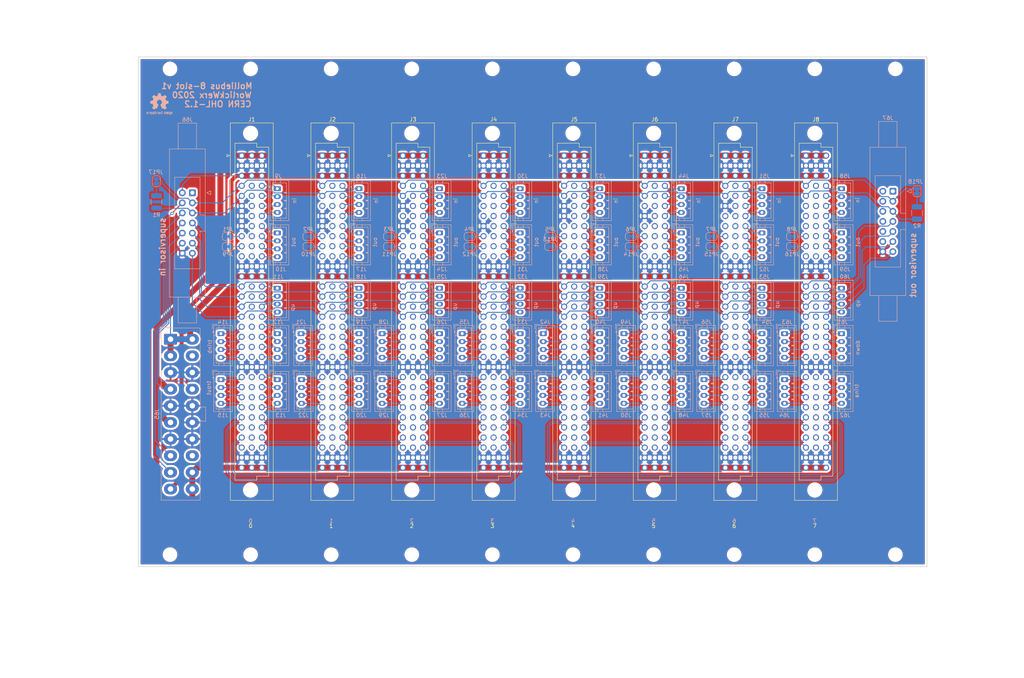
<source format=kicad_pcb>
(kicad_pcb (version 20171130) (host pcbnew 5.1.8-db9833491~87~ubuntu20.04.1)
  (layers (0 F.Cu signal) (31 B.Cu signal) (34 B.Paste user) (35 F.Paste user) (36 B.SilkS user) (37 F.SilkS user) (38 B.Mask user) (39 F.Mask user) (44 Edge.Cuts user))
  (net 0 "")
  (net 1 /IN_RX0-)
  (net 2 /IN_RX0+)
  (net 3 /IN_TX0-)
  (net 4 /IN_TX0+)
  (net 5 /OUT_RX0-)
  (net 6 /OUT_RX0+)
  (net 7 /OUT_TX0-)
  (net 8 /OUT_TX0+)
  (net 9 /UP_RX0-)
  (net 10 /UP_RX0+)
  (net 11 /UP_TX0-)
  (net 12 /UP_TX0+)
  (net 13 /DOWN_RX0-)
  (net 14 /DOWN_RX0+)
  (net 15 /DOWN_TX0-)
  (net 16 /DOWN_TX0+)
  (net 17 /TRINA_RX0-)
  (net 18 /TRINA_RX0+)
  (net 19 /TRINA_TX0-)
  (net 20 /TRINA_TX0+)
  (net 21 /TRINB_RX0-)
  (net 22 /TRINB_RX0+)
  (net 23 /TRINB_TX0-)
  (net 24 /TRINB_TX0+)
  (net 25 /TROUT_RX0-)
  (net 26 /TROUT_RX0+)
  (net 27 /TROUT_TX0-)
  (net 28 /TROUT_TX0+)
  (net 29 /IN_RX1-)
  (net 30 /IN_RX1+)
  (net 31 /IN_TX1-)
  (net 32 /IN_TX1+)
  (net 33 /OUT_RX1-)
  (net 34 /OUT_RX1+)
  (net 35 /OUT_TX1-)
  (net 36 /OUT_TX1+)
  (net 37 /UP_RX1-)
  (net 38 /UP_RX1+)
  (net 39 /UP_TX1-)
  (net 40 /UP_TX1+)
  (net 41 /DOWN_RX1-)
  (net 42 /DOWN_RX1+)
  (net 43 /DOWN_TX1-)
  (net 44 /DOWN_TX1+)
  (net 45 /TRINA_RX1-)
  (net 46 /TRINA_RX1+)
  (net 47 /TRINA_TX1-)
  (net 48 /TRINA_TX1+)
  (net 49 /TRINB_RX1-)
  (net 50 /TRINB_RX1+)
  (net 51 /TRINB_TX1-)
  (net 52 /TRINB_TX1+)
  (net 53 /TROUT_RX1-)
  (net 54 /TROUT_RX1+)
  (net 55 /TROUT_TX1-)
  (net 56 /TROUT_TX1+)
  (net 57 /IN_RX2-)
  (net 58 /IN_RX2+)
  (net 59 /IN_TX2-)
  (net 60 /IN_TX2+)
  (net 61 /OUT_RX2-)
  (net 62 /OUT_RX2+)
  (net 63 /OUT_TX2-)
  (net 64 /OUT_TX2+)
  (net 65 /UP_RX2-)
  (net 66 /UP_RX2+)
  (net 67 /UP_TX2-)
  (net 68 /UP_TX2+)
  (net 69 /DOWN_RX2-)
  (net 70 /DOWN_RX2+)
  (net 71 /DOWN_TX2-)
  (net 72 /DOWN_TX2+)
  (net 73 /TRINA_RX2-)
  (net 74 /TRINA_RX2+)
  (net 75 /TRINA_TX2-)
  (net 76 /TRINA_TX2+)
  (net 77 /TRINB_RX2-)
  (net 78 /TRINB_RX2+)
  (net 79 /TRINB_TX2-)
  (net 80 /TRINB_TX2+)
  (net 81 /TROUT_RX2-)
  (net 82 /TROUT_RX2+)
  (net 83 /TROUT_TX2-)
  (net 84 /TROUT_TX2+)
  (net 85 /IN_RX3-)
  (net 86 /IN_RX3+)
  (net 87 /IN_TX3-)
  (net 88 /IN_TX3+)
  (net 89 /OUT_RX3-)
  (net 90 /OUT_RX3+)
  (net 91 /OUT_TX3-)
  (net 92 /OUT_TX3+)
  (net 93 /UP_RX3-)
  (net 94 /UP_RX3+)
  (net 95 /UP_TX3-)
  (net 96 /UP_TX3+)
  (net 97 /DOWN_RX3-)
  (net 98 /DOWN_RX3+)
  (net 99 /DOWN_TX3-)
  (net 100 /DOWN_TX3+)
  (net 101 /TRINA_RX3-)
  (net 102 /TRINA_RX3+)
  (net 103 /TRINA_TX3-)
  (net 104 /TRINA_TX3+)
  (net 105 /TRINB_RX3-)
  (net 106 /TRINB_RX3+)
  (net 107 /TRINB_TX3-)
  (net 108 /TRINB_TX3+)
  (net 109 /TROUT_RX3-)
  (net 110 /TROUT_RX3+)
  (net 111 /TROUT_TX3-)
  (net 112 /TROUT_TX3+)
  (net 113 /IN_RX4-)
  (net 114 /IN_RX4+)
  (net 115 /IN_TX4-)
  (net 116 /IN_TX4+)
  (net 117 /OUT_RX4-)
  (net 118 /OUT_RX4+)
  (net 119 /OUT_TX4-)
  (net 120 /OUT_TX4+)
  (net 121 /UP_RX4-)
  (net 122 /UP_RX4+)
  (net 123 /UP_TX4-)
  (net 124 /UP_TX4+)
  (net 125 /DOWN_RX4-)
  (net 126 /DOWN_RX4+)
  (net 127 /DOWN_TX4-)
  (net 128 /DOWN_TX4+)
  (net 129 /TRINA_RX4-)
  (net 130 /TRINA_RX4+)
  (net 131 /TRINA_TX4-)
  (net 132 /TRINA_TX4+)
  (net 133 /TRINB_RX4-)
  (net 134 /TRINB_RX4+)
  (net 135 /TRINB_TX4-)
  (net 136 /TRINB_TX4+)
  (net 137 /TROUT_RX4-)
  (net 138 /TROUT_RX4+)
  (net 139 /TROUT_TX4-)
  (net 140 /TROUT_TX4+)
  (net 141 /IN_RX5-)
  (net 142 /IN_RX5+)
  (net 143 /IN_TX5-)
  (net 144 /IN_TX5+)
  (net 145 /OUT_RX5-)
  (net 146 /OUT_RX5+)
  (net 147 /OUT_TX5-)
  (net 148 /OUT_TX5+)
  (net 149 /UP_RX5-)
  (net 150 /UP_RX5+)
  (net 151 /UP_TX5-)
  (net 152 /UP_TX5+)
  (net 153 /DOWN_RX5-)
  (net 154 /DOWN_RX5+)
  (net 155 /DOWN_TX5-)
  (net 156 /DOWN_TX5+)
  (net 157 /TRINA_RX5-)
  (net 158 /TRINA_RX5+)
  (net 159 /TRINA_TX5-)
  (net 160 /TRINA_TX5+)
  (net 161 /TRINB_RX5-)
  (net 162 /TRINB_RX5+)
  (net 163 /TRINB_TX5-)
  (net 164 /TRINB_TX5+)
  (net 165 /TROUT_RX5-)
  (net 166 /TROUT_RX5+)
  (net 167 /TROUT_TX5-)
  (net 168 /TROUT_TX5+)
  (net 169 /IN_RX6-)
  (net 170 /IN_RX6+)
  (net 171 /IN_TX6-)
  (net 172 /IN_TX6+)
  (net 173 /OUT_RX6-)
  (net 174 /OUT_RX6+)
  (net 175 /OUT_TX6-)
  (net 176 /OUT_TX6+)
  (net 177 /UP_RX6-)
  (net 178 /UP_RX6+)
  (net 179 /UP_TX6-)
  (net 180 /UP_TX6+)
  (net 181 /DOWN_RX6-)
  (net 182 /DOWN_RX6+)
  (net 183 /DOWN_TX6-)
  (net 184 /DOWN_TX6+)
  (net 185 /TRINA_RX6-)
  (net 186 /TRINA_RX6+)
  (net 187 /TRINA_TX6-)
  (net 188 /TRINA_TX6+)
  (net 189 /TRINB_RX6-)
  (net 190 /TRINB_RX6+)
  (net 191 /TRINB_TX6-)
  (net 192 /TRINB_TX6+)
  (net 193 /TROUT_RX6-)
  (net 194 /TROUT_RX6+)
  (net 195 /TROUT_TX6-)
  (net 196 /TROUT_TX6+)
  (net 197 /IN_RX7-)
  (net 198 /IN_RX7+)
  (net 199 /IN_TX7-)
  (net 200 /IN_TX7+)
  (net 201 /OUT_RX7-)
  (net 202 /OUT_RX7+)
  (net 203 /OUT_TX7-)
  (net 204 /OUT_TX7+)
  (net 205 /UP_RX7-)
  (net 206 /UP_RX7+)
  (net 207 /UP_TX7-)
  (net 208 /UP_TX7+)
  (net 209 /DOWN_RX7-)
  (net 210 /DOWN_RX7+)
  (net 211 /DOWN_TX7-)
  (net 212 /DOWN_TX7+)
  (net 213 /TRINA_RX7-)
  (net 214 /TRINA_RX7+)
  (net 215 /TRINA_TX7-)
  (net 216 /TRINA_TX7+)
  (net 217 /TRINB_RX7-)
  (net 218 /TRINB_RX7+)
  (net 219 /TRINB_TX7-)
  (net 220 /TRINB_TX7+)
  (net 221 /TROUT_RX7-)
  (net 222 /TROUT_RX7+)
  (net 223 /TROUT_TX7-)
  (net 224 /TROUT_TX7+)
  (net 225 /5V)
  (net 226 "Net-(J65-Pad18)")
  (net 227 GND)
  (net 228 /~PS_ON~)
  (net 229 "Net-(J65-Pad12)")
  (net 230 /3V3)
  (net 231 /12V)
  (net 232 /5V_SB)
  (net 233 /PWR_OK)
  (net 234 /OR_INB)
  (net 235 /OR_INA)
  (net 236 /OR_OUT)
  (net 237 /CAN+)
  (net 238 /CAN-)
  (net 239 /~RESET~)
  (net 240 "Net-(J67-Pad12)")
  (net 241 "Net-(J67-Pad10)")
  (net 242 "Net-(J67-Pad8)")
  (net 243 "Net-(J67-Pad6)")
  (net 244 "Net-(J67-Pad4)")
  (net 245 "Net-(J67-Pad2)")
  (net 246 /GA3_0)
  (net 247 /GA3_1)
  (net 248 /GA3_2)
  (net 249 /GA3_3)
  (net 250 /GA3_4)
  (net 251 /GA3_5)
  (net 252 /GA3_6)
  (net 253 /GA3_7)
  (net 254 /GA4_0)
  (net 255 /GA4_1)
  (net 256 /GA4_2)
  (net 257 /GA4_3)
  (net 258 /GA4_4)
  (net 259 /GA4_5)
  (net 260 /GA4_6)
  (net 261 /GA4_7)
  (net 262 /LEFT_RX0+)
  (net 263 /LEFT_RX0-)
  (net 264 /LEFT_TX0+)
  (net 265 /LEFT_TX0-)
  (net 266 "Net-(J1-PadB4)")
  (net 267 "Net-(J1-PadB5)")
  (net 268 "Net-(J1-PadB6)")
  (net 269 "Net-(J1-PadB7)")
  (net 270 "Net-(J1-PadB8)")
  (net 271 "Net-(J1-PadB9)")
  (net 272 "Net-(J1-PadB10)")
  (net 273 "Net-(J1-PadB11)")
  (net 274 "Net-(J1-PadB14)")
  (net 275 "Net-(J1-PadB15)")
  (net 276 "Net-(J1-PadB16)")
  (net 277 "Net-(J1-PadB17)")
  (net 278 "Net-(J1-PadB18)")
  (net 279 "Net-(J1-PadB19)")
  (net 280 "Net-(J1-PadB20)")
  (net 281 "Net-(J1-PadB21)")
  (net 282 "Net-(J1-PadB23)")
  (net 283 "Net-(J1-PadB24)")
  (net 284 "Net-(J1-PadB25)")
  (net 285 "Net-(J1-PadB26)")
  (net 286 "Net-(J1-PadB27)")
  (net 287 "Net-(J1-PadB28)")
  (net 288 "Net-(J1-PadB29)")
  (net 289 "Net-(J1-PadB30)")
  (net 290 /LEFT_RX1+)
  (net 291 /LEFT_RX1-)
  (net 292 /LEFT_TX1+)
  (net 293 /LEFT_TX1-)
  (net 294 /GA0_1)
  (net 295 "Net-(J2-PadB4)")
  (net 296 "Net-(J2-PadB5)")
  (net 297 "Net-(J2-PadB6)")
  (net 298 "Net-(J2-PadB7)")
  (net 299 "Net-(J2-PadB8)")
  (net 300 "Net-(J2-PadB9)")
  (net 301 "Net-(J2-PadB10)")
  (net 302 "Net-(J2-PadB11)")
  (net 303 "Net-(J2-PadB14)")
  (net 304 "Net-(J2-PadB15)")
  (net 305 "Net-(J2-PadB16)")
  (net 306 "Net-(J2-PadB17)")
  (net 307 "Net-(J2-PadB18)")
  (net 308 "Net-(J2-PadB19)")
  (net 309 "Net-(J2-PadB20)")
  (net 310 "Net-(J2-PadB21)")
  (net 311 "Net-(J2-PadB23)")
  (net 312 "Net-(J2-PadB24)")
  (net 313 "Net-(J2-PadB25)")
  (net 314 "Net-(J2-PadB26)")
  (net 315 "Net-(J2-PadB27)")
  (net 316 "Net-(J2-PadB28)")
  (net 317 "Net-(J2-PadB29)")
  (net 318 "Net-(J2-PadB30)")
  (net 319 /LEFT_RX2+)
  (net 320 /LEFT_RX2-)
  (net 321 /LEFT_TX2+)
  (net 322 /LEFT_TX2-)
  (net 323 /GA1_2)
  (net 324 "Net-(J3-PadB4)")
  (net 325 "Net-(J3-PadB5)")
  (net 326 "Net-(J3-PadB6)")
  (net 327 "Net-(J3-PadB7)")
  (net 328 "Net-(J3-PadB8)")
  (net 329 "Net-(J3-PadB9)")
  (net 330 "Net-(J3-PadB10)")
  (net 331 "Net-(J3-PadB11)")
  (net 332 "Net-(J3-PadB14)")
  (net 333 "Net-(J3-PadB15)")
  (net 334 "Net-(J3-PadB16)")
  (net 335 "Net-(J3-PadB17)")
  (net 336 "Net-(J3-PadB18)")
  (net 337 "Net-(J3-PadB19)")
  (net 338 "Net-(J3-PadB20)")
  (net 339 "Net-(J3-PadB21)")
  (net 340 "Net-(J3-PadB23)")
  (net 341 "Net-(J3-PadB24)")
  (net 342 "Net-(J3-PadB25)")
  (net 343 "Net-(J3-PadB26)")
  (net 344 "Net-(J3-PadB27)")
  (net 345 "Net-(J3-PadB28)")
  (net 346 "Net-(J3-PadB29)")
  (net 347 "Net-(J3-PadB30)")
  (net 348 /LEFT_RX3+)
  (net 349 /LEFT_RX3-)
  (net 350 /LEFT_TX3+)
  (net 351 /LEFT_TX3-)
  (net 352 /GA0_3)
  (net 353 /GA1_3)
  (net 354 "Net-(J4-PadB4)")
  (net 355 "Net-(J4-PadB5)")
  (net 356 "Net-(J4-PadB6)")
  (net 357 "Net-(J4-PadB7)")
  (net 358 "Net-(J4-PadB8)")
  (net 359 "Net-(J4-PadB9)")
  (net 360 "Net-(J4-PadB10)")
  (net 361 "Net-(J4-PadB11)")
  (net 362 "Net-(J4-PadB14)")
  (net 363 "Net-(J4-PadB15)")
  (net 364 "Net-(J4-PadB16)")
  (net 365 "Net-(J4-PadB17)")
  (net 366 "Net-(J4-PadB18)")
  (net 367 "Net-(J4-PadB19)")
  (net 368 "Net-(J4-PadB20)")
  (net 369 "Net-(J4-PadB21)")
  (net 370 "Net-(J4-PadB23)")
  (net 371 "Net-(J4-PadB24)")
  (net 372 "Net-(J4-PadB25)")
  (net 373 "Net-(J4-PadB26)")
  (net 374 "Net-(J4-PadB27)")
  (net 375 "Net-(J4-PadB28)")
  (net 376 "Net-(J4-PadB29)")
  (net 377 "Net-(J4-PadB30)")
  (net 378 /GA2_4)
  (net 379 /LEFT_RX4+)
  (net 380 /LEFT_RX4-)
  (net 381 /LEFT_TX4+)
  (net 382 /LEFT_TX4-)
  (net 383 "Net-(J5-PadB4)")
  (net 384 "Net-(J5-PadB5)")
  (net 385 "Net-(J5-PadB6)")
  (net 386 "Net-(J5-PadB7)")
  (net 387 "Net-(J5-PadB8)")
  (net 388 "Net-(J5-PadB9)")
  (net 389 "Net-(J5-PadB10)")
  (net 390 "Net-(J5-PadB11)")
  (net 391 "Net-(J5-PadB14)")
  (net 392 "Net-(J5-PadB15)")
  (net 393 "Net-(J5-PadB16)")
  (net 394 "Net-(J5-PadB17)")
  (net 395 "Net-(J5-PadB18)")
  (net 396 "Net-(J5-PadB19)")
  (net 397 "Net-(J5-PadB20)")
  (net 398 "Net-(J5-PadB21)")
  (net 399 "Net-(J5-PadB23)")
  (net 400 "Net-(J5-PadB24)")
  (net 401 "Net-(J5-PadB25)")
  (net 402 "Net-(J5-PadB26)")
  (net 403 "Net-(J5-PadB27)")
  (net 404 "Net-(J5-PadB28)")
  (net 405 "Net-(J5-PadB29)")
  (net 406 "Net-(J5-PadB30)")
  (net 407 /LEFT_RX5+)
  (net 408 /LEFT_RX5-)
  (net 409 /LEFT_TX5+)
  (net 410 /LEFT_TX5-)
  (net 411 /GA0_5)
  (net 412 /GA2_5)
  (net 413 "Net-(J6-PadB4)")
  (net 414 "Net-(J6-PadB5)")
  (net 415 "Net-(J6-PadB6)")
  (net 416 "Net-(J6-PadB7)")
  (net 417 "Net-(J6-PadB8)")
  (net 418 "Net-(J6-PadB9)")
  (net 419 "Net-(J6-PadB10)")
  (net 420 "Net-(J6-PadB11)")
  (net 421 "Net-(J6-PadB14)")
  (net 422 "Net-(J6-PadB15)")
  (net 423 "Net-(J6-PadB16)")
  (net 424 "Net-(J6-PadB17)")
  (net 425 "Net-(J6-PadB18)")
  (net 426 "Net-(J6-PadB19)")
  (net 427 "Net-(J6-PadB20)")
  (net 428 "Net-(J6-PadB21)")
  (net 429 "Net-(J6-PadB23)")
  (net 430 "Net-(J6-PadB24)")
  (net 431 "Net-(J6-PadB25)")
  (net 432 "Net-(J6-PadB26)")
  (net 433 "Net-(J6-PadB27)")
  (net 434 "Net-(J6-PadB28)")
  (net 435 "Net-(J6-PadB29)")
  (net 436 "Net-(J6-PadB30)")
  (net 437 /LEFT_RX6+)
  (net 438 /LEFT_RX6-)
  (net 439 /LEFT_TX6+)
  (net 440 /LEFT_TX6-)
  (net 441 /GA1_6)
  (net 442 /GA2_6)
  (net 443 "Net-(J7-PadB4)")
  (net 444 "Net-(J7-PadB5)")
  (net 445 "Net-(J7-PadB6)")
  (net 446 "Net-(J7-PadB7)")
  (net 447 "Net-(J7-PadB8)")
  (net 448 "Net-(J7-PadB9)")
  (net 449 "Net-(J7-PadB10)")
  (net 450 "Net-(J7-PadB11)")
  (net 451 "Net-(J7-PadB14)")
  (net 452 "Net-(J7-PadB15)")
  (net 453 "Net-(J7-PadB16)")
  (net 454 "Net-(J7-PadB17)")
  (net 455 "Net-(J7-PadB18)")
  (net 456 "Net-(J7-PadB19)")
  (net 457 "Net-(J7-PadB20)")
  (net 458 "Net-(J7-PadB21)")
  (net 459 "Net-(J7-PadB23)")
  (net 460 "Net-(J7-PadB24)")
  (net 461 "Net-(J7-PadB25)")
  (net 462 "Net-(J7-PadB26)")
  (net 463 "Net-(J7-PadB27)")
  (net 464 "Net-(J7-PadB28)")
  (net 465 "Net-(J7-PadB29)")
  (net 466 "Net-(J7-PadB30)")
  (net 467 /LEFT_RX7+)
  (net 468 /LEFT_RX7-)
  (net 469 /LEFT_TX7+)
  (net 470 /LEFT_TX7-)
  (net 471 /GA0_7)
  (net 472 /GA1_7)
  (net 473 /GA2_7)
  (net 474 "Net-(J8-PadB4)")
  (net 475 "Net-(J8-PadB5)")
  (net 476 "Net-(J8-PadB6)")
  (net 477 "Net-(J8-PadB7)")
  (net 478 "Net-(J8-PadB8)")
  (net 479 "Net-(J8-PadB9)")
  (net 480 "Net-(J8-PadB10)")
  (net 481 "Net-(J8-PadB11)")
  (net 482 "Net-(J8-PadB14)")
  (net 483 "Net-(J8-PadB15)")
  (net 484 "Net-(J8-PadB16)")
  (net 485 "Net-(J8-PadB17)")
  (net 486 "Net-(J8-PadB18)")
  (net 487 "Net-(J8-PadB19)")
  (net 488 "Net-(J8-PadB20)")
  (net 489 "Net-(J8-PadB21)")
  (net 490 "Net-(J8-PadB23)")
  (net 491 "Net-(J8-PadB24)")
  (net 492 "Net-(J8-PadB25)")
  (net 493 "Net-(J8-PadB26)")
  (net 494 "Net-(J8-PadB27)")
  (net 495 "Net-(J8-PadB28)")
  (net 496 "Net-(J8-PadB29)")
  (net 497 "Net-(J8-PadB30)")
  (net 498 "Net-(J1-PadA11)")
  (net 499 "Net-(J2-PadA11)")
  (net 500 "Net-(J3-PadA11)")
  (net 501 "Net-(J4-PadA11)")
  (net 502 "Net-(J5-PadA11)")
  (net 503 "Net-(J6-PadA11)")
  (net 504 "Net-(J7-PadA11)")
  (net 505 "Net-(J8-PadA11)")
  (net 506 "Net-(J66-Pad1)")
  (net 507 "Net-(J67-Pad1)")
  (net 508 "Net-(JP17-Pad2)")
  (net 509 "Net-(JP18-Pad1)")
  (module 00_bus-8:DIN41612_C_3x32_Female_Vertical_THT (layer F.Cu) (at 223.185 52.62)
    (fp_text reference J8 (at 2.54 -9.13) (layer F.SilkS))
    (fp_text value C96ABC)
    (pad A1 thru_hole roundrect (at 0 0) (size 1.55 1.55) (drill 1) (layers *.Cu *.Mask) (roundrect_rratio 0.16129) (net 225 /5V))
    (pad A2 thru_hole circle (at 0 2.54) (size 1.55 1.55) (drill 1) (layers *.Cu *.Mask) (net 227 GND))
    (pad A3 thru_hole circle (at 0 5.08) (size 1.55 1.55) (drill 1) (layers *.Cu *.Mask) (net 231 /12V))
    (pad A4 thru_hole circle (at 0 7.62) (size 1.55 1.55) (drill 1) (layers *.Cu *.Mask) (net 238 /CAN-))
    (pad A5 thru_hole circle (at 0 10.16) (size 1.55 1.55) (drill 1) (layers *.Cu *.Mask) (net 237 /CAN+))
    (pad A6 thru_hole circle (at 0 12.7) (size 1.55 1.55) (drill 1) (layers *.Cu *.Mask) (net 471 /GA0_7))
    (pad A7 thru_hole circle (at 0 15.24) (size 1.55 1.55) (drill 1) (layers *.Cu *.Mask) (net 472 /GA1_7))
    (pad A8 thru_hole circle (at 0 17.78) (size 1.55 1.55) (drill 1) (layers *.Cu *.Mask) (net 473 /GA2_7))
    (pad A9 thru_hole circle (at 0 20.32) (size 1.55 1.55) (drill 1) (layers *.Cu *.Mask) (net 253 /GA3_7))
    (pad A10 thru_hole circle (at 0 22.86) (size 1.55 1.55) (drill 1) (layers *.Cu *.Mask) (net 261 /GA4_7))
    (pad A11 thru_hole circle (at 0 25.4) (size 1.55 1.55) (drill 1) (layers *.Cu *.Mask) (net 505 "Net-(J8-PadA11)"))
    (pad A12 thru_hole circle (at 0 27.94) (size 1.55 1.55) (drill 1) (layers *.Cu *.Mask) (net 227 GND))
    (pad A13 thru_hole circle (at 0 30.48) (size 1.55 1.55) (drill 1) (layers *.Cu *.Mask) (net 230 /3V3))
    (pad A14 thru_hole circle (at 0 33.02) (size 1.55 1.55) (drill 1) (layers *.Cu *.Mask) (net 239 /~RESET~))
    (pad A15 thru_hole circle (at 0 35.56) (size 1.55 1.55) (drill 1) (layers *.Cu *.Mask) (net 235 /OR_INA))
    (pad A16 thru_hole circle (at 0 38.1) (size 1.55 1.55) (drill 1) (layers *.Cu *.Mask) (net 234 /OR_INB))
    (pad A17 thru_hole circle (at 0 40.64) (size 1.55 1.55) (drill 1) (layers *.Cu *.Mask) (net 236 /OR_OUT))
    (pad A18 thru_hole circle (at 0 43.18) (size 1.55 1.55) (drill 1) (layers *.Cu *.Mask) (net 220 /TRINB_TX7+))
    (pad A19 thru_hole circle (at 0 45.72) (size 1.55 1.55) (drill 1) (layers *.Cu *.Mask) (net 219 /TRINB_TX7-))
    (pad A20 thru_hole circle (at 0 48.26) (size 1.55 1.55) (drill 1) (layers *.Cu *.Mask) (net 218 /TRINB_RX7+))
    (pad A21 thru_hole circle (at 0 50.8) (size 1.55 1.55) (drill 1) (layers *.Cu *.Mask) (net 217 /TRINB_RX7-))
    (pad A22 thru_hole circle (at 0 53.34) (size 1.55 1.55) (drill 1) (layers *.Cu *.Mask) (net 227 GND))
    (pad A23 thru_hole circle (at 0 55.88) (size 1.55 1.55) (drill 1) (layers *.Cu *.Mask) (net 224 /TROUT_TX7+))
    (pad A24 thru_hole circle (at 0 58.42) (size 1.55 1.55) (drill 1) (layers *.Cu *.Mask) (net 223 /TROUT_TX7-))
    (pad A25 thru_hole circle (at 0 60.96) (size 1.55 1.55) (drill 1) (layers *.Cu *.Mask) (net 222 /TROUT_RX7+))
    (pad A26 thru_hole circle (at 0 63.5) (size 1.55 1.55) (drill 1) (layers *.Cu *.Mask) (net 221 /TROUT_RX7-))
    (pad A27 thru_hole circle (at 0 66.04) (size 1.55 1.55) (drill 1) (layers *.Cu *.Mask) (net 467 /LEFT_RX7+))
    (pad A28 thru_hole circle (at 0 68.58) (size 1.55 1.55) (drill 1) (layers *.Cu *.Mask) (net 468 /LEFT_RX7-))
    (pad A29 thru_hole circle (at 0 71.12) (size 1.55 1.55) (drill 1) (layers *.Cu *.Mask) (net 469 /LEFT_TX7+))
    (pad A30 thru_hole circle (at 0 73.66) (size 1.55 1.55) (drill 1) (layers *.Cu *.Mask) (net 470 /LEFT_TX7-))
    (pad A31 thru_hole circle (at 0 76.2) (size 1.55 1.55) (drill 1) (layers *.Cu *.Mask) (net 227 GND))
    (pad A32 thru_hole circle (at 0 78.74) (size 1.55 1.55) (drill 1) (layers *.Cu *.Mask) (net 225 /5V))
    (pad B1 thru_hole circle (at 2.54 0) (size 1.55 1.55) (drill 1) (layers *.Cu *.Mask) (net 225 /5V))
    (pad B2 thru_hole circle (at 2.54 2.54) (size 1.55 1.55) (drill 1) (layers *.Cu *.Mask) (net 227 GND))
    (pad B3 thru_hole circle (at 2.54 5.08) (size 1.55 1.55) (drill 1) (layers *.Cu *.Mask) (net 231 /12V))
    (pad B4 thru_hole circle (at 2.54 7.62) (size 1.55 1.55) (drill 1) (layers *.Cu *.Mask) (net 474 "Net-(J8-PadB4)"))
    (pad B5 thru_hole circle (at 2.54 10.16) (size 1.55 1.55) (drill 1) (layers *.Cu *.Mask) (net 475 "Net-(J8-PadB5)"))
    (pad B6 thru_hole circle (at 2.54 12.7) (size 1.55 1.55) (drill 1) (layers *.Cu *.Mask) (net 476 "Net-(J8-PadB6)"))
    (pad B7 thru_hole circle (at 2.54 15.24) (size 1.55 1.55) (drill 1) (layers *.Cu *.Mask) (net 477 "Net-(J8-PadB7)"))
    (pad B8 thru_hole circle (at 2.54 17.78) (size 1.55 1.55) (drill 1) (layers *.Cu *.Mask) (net 478 "Net-(J8-PadB8)"))
    (pad B9 thru_hole circle (at 2.54 20.32) (size 1.55 1.55) (drill 1) (layers *.Cu *.Mask) (net 479 "Net-(J8-PadB9)"))
    (pad B10 thru_hole circle (at 2.54 22.86) (size 1.55 1.55) (drill 1) (layers *.Cu *.Mask) (net 480 "Net-(J8-PadB10)"))
    (pad B11 thru_hole circle (at 2.54 25.4) (size 1.55 1.55) (drill 1) (layers *.Cu *.Mask) (net 481 "Net-(J8-PadB11)"))
    (pad B12 thru_hole circle (at 2.54 27.94) (size 1.55 1.55) (drill 1) (layers *.Cu *.Mask) (net 227 GND))
    (pad B13 thru_hole circle (at 2.54 30.48) (size 1.55 1.55) (drill 1) (layers *.Cu *.Mask) (net 230 /3V3))
    (pad B14 thru_hole circle (at 2.54 33.02) (size 1.55 1.55) (drill 1) (layers *.Cu *.Mask) (net 482 "Net-(J8-PadB14)"))
    (pad B15 thru_hole circle (at 2.54 35.56) (size 1.55 1.55) (drill 1) (layers *.Cu *.Mask) (net 483 "Net-(J8-PadB15)"))
    (pad B16 thru_hole circle (at 2.54 38.1) (size 1.55 1.55) (drill 1) (layers *.Cu *.Mask) (net 484 "Net-(J8-PadB16)"))
    (pad B17 thru_hole circle (at 2.54 40.64) (size 1.55 1.55) (drill 1) (layers *.Cu *.Mask) (net 485 "Net-(J8-PadB17)"))
    (pad B18 thru_hole circle (at 2.54 43.18) (size 1.55 1.55) (drill 1) (layers *.Cu *.Mask) (net 486 "Net-(J8-PadB18)"))
    (pad B19 thru_hole circle (at 2.54 45.72) (size 1.55 1.55) (drill 1) (layers *.Cu *.Mask) (net 487 "Net-(J8-PadB19)"))
    (pad B20 thru_hole circle (at 2.54 48.26) (size 1.55 1.55) (drill 1) (layers *.Cu *.Mask) (net 488 "Net-(J8-PadB20)"))
    (pad B21 thru_hole circle (at 2.54 50.8) (size 1.55 1.55) (drill 1) (layers *.Cu *.Mask) (net 489 "Net-(J8-PadB21)"))
    (pad B22 thru_hole circle (at 2.54 53.34) (size 1.55 1.55) (drill 1) (layers *.Cu *.Mask) (net 227 GND))
    (pad B23 thru_hole circle (at 2.54 55.88) (size 1.55 1.55) (drill 1) (layers *.Cu *.Mask) (net 490 "Net-(J8-PadB23)"))
    (pad B24 thru_hole circle (at 2.54 58.42) (size 1.55 1.55) (drill 1) (layers *.Cu *.Mask) (net 491 "Net-(J8-PadB24)"))
    (pad B25 thru_hole circle (at 2.54 60.96) (size 1.55 1.55) (drill 1) (layers *.Cu *.Mask) (net 492 "Net-(J8-PadB25)"))
    (pad B26 thru_hole circle (at 2.54 63.5) (size 1.55 1.55) (drill 1) (layers *.Cu *.Mask) (net 493 "Net-(J8-PadB26)"))
    (pad B27 thru_hole circle (at 2.54 66.04) (size 1.55 1.55) (drill 1) (layers *.Cu *.Mask) (net 494 "Net-(J8-PadB27)"))
    (pad B28 thru_hole circle (at 2.54 68.58) (size 1.55 1.55) (drill 1) (layers *.Cu *.Mask) (net 495 "Net-(J8-PadB28)"))
    (pad B29 thru_hole circle (at 2.54 71.12) (size 1.55 1.55) (drill 1) (layers *.Cu *.Mask) (net 496 "Net-(J8-PadB29)"))
    (pad B30 thru_hole circle (at 2.54 73.66) (size 1.55 1.55) (drill 1) (layers *.Cu *.Mask) (net 497 "Net-(J8-PadB30)"))
    (pad B31 thru_hole circle (at 2.54 76.2) (size 1.55 1.55) (drill 1) (layers *.Cu *.Mask) (net 227 GND))
    (pad B32 thru_hole circle (at 2.54 78.74) (size 1.55 1.55) (drill 1) (layers *.Cu *.Mask) (net 225 /5V))
    (pad C1 thru_hole circle (at 5.08 0) (size 1.55 1.55) (drill 1) (layers *.Cu *.Mask) (net 225 /5V))
    (pad C2 thru_hole circle (at 5.08 2.54) (size 1.55 1.55) (drill 1) (layers *.Cu *.Mask) (net 227 GND))
    (pad C3 thru_hole circle (at 5.08 5.08) (size 1.55 1.55) (drill 1) (layers *.Cu *.Mask) (net 231 /12V))
    (pad C4 thru_hole circle (at 5.08 7.62) (size 1.55 1.55) (drill 1) (layers *.Cu *.Mask) (net 200 /IN_TX7+))
    (pad C5 thru_hole circle (at 5.08 10.16) (size 1.55 1.55) (drill 1) (layers *.Cu *.Mask) (net 199 /IN_TX7-))
    (pad C6 thru_hole circle (at 5.08 12.7) (size 1.55 1.55) (drill 1) (layers *.Cu *.Mask) (net 198 /IN_RX7+))
    (pad C7 thru_hole circle (at 5.08 15.24) (size 1.55 1.55) (drill 1) (layers *.Cu *.Mask) (net 197 /IN_RX7-))
    (pad C8 thru_hole circle (at 5.08 17.78) (size 1.55 1.55) (drill 1) (layers *.Cu *.Mask) (net 204 /OUT_TX7+))
    (pad C9 thru_hole circle (at 5.08 20.32) (size 1.55 1.55) (drill 1) (layers *.Cu *.Mask) (net 203 /OUT_TX7-))
    (pad C10 thru_hole circle (at 5.08 22.86) (size 1.55 1.55) (drill 1) (layers *.Cu *.Mask) (net 202 /OUT_RX7+))
    (pad C11 thru_hole circle (at 5.08 25.4) (size 1.55 1.55) (drill 1) (layers *.Cu *.Mask) (net 201 /OUT_RX7-))
    (pad C12 thru_hole circle (at 5.08 27.94) (size 1.55 1.55) (drill 1) (layers *.Cu *.Mask) (net 227 GND))
    (pad C13 thru_hole circle (at 5.08 30.48) (size 1.55 1.55) (drill 1) (layers *.Cu *.Mask) (net 230 /3V3))
    (pad C14 thru_hole circle (at 5.08 33.02) (size 1.55 1.55) (drill 1) (layers *.Cu *.Mask) (net 208 /UP_TX7+))
    (pad C15 thru_hole circle (at 5.08 35.56) (size 1.55 1.55) (drill 1) (layers *.Cu *.Mask) (net 207 /UP_TX7-))
    (pad C16 thru_hole circle (at 5.08 38.1) (size 1.55 1.55) (drill 1) (layers *.Cu *.Mask) (net 206 /UP_RX7+))
    (pad C17 thru_hole circle (at 5.08 40.64) (size 1.55 1.55) (drill 1) (layers *.Cu *.Mask) (net 205 /UP_RX7-))
    (pad C18 thru_hole circle (at 5.08 43.18) (size 1.55 1.55) (drill 1) (layers *.Cu *.Mask) (net 212 /DOWN_TX7+))
    (pad C19 thru_hole circle (at 5.08 45.72) (size 1.55 1.55) (drill 1) (layers *.Cu *.Mask) (net 211 /DOWN_TX7-))
    (pad C20 thru_hole circle (at 5.08 48.26) (size 1.55 1.55) (drill 1) (layers *.Cu *.Mask) (net 210 /DOWN_RX7+))
    (pad C21 thru_hole circle (at 5.08 50.8) (size 1.55 1.55) (drill 1) (layers *.Cu *.Mask) (net 209 /DOWN_RX7-))
    (pad C22 thru_hole circle (at 5.08 53.34) (size 1.55 1.55) (drill 1) (layers *.Cu *.Mask) (net 227 GND))
    (pad C23 thru_hole circle (at 5.08 55.88) (size 1.55 1.55) (drill 1) (layers *.Cu *.Mask) (net 216 /TRINA_TX7+))
    (pad C24 thru_hole circle (at 5.08 58.42) (size 1.55 1.55) (drill 1) (layers *.Cu *.Mask) (net 215 /TRINA_TX7-))
    (pad C25 thru_hole circle (at 5.08 60.96) (size 1.55 1.55) (drill 1) (layers *.Cu *.Mask) (net 214 /TRINA_RX7+))
    (pad C26 thru_hole circle (at 5.08 63.5) (size 1.55 1.55) (drill 1) (layers *.Cu *.Mask) (net 213 /TRINA_RX7-))
    (pad C27 thru_hole circle (at 5.08 66.04) (size 1.55 1.55) (drill 1) (layers *.Cu *.Mask) (net 379 /LEFT_RX4+))
    (pad C28 thru_hole circle (at 5.08 68.58) (size 1.55 1.55) (drill 1) (layers *.Cu *.Mask) (net 380 /LEFT_RX4-))
    (pad C29 thru_hole circle (at 5.08 71.12) (size 1.55 1.55) (drill 1) (layers *.Cu *.Mask) (net 381 /LEFT_TX4+))
    (pad C30 thru_hole circle (at 5.08 73.66) (size 1.55 1.55) (drill 1) (layers *.Cu *.Mask) (net 382 /LEFT_TX4-))
    (pad C31 thru_hole circle (at 5.08 76.2) (size 1.55 1.55) (drill 1) (layers *.Cu *.Mask) (net 227 GND))
    (pad C32 thru_hole circle (at 5.08 78.74) (size 1.55 1.55) (drill 1) (layers *.Cu *.Mask) (net 225 /5V))
    (pad "" np_thru_hole circle (at 2.24 -5.63) (size 2.85 2.85) (drill 2.85) (layers *.Cu *.Mask))
    (pad "" np_thru_hole circle (at 2.24 84.37) (size 2.85 2.85) (drill 2.85) (layers *.Cu *.Mask))
  )
  (module Resistor_SMD:R_1210_3225Metric_Pad1.30x2.65mm_HandSolder (layer B.Cu) (at 251.206 67.082 90)
    (fp_text reference R2 (at -3.276 0 180) (layer B.SilkS) (effects (justify mirror)))
    (fp_text value "120 0.25W")
    (pad 2 smd roundrect (at 1.55 0 90) (size 1.3 2.65) (layers B.Cu B.Paste B.Mask) (roundrect_rratio 0.192308) (net 509 "Net-(JP18-Pad1)"))
    (pad 1 smd roundrect (at -1.55 0 90) (size 1.3 2.65) (layers B.Cu B.Paste B.Mask) (roundrect_rratio 0.192308) (net 237 /CAN+))
  )
  (module Resistor_SMD:R_1210_3225Metric_Pad1.30x2.65mm_HandSolder (layer B.Cu) (at 59.436 64.288 90)
    (fp_text reference R1 (at -3.276 0 180) (layer B.SilkS) (effects (justify mirror)))
    (fp_text value "120 0.25W")
    (pad 2 smd roundrect (at 1.55 0 90) (size 1.3 2.65) (layers B.Cu B.Paste B.Mask) (roundrect_rratio 0.192308) (net 508 "Net-(JP17-Pad2)"))
    (pad 1 smd roundrect (at -1.55 0 90) (size 1.3 2.65) (layers B.Cu B.Paste B.Mask) (roundrect_rratio 0.192308) (net 237 /CAN+))
  )
  (module Jumper:SolderJumper-2_P1.3mm_Bridged_RoundedPad1.0x1.5mm (layer B.Cu) (at 251.206 61.58 90)
    (fp_text reference JP18 (at 2.413 -0.381 180) (layer B.SilkS) (effects (justify mirror)))
    (fp_text value SolderJumper_2_Bridged)
    (fp_poly (pts (xy 0.25 0.3) (xy -0.25 0.3) (xy -0.25 -0.3) (xy 0.25 -0.3)) (layer B.Cu) (width 0))
    (pad 1 smd custom (at -0.65 0 90) (size 1 0.5) (layers B.Cu B.Mask) (net 509 "Net-(JP18-Pad1)") (options (clearance outline) (anchor rect)) (primitives (gr_circle (center 0 -0.25) (end 0.5 -0.25) (width 0)) (gr_circle (center 0 0.25) (end 0.5 0.25) (width 0)) (gr_poly (pts (xy 0 0.75) (xy 0.5 0.75) (xy 0.5 -0.75) (xy 0 -0.75)) (width 0))))
    (pad 2 smd custom (at 0.65 0 90) (size 1 0.5) (layers B.Cu B.Mask) (net 238 /CAN-) (options (clearance outline) (anchor rect)) (primitives (gr_circle (center 0 -0.25) (end 0.5 -0.25) (width 0)) (gr_circle (center 0 0.25) (end 0.5 0.25) (width 0)) (gr_poly (pts (xy 0 0.75) (xy -0.5 0.75) (xy -0.5 -0.75) (xy 0 -0.75)) (width 0))))
  )
  (module Jumper:SolderJumper-2_P1.3mm_Bridged_RoundedPad1.0x1.5mm (layer B.Cu) (at 59.436 59.07 270)
    (fp_text reference JP17 (at -2.301 0.127) (layer B.SilkS) (effects (justify mirror)))
    (fp_text value SolderJumper_2_Bridged)
    (fp_poly (pts (xy 0.25 0.3) (xy -0.25 0.3) (xy -0.25 -0.3) (xy 0.25 -0.3)) (layer B.Cu) (width 0))
    (pad 1 smd custom (at -0.65 0 270) (size 1 0.5) (layers B.Cu B.Mask) (net 238 /CAN-) (options (clearance outline) (anchor rect)) (primitives (gr_circle (center 0 -0.25) (end 0.5 -0.25) (width 0)) (gr_circle (center 0 0.25) (end 0.5 0.25) (width 0)) (gr_poly (pts (xy 0 0.75) (xy 0.5 0.75) (xy 0.5 -0.75) (xy 0 -0.75)) (width 0))))
    (pad 2 smd custom (at 0.65 0 270) (size 1 0.5) (layers B.Cu B.Mask) (net 508 "Net-(JP17-Pad2)") (options (clearance outline) (anchor rect)) (primitives (gr_circle (center 0 -0.25) (end 0.5 -0.25) (width 0)) (gr_circle (center 0 0.25) (end 0.5 0.25) (width 0)) (gr_poly (pts (xy 0 0.75) (xy -0.5 0.75) (xy -0.5 -0.75) (xy 0 -0.75)) (width 0))))
  )
  (module Symbol:OSHW-Logo2_7.3x6mm_SilkScreen (layer B.Cu) (at 60.198 39.624 180)
    (fp_text reference REF** hide)
    (fp_text value OSHW-Logo2_7.3x6mm_SilkScreen hide)
  )
  (module 00_bus-8:Molex_Mini-Fit_Jr_5566-20A_2x10_P4.20mm_Vertical (layer B.Cu) (at 62.992 98.933 270)
    (fp_text reference J65 (at 18.9 3.45 270) (layer B.SilkS) (effects (justify mirror)))
    (fp_text value ATX-20)
    (pad 20 thru_hole oval (at 37.8 -5.5 270) (size 2.7 3.3) (drill 1.4) (layers *.Cu *.Mask) (net 225 /5V))
    (pad 19 thru_hole oval (at 33.6 -5.5 270) (size 2.7 3.3) (drill 1.4) (layers *.Cu *.Mask) (net 225 /5V))
    (pad 18 thru_hole oval (at 29.4 -5.5 270) (size 2.7 3.3) (drill 1.4) (layers *.Cu *.Mask) (net 226 "Net-(J65-Pad18)"))
    (pad 17 thru_hole oval (at 25.2 -5.5 270) (size 2.7 3.3) (drill 1.4) (layers *.Cu *.Mask) (net 227 GND))
    (pad 16 thru_hole oval (at 21 -5.5 270) (size 2.7 3.3) (drill 1.4) (layers *.Cu *.Mask) (net 227 GND))
    (pad 15 thru_hole oval (at 16.8 -5.5 270) (size 2.7 3.3) (drill 1.4) (layers *.Cu *.Mask) (net 227 GND))
    (pad 14 thru_hole oval (at 12.6 -5.5 270) (size 2.7 3.3) (drill 1.4) (layers *.Cu *.Mask) (net 228 /~PS_ON~))
    (pad 13 thru_hole oval (at 8.4 -5.5 270) (size 2.7 3.3) (drill 1.4) (layers *.Cu *.Mask) (net 227 GND))
    (pad 12 thru_hole oval (at 4.2 -5.5 270) (size 2.7 3.3) (drill 1.4) (layers *.Cu *.Mask) (net 229 "Net-(J65-Pad12)"))
    (pad 11 thru_hole oval (at 0 -5.5 270) (size 2.7 3.3) (drill 1.4) (layers *.Cu *.Mask) (net 230 /3V3))
    (pad 10 thru_hole oval (at 37.8 0 270) (size 2.7 3.3) (drill 1.4) (layers *.Cu *.Mask) (net 231 /12V))
    (pad 9 thru_hole oval (at 33.6 0 270) (size 2.7 3.3) (drill 1.4) (layers *.Cu *.Mask) (net 232 /5V_SB))
    (pad 8 thru_hole oval (at 29.4 0 270) (size 2.7 3.3) (drill 1.4) (layers *.Cu *.Mask) (net 233 /PWR_OK))
    (pad 7 thru_hole oval (at 25.2 0 270) (size 2.7 3.3) (drill 1.4) (layers *.Cu *.Mask) (net 227 GND))
    (pad 6 thru_hole oval (at 21 0 270) (size 2.7 3.3) (drill 1.4) (layers *.Cu *.Mask) (net 225 /5V))
    (pad 5 thru_hole oval (at 16.8 0 270) (size 2.7 3.3) (drill 1.4) (layers *.Cu *.Mask) (net 227 GND))
    (pad 4 thru_hole oval (at 12.6 0 270) (size 2.7 3.3) (drill 1.4) (layers *.Cu *.Mask) (net 225 /5V))
    (pad 3 thru_hole oval (at 8.4 0 270) (size 2.7 3.3) (drill 1.4) (layers *.Cu *.Mask) (net 227 GND))
    (pad 2 thru_hole oval (at 4.2 0 270) (size 2.7 3.3) (drill 1.4) (layers *.Cu *.Mask) (net 230 /3V3))
    (pad 1 thru_hole roundrect (at 0 0 270) (size 2.7 3.3) (drill 1.4) (layers *.Cu *.Mask) (roundrect_rratio 0.09259299999999999) (net 230 /3V3))
  )
  (module 00_bus-8:IDC-Header_2x07_P2.54mm_Latch6.5mm_Vertical (layer B.Cu) (at 245.11 61.595 180)
    (fp_text reference J67 (at 1.27 18.47) (layer B.SilkS) (effects (justify mirror)))
    (fp_text value Conn_02x07_Odd_Even)
    (pad 14 thru_hole circle (at 2.54 -15.24 180) (size 1.7 1.7) (drill 1) (layers *.Cu *.Mask) (net 227 GND))
    (pad 12 thru_hole circle (at 2.54 -12.7 180) (size 1.7 1.7) (drill 1) (layers *.Cu *.Mask) (net 240 "Net-(J67-Pad12)"))
    (pad 10 thru_hole circle (at 2.54 -10.16 180) (size 1.7 1.7) (drill 1) (layers *.Cu *.Mask) (net 241 "Net-(J67-Pad10)"))
    (pad 8 thru_hole circle (at 2.54 -7.62 180) (size 1.7 1.7) (drill 1) (layers *.Cu *.Mask) (net 242 "Net-(J67-Pad8)"))
    (pad 6 thru_hole circle (at 2.54 -5.08 180) (size 1.7 1.7) (drill 1) (layers *.Cu *.Mask) (net 243 "Net-(J67-Pad6)"))
    (pad 4 thru_hole circle (at 2.54 -2.54 180) (size 1.7 1.7) (drill 1) (layers *.Cu *.Mask) (net 244 "Net-(J67-Pad4)"))
    (pad 2 thru_hole circle (at 2.54 0 180) (size 1.7 1.7) (drill 1) (layers *.Cu *.Mask) (net 245 "Net-(J67-Pad2)"))
    (pad 13 thru_hole circle (at 0 -15.24 180) (size 1.7 1.7) (drill 1) (layers *.Cu *.Mask) (net 236 /OR_OUT))
    (pad 11 thru_hole circle (at 0 -12.7 180) (size 1.7 1.7) (drill 1) (layers *.Cu *.Mask) (net 234 /OR_INB))
    (pad 9 thru_hole circle (at 0 -10.16 180) (size 1.7 1.7) (drill 1) (layers *.Cu *.Mask) (net 235 /OR_INA))
    (pad 7 thru_hole circle (at 0 -7.62 180) (size 1.7 1.7) (drill 1) (layers *.Cu *.Mask) (net 239 /~RESET~))
    (pad 5 thru_hole circle (at 0 -5.08 180) (size 1.7 1.7) (drill 1) (layers *.Cu *.Mask) (net 237 /CAN+))
    (pad 3 thru_hole circle (at 0 -2.54 180) (size 1.7 1.7) (drill 1) (layers *.Cu *.Mask) (net 238 /CAN-))
    (pad 1 thru_hole roundrect (at 0 0 180) (size 1.7 1.7) (drill 1) (layers *.Cu *.Mask) (roundrect_rratio 0.147059) (net 507 "Net-(J67-Pad1)"))
  )
  (module 00_bus-8:IDC-Header_2x07_P2.54mm_Latch6.5mm_Vertical (layer B.Cu) (at 68.5038 62.0014 180)
    (fp_text reference J66 (at 1.27 18.47) (layer B.SilkS) (effects (justify mirror)))
    (fp_text value Conn_02x07_Odd_Even)
    (pad 14 thru_hole circle (at 2.54 -15.24 180) (size 1.7 1.7) (drill 1) (layers *.Cu *.Mask) (net 227 GND))
    (pad 12 thru_hole circle (at 2.54 -12.7 180) (size 1.7 1.7) (drill 1) (layers *.Cu *.Mask) (net 230 /3V3))
    (pad 10 thru_hole circle (at 2.54 -10.16 180) (size 1.7 1.7) (drill 1) (layers *.Cu *.Mask) (net 228 /~PS_ON~))
    (pad 8 thru_hole circle (at 2.54 -7.62 180) (size 1.7 1.7) (drill 1) (layers *.Cu *.Mask) (net 225 /5V))
    (pad 6 thru_hole circle (at 2.54 -5.08 180) (size 1.7 1.7) (drill 1) (layers *.Cu *.Mask) (net 233 /PWR_OK))
    (pad 4 thru_hole circle (at 2.54 -2.54 180) (size 1.7 1.7) (drill 1) (layers *.Cu *.Mask) (net 232 /5V_SB))
    (pad 2 thru_hole circle (at 2.54 0 180) (size 1.7 1.7) (drill 1) (layers *.Cu *.Mask) (net 231 /12V))
    (pad 13 thru_hole circle (at 0 -15.24 180) (size 1.7 1.7) (drill 1) (layers *.Cu *.Mask) (net 236 /OR_OUT))
    (pad 11 thru_hole circle (at 0 -12.7 180) (size 1.7 1.7) (drill 1) (layers *.Cu *.Mask) (net 234 /OR_INB))
    (pad 9 thru_hole circle (at 0 -10.16 180) (size 1.7 1.7) (drill 1) (layers *.Cu *.Mask) (net 235 /OR_INA))
    (pad 7 thru_hole circle (at 0 -7.62 180) (size 1.7 1.7) (drill 1) (layers *.Cu *.Mask) (net 239 /~RESET~))
    (pad 5 thru_hole circle (at 0 -5.08 180) (size 1.7 1.7) (drill 1) (layers *.Cu *.Mask) (net 237 /CAN+))
    (pad 3 thru_hole circle (at 0 -2.54 180) (size 1.7 1.7) (drill 1) (layers *.Cu *.Mask) (net 238 /CAN-))
    (pad 1 thru_hole roundrect (at 0 0 180) (size 1.7 1.7) (drill 1) (layers *.Cu *.Mask) (roundrect_rratio 0.147059) (net 506 "Net-(J66-Pad1)"))
  )
  (module MountingHole:MountingHole_2.7mm_M2.5_DIN965 (layer F.Cu) (at 245.745 153.289)
    (fp_text reference REF** hide)
    (fp_text value MountingHole_2.7mm_M2.5_DIN965)
    (pad 1 np_thru_hole circle (at 0 0) (size 2.7 2.7) (drill 2.7) (layers *.Cu *.Mask))
  )
  (module MountingHole:MountingHole_2.7mm_M2.5_DIN965 (layer F.Cu) (at 225.425 153.289)
    (fp_text reference REF** hide)
    (fp_text value MountingHole_2.7mm_M2.5_DIN965)
    (pad 1 np_thru_hole circle (at 0 0) (size 2.7 2.7) (drill 2.7) (layers *.Cu *.Mask))
  )
  (module MountingHole:MountingHole_2.7mm_M2.5_DIN965 (layer F.Cu) (at 205.105 153.289)
    (fp_text reference REF** hide)
    (fp_text value MountingHole_2.7mm_M2.5_DIN965)
    (pad 1 np_thru_hole circle (at 0 0) (size 2.7 2.7) (drill 2.7) (layers *.Cu *.Mask))
  )
  (module MountingHole:MountingHole_2.7mm_M2.5_DIN965 (layer F.Cu) (at 184.785 153.289)
    (fp_text reference REF** hide)
    (fp_text value MountingHole_2.7mm_M2.5_DIN965)
    (pad 1 np_thru_hole circle (at 0 0) (size 2.7 2.7) (drill 2.7) (layers *.Cu *.Mask))
  )
  (module MountingHole:MountingHole_2.7mm_M2.5_DIN965 (layer F.Cu) (at 164.465 153.289)
    (fp_text reference REF** hide)
    (fp_text value MountingHole_2.7mm_M2.5_DIN965)
    (pad 1 np_thru_hole circle (at 0 0) (size 2.7 2.7) (drill 2.7) (layers *.Cu *.Mask))
  )
  (module MountingHole:MountingHole_2.7mm_M2.5_DIN965 (layer F.Cu) (at 144.145 153.289)
    (fp_text reference REF** hide)
    (fp_text value MountingHole_2.7mm_M2.5_DIN965)
    (pad 1 np_thru_hole circle (at 0 0) (size 2.7 2.7) (drill 2.7) (layers *.Cu *.Mask))
  )
  (module MountingHole:MountingHole_2.7mm_M2.5_DIN965 (layer F.Cu) (at 123.825 153.289)
    (fp_text reference REF** hide)
    (fp_text value MountingHole_2.7mm_M2.5_DIN965)
    (pad 1 np_thru_hole circle (at 0 0) (size 2.7 2.7) (drill 2.7) (layers *.Cu *.Mask))
  )
  (module MountingHole:MountingHole_2.7mm_M2.5_DIN965 (layer F.Cu) (at 103.505 153.289)
    (fp_text reference REF** hide)
    (fp_text value MountingHole_2.7mm_M2.5_DIN965)
    (pad 1 np_thru_hole circle (at 0 0) (size 2.7 2.7) (drill 2.7) (layers *.Cu *.Mask))
  )
  (module MountingHole:MountingHole_2.7mm_M2.5_DIN965 (layer F.Cu) (at 83.185 153.289)
    (fp_text reference REF** hide)
    (fp_text value MountingHole_2.7mm_M2.5_DIN965)
    (pad 1 np_thru_hole circle (at 0 0) (size 2.7 2.7) (drill 2.7) (layers *.Cu *.Mask))
  )
  (module MountingHole:MountingHole_2.7mm_M2.5_DIN965 (layer F.Cu) (at 62.865 153.289)
    (fp_text reference REF** hide)
    (fp_text value MountingHole_2.7mm_M2.5_DIN965)
    (pad 1 np_thru_hole circle (at 0 0) (size 2.7 2.7) (drill 2.7) (layers *.Cu *.Mask))
  )
  (module MountingHole:MountingHole_2.7mm_M2.5_DIN965 (layer F.Cu) (at 245.745 30.734)
    (fp_text reference REF** hide)
    (fp_text value MountingHole_2.7mm_M2.5_DIN965)
    (pad 1 np_thru_hole circle (at 0 0) (size 2.7 2.7) (drill 2.7) (layers *.Cu *.Mask))
  )
  (module MountingHole:MountingHole_2.7mm_M2.5_DIN965 (layer F.Cu) (at 225.425 30.734)
    (fp_text reference REF** hide)
    (fp_text value MountingHole_2.7mm_M2.5_DIN965)
    (pad 1 np_thru_hole circle (at 0 0) (size 2.7 2.7) (drill 2.7) (layers *.Cu *.Mask))
  )
  (module MountingHole:MountingHole_2.7mm_M2.5_DIN965 (layer F.Cu) (at 205.105 30.734)
    (fp_text reference REF** hide)
    (fp_text value MountingHole_2.7mm_M2.5_DIN965)
    (pad 1 np_thru_hole circle (at 0 0) (size 2.7 2.7) (drill 2.7) (layers *.Cu *.Mask))
  )
  (module MountingHole:MountingHole_2.7mm_M2.5_DIN965 (layer F.Cu) (at 184.785 30.734)
    (fp_text reference REF** hide)
    (fp_text value MountingHole_2.7mm_M2.5_DIN965)
    (pad 1 np_thru_hole circle (at 0 0) (size 2.7 2.7) (drill 2.7) (layers *.Cu *.Mask))
  )
  (module MountingHole:MountingHole_2.7mm_M2.5_DIN965 (layer F.Cu) (at 164.465 30.734)
    (fp_text reference REF** hide)
    (fp_text value MountingHole_2.7mm_M2.5_DIN965)
    (pad 1 np_thru_hole circle (at 0 0) (size 2.7 2.7) (drill 2.7) (layers *.Cu *.Mask))
  )
  (module MountingHole:MountingHole_2.7mm_M2.5_DIN965 (layer F.Cu) (at 144.145 30.734)
    (fp_text reference REF** hide)
    (fp_text value MountingHole_2.7mm_M2.5_DIN965)
    (pad 1 np_thru_hole circle (at 0 0) (size 2.7 2.7) (drill 2.7) (layers *.Cu *.Mask))
  )
  (module MountingHole:MountingHole_2.7mm_M2.5_DIN965 (layer F.Cu) (at 123.825 30.734)
    (fp_text reference REF** hide)
    (fp_text value MountingHole_2.7mm_M2.5_DIN965)
    (pad 1 np_thru_hole circle (at 0 0) (size 2.7 2.7) (drill 2.7) (layers *.Cu *.Mask))
  )
  (module MountingHole:MountingHole_2.7mm_M2.5_DIN965 (layer F.Cu) (at 103.505 30.734)
    (fp_text reference REF** hide)
    (fp_text value MountingHole_2.7mm_M2.5_DIN965)
    (pad 1 np_thru_hole circle (at 0 0) (size 2.7 2.7) (drill 2.7) (layers *.Cu *.Mask))
  )
  (module MountingHole:MountingHole_2.7mm_M2.5_DIN965 (layer F.Cu) (at 62.865 30.734)
    (fp_text reference e hide)
    (fp_text value MountingHole_2.7mm_M2.5_DIN965)
    (pad 1 np_thru_hole circle (at 0 0) (size 2.7 2.7) (drill 2.7) (layers *.Cu *.Mask))
  )
  (module MountingHole:MountingHole_2.7mm_M2.5_DIN965 (layer F.Cu) (at 83.185 30.734)
    (fp_text reference REF** hide)
    (fp_text value MountingHole_2.7mm_M2.5_DIN965)
    (pad 1 np_thru_hole circle (at 0 0) (size 2.7 2.7) (drill 2.7) (layers *.Cu *.Mask))
  )
  (module 00_bus-8:DIN41612_C_3x32_Female_Vertical_THT (layer F.Cu) (at 202.865 52.62)
    (fp_text reference J7 (at 2.54 -9.13) (layer F.SilkS))
    (fp_text value C96ABC)
    (pad A1 thru_hole roundrect (at 0 0) (size 1.55 1.55) (drill 1) (layers *.Cu *.Mask) (roundrect_rratio 0.16129) (net 225 /5V))
    (pad A2 thru_hole circle (at 0 2.54) (size 1.55 1.55) (drill 1) (layers *.Cu *.Mask) (net 227 GND))
    (pad A3 thru_hole circle (at 0 5.08) (size 1.55 1.55) (drill 1) (layers *.Cu *.Mask) (net 231 /12V))
    (pad A4 thru_hole circle (at 0 7.62) (size 1.55 1.55) (drill 1) (layers *.Cu *.Mask) (net 238 /CAN-))
    (pad A5 thru_hole circle (at 0 10.16) (size 1.55 1.55) (drill 1) (layers *.Cu *.Mask) (net 237 /CAN+))
    (pad A6 thru_hole circle (at 0 12.7) (size 1.55 1.55) (drill 1) (layers *.Cu *.Mask) (net 227 GND))
    (pad A7 thru_hole circle (at 0 15.24) (size 1.55 1.55) (drill 1) (layers *.Cu *.Mask) (net 441 /GA1_6))
    (pad A8 thru_hole circle (at 0 17.78) (size 1.55 1.55) (drill 1) (layers *.Cu *.Mask) (net 442 /GA2_6))
    (pad A9 thru_hole circle (at 0 20.32) (size 1.55 1.55) (drill 1) (layers *.Cu *.Mask) (net 252 /GA3_6))
    (pad A10 thru_hole circle (at 0 22.86) (size 1.55 1.55) (drill 1) (layers *.Cu *.Mask) (net 260 /GA4_6))
    (pad A11 thru_hole circle (at 0 25.4) (size 1.55 1.55) (drill 1) (layers *.Cu *.Mask) (net 504 "Net-(J7-PadA11)"))
    (pad A12 thru_hole circle (at 0 27.94) (size 1.55 1.55) (drill 1) (layers *.Cu *.Mask) (net 227 GND))
    (pad A13 thru_hole circle (at 0 30.48) (size 1.55 1.55) (drill 1) (layers *.Cu *.Mask) (net 230 /3V3))
    (pad A14 thru_hole circle (at 0 33.02) (size 1.55 1.55) (drill 1) (layers *.Cu *.Mask) (net 239 /~RESET~))
    (pad A15 thru_hole circle (at 0 35.56) (size 1.55 1.55) (drill 1) (layers *.Cu *.Mask) (net 235 /OR_INA))
    (pad A16 thru_hole circle (at 0 38.1) (size 1.55 1.55) (drill 1) (layers *.Cu *.Mask) (net 234 /OR_INB))
    (pad A17 thru_hole circle (at 0 40.64) (size 1.55 1.55) (drill 1) (layers *.Cu *.Mask) (net 236 /OR_OUT))
    (pad A18 thru_hole circle (at 0 43.18) (size 1.55 1.55) (drill 1) (layers *.Cu *.Mask) (net 192 /TRINB_TX6+))
    (pad A19 thru_hole circle (at 0 45.72) (size 1.55 1.55) (drill 1) (layers *.Cu *.Mask) (net 191 /TRINB_TX6-))
    (pad A20 thru_hole circle (at 0 48.26) (size 1.55 1.55) (drill 1) (layers *.Cu *.Mask) (net 190 /TRINB_RX6+))
    (pad A21 thru_hole circle (at 0 50.8) (size 1.55 1.55) (drill 1) (layers *.Cu *.Mask) (net 189 /TRINB_RX6-))
    (pad A22 thru_hole circle (at 0 53.34) (size 1.55 1.55) (drill 1) (layers *.Cu *.Mask) (net 227 GND))
    (pad A23 thru_hole circle (at 0 55.88) (size 1.55 1.55) (drill 1) (layers *.Cu *.Mask) (net 196 /TROUT_TX6+))
    (pad A24 thru_hole circle (at 0 58.42) (size 1.55 1.55) (drill 1) (layers *.Cu *.Mask) (net 195 /TROUT_TX6-))
    (pad A25 thru_hole circle (at 0 60.96) (size 1.55 1.55) (drill 1) (layers *.Cu *.Mask) (net 194 /TROUT_RX6+))
    (pad A26 thru_hole circle (at 0 63.5) (size 1.55 1.55) (drill 1) (layers *.Cu *.Mask) (net 193 /TROUT_RX6-))
    (pad A27 thru_hole circle (at 0 66.04) (size 1.55 1.55) (drill 1) (layers *.Cu *.Mask) (net 437 /LEFT_RX6+))
    (pad A28 thru_hole circle (at 0 68.58) (size 1.55 1.55) (drill 1) (layers *.Cu *.Mask) (net 438 /LEFT_RX6-))
    (pad A29 thru_hole circle (at 0 71.12) (size 1.55 1.55) (drill 1) (layers *.Cu *.Mask) (net 439 /LEFT_TX6+))
    (pad A30 thru_hole circle (at 0 73.66) (size 1.55 1.55) (drill 1) (layers *.Cu *.Mask) (net 440 /LEFT_TX6-))
    (pad A31 thru_hole circle (at 0 76.2) (size 1.55 1.55) (drill 1) (layers *.Cu *.Mask) (net 227 GND))
    (pad A32 thru_hole circle (at 0 78.74) (size 1.55 1.55) (drill 1) (layers *.Cu *.Mask) (net 225 /5V))
    (pad B1 thru_hole circle (at 2.54 0) (size 1.55 1.55) (drill 1) (layers *.Cu *.Mask) (net 225 /5V))
    (pad B2 thru_hole circle (at 2.54 2.54) (size 1.55 1.55) (drill 1) (layers *.Cu *.Mask) (net 227 GND))
    (pad B3 thru_hole circle (at 2.54 5.08) (size 1.55 1.55) (drill 1) (layers *.Cu *.Mask) (net 231 /12V))
    (pad B4 thru_hole circle (at 2.54 7.62) (size 1.55 1.55) (drill 1) (layers *.Cu *.Mask) (net 443 "Net-(J7-PadB4)"))
    (pad B5 thru_hole circle (at 2.54 10.16) (size 1.55 1.55) (drill 1) (layers *.Cu *.Mask) (net 444 "Net-(J7-PadB5)"))
    (pad B6 thru_hole circle (at 2.54 12.7) (size 1.55 1.55) (drill 1) (layers *.Cu *.Mask) (net 445 "Net-(J7-PadB6)"))
    (pad B7 thru_hole circle (at 2.54 15.24) (size 1.55 1.55) (drill 1) (layers *.Cu *.Mask) (net 446 "Net-(J7-PadB7)"))
    (pad B8 thru_hole circle (at 2.54 17.78) (size 1.55 1.55) (drill 1) (layers *.Cu *.Mask) (net 447 "Net-(J7-PadB8)"))
    (pad B9 thru_hole circle (at 2.54 20.32) (size 1.55 1.55) (drill 1) (layers *.Cu *.Mask) (net 448 "Net-(J7-PadB9)"))
    (pad B10 thru_hole circle (at 2.54 22.86) (size 1.55 1.55) (drill 1) (layers *.Cu *.Mask) (net 449 "Net-(J7-PadB10)"))
    (pad B11 thru_hole circle (at 2.54 25.4) (size 1.55 1.55) (drill 1) (layers *.Cu *.Mask) (net 450 "Net-(J7-PadB11)"))
    (pad B12 thru_hole circle (at 2.54 27.94) (size 1.55 1.55) (drill 1) (layers *.Cu *.Mask) (net 227 GND))
    (pad B13 thru_hole circle (at 2.54 30.48) (size 1.55 1.55) (drill 1) (layers *.Cu *.Mask) (net 230 /3V3))
    (pad B14 thru_hole circle (at 2.54 33.02) (size 1.55 1.55) (drill 1) (layers *.Cu *.Mask) (net 451 "Net-(J7-PadB14)"))
    (pad B15 thru_hole circle (at 2.54 35.56) (size 1.55 1.55) (drill 1) (layers *.Cu *.Mask) (net 452 "Net-(J7-PadB15)"))
    (pad B16 thru_hole circle (at 2.54 38.1) (size 1.55 1.55) (drill 1) (layers *.Cu *.Mask) (net 453 "Net-(J7-PadB16)"))
    (pad B17 thru_hole circle (at 2.54 40.64) (size 1.55 1.55) (drill 1) (layers *.Cu *.Mask) (net 454 "Net-(J7-PadB17)"))
    (pad B18 thru_hole circle (at 2.54 43.18) (size 1.55 1.55) (drill 1) (layers *.Cu *.Mask) (net 455 "Net-(J7-PadB18)"))
    (pad B19 thru_hole circle (at 2.54 45.72) (size 1.55 1.55) (drill 1) (layers *.Cu *.Mask) (net 456 "Net-(J7-PadB19)"))
    (pad B20 thru_hole circle (at 2.54 48.26) (size 1.55 1.55) (drill 1) (layers *.Cu *.Mask) (net 457 "Net-(J7-PadB20)"))
    (pad B21 thru_hole circle (at 2.54 50.8) (size 1.55 1.55) (drill 1) (layers *.Cu *.Mask) (net 458 "Net-(J7-PadB21)"))
    (pad B22 thru_hole circle (at 2.54 53.34) (size 1.55 1.55) (drill 1) (layers *.Cu *.Mask) (net 227 GND))
    (pad B23 thru_hole circle (at 2.54 55.88) (size 1.55 1.55) (drill 1) (layers *.Cu *.Mask) (net 459 "Net-(J7-PadB23)"))
    (pad B24 thru_hole circle (at 2.54 58.42) (size 1.55 1.55) (drill 1) (layers *.Cu *.Mask) (net 460 "Net-(J7-PadB24)"))
    (pad B25 thru_hole circle (at 2.54 60.96) (size 1.55 1.55) (drill 1) (layers *.Cu *.Mask) (net 461 "Net-(J7-PadB25)"))
    (pad B26 thru_hole circle (at 2.54 63.5) (size 1.55 1.55) (drill 1) (layers *.Cu *.Mask) (net 462 "Net-(J7-PadB26)"))
    (pad B27 thru_hole circle (at 2.54 66.04) (size 1.55 1.55) (drill 1) (layers *.Cu *.Mask) (net 463 "Net-(J7-PadB27)"))
    (pad B28 thru_hole circle (at 2.54 68.58) (size 1.55 1.55) (drill 1) (layers *.Cu *.Mask) (net 464 "Net-(J7-PadB28)"))
    (pad B29 thru_hole circle (at 2.54 71.12) (size 1.55 1.55) (drill 1) (layers *.Cu *.Mask) (net 465 "Net-(J7-PadB29)"))
    (pad B30 thru_hole circle (at 2.54 73.66) (size 1.55 1.55) (drill 1) (layers *.Cu *.Mask) (net 466 "Net-(J7-PadB30)"))
    (pad B31 thru_hole circle (at 2.54 76.2) (size 1.55 1.55) (drill 1) (layers *.Cu *.Mask) (net 227 GND))
    (pad B32 thru_hole circle (at 2.54 78.74) (size 1.55 1.55) (drill 1) (layers *.Cu *.Mask) (net 225 /5V))
    (pad C1 thru_hole circle (at 5.08 0) (size 1.55 1.55) (drill 1) (layers *.Cu *.Mask) (net 225 /5V))
    (pad C2 thru_hole circle (at 5.08 2.54) (size 1.55 1.55) (drill 1) (layers *.Cu *.Mask) (net 227 GND))
    (pad C3 thru_hole circle (at 5.08 5.08) (size 1.55 1.55) (drill 1) (layers *.Cu *.Mask) (net 231 /12V))
    (pad C4 thru_hole circle (at 5.08 7.62) (size 1.55 1.55) (drill 1) (layers *.Cu *.Mask) (net 172 /IN_TX6+))
    (pad C5 thru_hole circle (at 5.08 10.16) (size 1.55 1.55) (drill 1) (layers *.Cu *.Mask) (net 171 /IN_TX6-))
    (pad C6 thru_hole circle (at 5.08 12.7) (size 1.55 1.55) (drill 1) (layers *.Cu *.Mask) (net 170 /IN_RX6+))
    (pad C7 thru_hole circle (at 5.08 15.24) (size 1.55 1.55) (drill 1) (layers *.Cu *.Mask) (net 169 /IN_RX6-))
    (pad C8 thru_hole circle (at 5.08 17.78) (size 1.55 1.55) (drill 1) (layers *.Cu *.Mask) (net 176 /OUT_TX6+))
    (pad C9 thru_hole circle (at 5.08 20.32) (size 1.55 1.55) (drill 1) (layers *.Cu *.Mask) (net 175 /OUT_TX6-))
    (pad C10 thru_hole circle (at 5.08 22.86) (size 1.55 1.55) (drill 1) (layers *.Cu *.Mask) (net 174 /OUT_RX6+))
    (pad C11 thru_hole circle (at 5.08 25.4) (size 1.55 1.55) (drill 1) (layers *.Cu *.Mask) (net 173 /OUT_RX6-))
    (pad C12 thru_hole circle (at 5.08 27.94) (size 1.55 1.55) (drill 1) (layers *.Cu *.Mask) (net 227 GND))
    (pad C13 thru_hole circle (at 5.08 30.48) (size 1.55 1.55) (drill 1) (layers *.Cu *.Mask) (net 230 /3V3))
    (pad C14 thru_hole circle (at 5.08 33.02) (size 1.55 1.55) (drill 1) (layers *.Cu *.Mask) (net 180 /UP_TX6+))
    (pad C15 thru_hole circle (at 5.08 35.56) (size 1.55 1.55) (drill 1) (layers *.Cu *.Mask) (net 179 /UP_TX6-))
    (pad C16 thru_hole circle (at 5.08 38.1) (size 1.55 1.55) (drill 1) (layers *.Cu *.Mask) (net 178 /UP_RX6+))
    (pad C17 thru_hole circle (at 5.08 40.64) (size 1.55 1.55) (drill 1) (layers *.Cu *.Mask) (net 177 /UP_RX6-))
    (pad C18 thru_hole circle (at 5.08 43.18) (size 1.55 1.55) (drill 1) (layers *.Cu *.Mask) (net 184 /DOWN_TX6+))
    (pad C19 thru_hole circle (at 5.08 45.72) (size 1.55 1.55) (drill 1) (layers *.Cu *.Mask) (net 183 /DOWN_TX6-))
    (pad C20 thru_hole circle (at 5.08 48.26) (size 1.55 1.55) (drill 1) (layers *.Cu *.Mask) (net 182 /DOWN_RX6+))
    (pad C21 thru_hole circle (at 5.08 50.8) (size 1.55 1.55) (drill 1) (layers *.Cu *.Mask) (net 181 /DOWN_RX6-))
    (pad C22 thru_hole circle (at 5.08 53.34) (size 1.55 1.55) (drill 1) (layers *.Cu *.Mask) (net 227 GND))
    (pad C23 thru_hole circle (at 5.08 55.88) (size 1.55 1.55) (drill 1) (layers *.Cu *.Mask) (net 188 /TRINA_TX6+))
    (pad C24 thru_hole circle (at 5.08 58.42) (size 1.55 1.55) (drill 1) (layers *.Cu *.Mask) (net 187 /TRINA_TX6-))
    (pad C25 thru_hole circle (at 5.08 60.96) (size 1.55 1.55) (drill 1) (layers *.Cu *.Mask) (net 186 /TRINA_RX6+))
    (pad C26 thru_hole circle (at 5.08 63.5) (size 1.55 1.55) (drill 1) (layers *.Cu *.Mask) (net 185 /TRINA_RX6-))
    (pad C27 thru_hole circle (at 5.08 66.04) (size 1.55 1.55) (drill 1) (layers *.Cu *.Mask) (net 467 /LEFT_RX7+))
    (pad C28 thru_hole circle (at 5.08 68.58) (size 1.55 1.55) (drill 1) (layers *.Cu *.Mask) (net 468 /LEFT_RX7-))
    (pad C29 thru_hole circle (at 5.08 71.12) (size 1.55 1.55) (drill 1) (layers *.Cu *.Mask) (net 469 /LEFT_TX7+))
    (pad C30 thru_hole circle (at 5.08 73.66) (size 1.55 1.55) (drill 1) (layers *.Cu *.Mask) (net 470 /LEFT_TX7-))
    (pad C31 thru_hole circle (at 5.08 76.2) (size 1.55 1.55) (drill 1) (layers *.Cu *.Mask) (net 227 GND))
    (pad C32 thru_hole circle (at 5.08 78.74) (size 1.55 1.55) (drill 1) (layers *.Cu *.Mask) (net 225 /5V))
    (pad "" np_thru_hole circle (at 2.24 -5.63) (size 2.85 2.85) (drill 2.85) (layers *.Cu *.Mask))
    (pad "" np_thru_hole circle (at 2.24 84.37) (size 2.85 2.85) (drill 2.85) (layers *.Cu *.Mask))
  )
  (module 00_bus-8:DIN41612_C_3x32_Female_Vertical_THT (layer F.Cu) (at 182.545 52.62)
    (fp_text reference J6 (at 2.54 -9.13) (layer F.SilkS))
    (fp_text value C96ABC)
    (pad A1 thru_hole roundrect (at 0 0) (size 1.55 1.55) (drill 1) (layers *.Cu *.Mask) (roundrect_rratio 0.16129) (net 225 /5V))
    (pad A2 thru_hole circle (at 0 2.54) (size 1.55 1.55) (drill 1) (layers *.Cu *.Mask) (net 227 GND))
    (pad A3 thru_hole circle (at 0 5.08) (size 1.55 1.55) (drill 1) (layers *.Cu *.Mask) (net 231 /12V))
    (pad A4 thru_hole circle (at 0 7.62) (size 1.55 1.55) (drill 1) (layers *.Cu *.Mask) (net 238 /CAN-))
    (pad A5 thru_hole circle (at 0 10.16) (size 1.55 1.55) (drill 1) (layers *.Cu *.Mask) (net 237 /CAN+))
    (pad A6 thru_hole circle (at 0 12.7) (size 1.55 1.55) (drill 1) (layers *.Cu *.Mask) (net 411 /GA0_5))
    (pad A7 thru_hole circle (at 0 15.24) (size 1.55 1.55) (drill 1) (layers *.Cu *.Mask) (net 227 GND))
    (pad A8 thru_hole circle (at 0 17.78) (size 1.55 1.55) (drill 1) (layers *.Cu *.Mask) (net 412 /GA2_5))
    (pad A9 thru_hole circle (at 0 20.32) (size 1.55 1.55) (drill 1) (layers *.Cu *.Mask) (net 251 /GA3_5))
    (pad A10 thru_hole circle (at 0 22.86) (size 1.55 1.55) (drill 1) (layers *.Cu *.Mask) (net 259 /GA4_5))
    (pad A11 thru_hole circle (at 0 25.4) (size 1.55 1.55) (drill 1) (layers *.Cu *.Mask) (net 503 "Net-(J6-PadA11)"))
    (pad A12 thru_hole circle (at 0 27.94) (size 1.55 1.55) (drill 1) (layers *.Cu *.Mask) (net 227 GND))
    (pad A13 thru_hole circle (at 0 30.48) (size 1.55 1.55) (drill 1) (layers *.Cu *.Mask) (net 230 /3V3))
    (pad A14 thru_hole circle (at 0 33.02) (size 1.55 1.55) (drill 1) (layers *.Cu *.Mask) (net 239 /~RESET~))
    (pad A15 thru_hole circle (at 0 35.56) (size 1.55 1.55) (drill 1) (layers *.Cu *.Mask) (net 235 /OR_INA))
    (pad A16 thru_hole circle (at 0 38.1) (size 1.55 1.55) (drill 1) (layers *.Cu *.Mask) (net 234 /OR_INB))
    (pad A17 thru_hole circle (at 0 40.64) (size 1.55 1.55) (drill 1) (layers *.Cu *.Mask) (net 236 /OR_OUT))
    (pad A18 thru_hole circle (at 0 43.18) (size 1.55 1.55) (drill 1) (layers *.Cu *.Mask) (net 164 /TRINB_TX5+))
    (pad A19 thru_hole circle (at 0 45.72) (size 1.55 1.55) (drill 1) (layers *.Cu *.Mask) (net 163 /TRINB_TX5-))
    (pad A20 thru_hole circle (at 0 48.26) (size 1.55 1.55) (drill 1) (layers *.Cu *.Mask) (net 162 /TRINB_RX5+))
    (pad A21 thru_hole circle (at 0 50.8) (size 1.55 1.55) (drill 1) (layers *.Cu *.Mask) (net 161 /TRINB_RX5-))
    (pad A22 thru_hole circle (at 0 53.34) (size 1.55 1.55) (drill 1) (layers *.Cu *.Mask) (net 227 GND))
    (pad A23 thru_hole circle (at 0 55.88) (size 1.55 1.55) (drill 1) (layers *.Cu *.Mask) (net 168 /TROUT_TX5+))
    (pad A24 thru_hole circle (at 0 58.42) (size 1.55 1.55) (drill 1) (layers *.Cu *.Mask) (net 167 /TROUT_TX5-))
    (pad A25 thru_hole circle (at 0 60.96) (size 1.55 1.55) (drill 1) (layers *.Cu *.Mask) (net 166 /TROUT_RX5+))
    (pad A26 thru_hole circle (at 0 63.5) (size 1.55 1.55) (drill 1) (layers *.Cu *.Mask) (net 165 /TROUT_RX5-))
    (pad A27 thru_hole circle (at 0 66.04) (size 1.55 1.55) (drill 1) (layers *.Cu *.Mask) (net 407 /LEFT_RX5+))
    (pad A28 thru_hole circle (at 0 68.58) (size 1.55 1.55) (drill 1) (layers *.Cu *.Mask) (net 408 /LEFT_RX5-))
    (pad A29 thru_hole circle (at 0 71.12) (size 1.55 1.55) (drill 1) (layers *.Cu *.Mask) (net 409 /LEFT_TX5+))
    (pad A30 thru_hole circle (at 0 73.66) (size 1.55 1.55) (drill 1) (layers *.Cu *.Mask) (net 410 /LEFT_TX5-))
    (pad A31 thru_hole circle (at 0 76.2) (size 1.55 1.55) (drill 1) (layers *.Cu *.Mask) (net 227 GND))
    (pad A32 thru_hole circle (at 0 78.74) (size 1.55 1.55) (drill 1) (layers *.Cu *.Mask) (net 225 /5V))
    (pad B1 thru_hole circle (at 2.54 0) (size 1.55 1.55) (drill 1) (layers *.Cu *.Mask) (net 225 /5V))
    (pad B2 thru_hole circle (at 2.54 2.54) (size 1.55 1.55) (drill 1) (layers *.Cu *.Mask) (net 227 GND))
    (pad B3 thru_hole circle (at 2.54 5.08) (size 1.55 1.55) (drill 1) (layers *.Cu *.Mask) (net 231 /12V))
    (pad B4 thru_hole circle (at 2.54 7.62) (size 1.55 1.55) (drill 1) (layers *.Cu *.Mask) (net 413 "Net-(J6-PadB4)"))
    (pad B5 thru_hole circle (at 2.54 10.16) (size 1.55 1.55) (drill 1) (layers *.Cu *.Mask) (net 414 "Net-(J6-PadB5)"))
    (pad B6 thru_hole circle (at 2.54 12.7) (size 1.55 1.55) (drill 1) (layers *.Cu *.Mask) (net 415 "Net-(J6-PadB6)"))
    (pad B7 thru_hole circle (at 2.54 15.24) (size 1.55 1.55) (drill 1) (layers *.Cu *.Mask) (net 416 "Net-(J6-PadB7)"))
    (pad B8 thru_hole circle (at 2.54 17.78) (size 1.55 1.55) (drill 1) (layers *.Cu *.Mask) (net 417 "Net-(J6-PadB8)"))
    (pad B9 thru_hole circle (at 2.54 20.32) (size 1.55 1.55) (drill 1) (layers *.Cu *.Mask) (net 418 "Net-(J6-PadB9)"))
    (pad B10 thru_hole circle (at 2.54 22.86) (size 1.55 1.55) (drill 1) (layers *.Cu *.Mask) (net 419 "Net-(J6-PadB10)"))
    (pad B11 thru_hole circle (at 2.54 25.4) (size 1.55 1.55) (drill 1) (layers *.Cu *.Mask) (net 420 "Net-(J6-PadB11)"))
    (pad B12 thru_hole circle (at 2.54 27.94) (size 1.55 1.55) (drill 1) (layers *.Cu *.Mask) (net 227 GND))
    (pad B13 thru_hole circle (at 2.54 30.48) (size 1.55 1.55) (drill 1) (layers *.Cu *.Mask) (net 230 /3V3))
    (pad B14 thru_hole circle (at 2.54 33.02) (size 1.55 1.55) (drill 1) (layers *.Cu *.Mask) (net 421 "Net-(J6-PadB14)"))
    (pad B15 thru_hole circle (at 2.54 35.56) (size 1.55 1.55) (drill 1) (layers *.Cu *.Mask) (net 422 "Net-(J6-PadB15)"))
    (pad B16 thru_hole circle (at 2.54 38.1) (size 1.55 1.55) (drill 1) (layers *.Cu *.Mask) (net 423 "Net-(J6-PadB16)"))
    (pad B17 thru_hole circle (at 2.54 40.64) (size 1.55 1.55) (drill 1) (layers *.Cu *.Mask) (net 424 "Net-(J6-PadB17)"))
    (pad B18 thru_hole circle (at 2.54 43.18) (size 1.55 1.55) (drill 1) (layers *.Cu *.Mask) (net 425 "Net-(J6-PadB18)"))
    (pad B19 thru_hole circle (at 2.54 45.72) (size 1.55 1.55) (drill 1) (layers *.Cu *.Mask) (net 426 "Net-(J6-PadB19)"))
    (pad B20 thru_hole circle (at 2.54 48.26) (size 1.55 1.55) (drill 1) (layers *.Cu *.Mask) (net 427 "Net-(J6-PadB20)"))
    (pad B21 thru_hole circle (at 2.54 50.8) (size 1.55 1.55) (drill 1) (layers *.Cu *.Mask) (net 428 "Net-(J6-PadB21)"))
    (pad B22 thru_hole circle (at 2.54 53.34) (size 1.55 1.55) (drill 1) (layers *.Cu *.Mask) (net 227 GND))
    (pad B23 thru_hole circle (at 2.54 55.88) (size 1.55 1.55) (drill 1) (layers *.Cu *.Mask) (net 429 "Net-(J6-PadB23)"))
    (pad B24 thru_hole circle (at 2.54 58.42) (size 1.55 1.55) (drill 1) (layers *.Cu *.Mask) (net 430 "Net-(J6-PadB24)"))
    (pad B25 thru_hole circle (at 2.54 60.96) (size 1.55 1.55) (drill 1) (layers *.Cu *.Mask) (net 431 "Net-(J6-PadB25)"))
    (pad B26 thru_hole circle (at 2.54 63.5) (size 1.55 1.55) (drill 1) (layers *.Cu *.Mask) (net 432 "Net-(J6-PadB26)"))
    (pad B27 thru_hole circle (at 2.54 66.04) (size 1.55 1.55) (drill 1) (layers *.Cu *.Mask) (net 433 "Net-(J6-PadB27)"))
    (pad B28 thru_hole circle (at 2.54 68.58) (size 1.55 1.55) (drill 1) (layers *.Cu *.Mask) (net 434 "Net-(J6-PadB28)"))
    (pad B29 thru_hole circle (at 2.54 71.12) (size 1.55 1.55) (drill 1) (layers *.Cu *.Mask) (net 435 "Net-(J6-PadB29)"))
    (pad B30 thru_hole circle (at 2.54 73.66) (size 1.55 1.55) (drill 1) (layers *.Cu *.Mask) (net 436 "Net-(J6-PadB30)"))
    (pad B31 thru_hole circle (at 2.54 76.2) (size 1.55 1.55) (drill 1) (layers *.Cu *.Mask) (net 227 GND))
    (pad B32 thru_hole circle (at 2.54 78.74) (size 1.55 1.55) (drill 1) (layers *.Cu *.Mask) (net 225 /5V))
    (pad C1 thru_hole circle (at 5.08 0) (size 1.55 1.55) (drill 1) (layers *.Cu *.Mask) (net 225 /5V))
    (pad C2 thru_hole circle (at 5.08 2.54) (size 1.55 1.55) (drill 1) (layers *.Cu *.Mask) (net 227 GND))
    (pad C3 thru_hole circle (at 5.08 5.08) (size 1.55 1.55) (drill 1) (layers *.Cu *.Mask) (net 231 /12V))
    (pad C4 thru_hole circle (at 5.08 7.62) (size 1.55 1.55) (drill 1) (layers *.Cu *.Mask) (net 144 /IN_TX5+))
    (pad C5 thru_hole circle (at 5.08 10.16) (size 1.55 1.55) (drill 1) (layers *.Cu *.Mask) (net 143 /IN_TX5-))
    (pad C6 thru_hole circle (at 5.08 12.7) (size 1.55 1.55) (drill 1) (layers *.Cu *.Mask) (net 142 /IN_RX5+))
    (pad C7 thru_hole circle (at 5.08 15.24) (size 1.55 1.55) (drill 1) (layers *.Cu *.Mask) (net 141 /IN_RX5-))
    (pad C8 thru_hole circle (at 5.08 17.78) (size 1.55 1.55) (drill 1) (layers *.Cu *.Mask) (net 148 /OUT_TX5+))
    (pad C9 thru_hole circle (at 5.08 20.32) (size 1.55 1.55) (drill 1) (layers *.Cu *.Mask) (net 147 /OUT_TX5-))
    (pad C10 thru_hole circle (at 5.08 22.86) (size 1.55 1.55) (drill 1) (layers *.Cu *.Mask) (net 146 /OUT_RX5+))
    (pad C11 thru_hole circle (at 5.08 25.4) (size 1.55 1.55) (drill 1) (layers *.Cu *.Mask) (net 145 /OUT_RX5-))
    (pad C12 thru_hole circle (at 5.08 27.94) (size 1.55 1.55) (drill 1) (layers *.Cu *.Mask) (net 227 GND))
    (pad C13 thru_hole circle (at 5.08 30.48) (size 1.55 1.55) (drill 1) (layers *.Cu *.Mask) (net 230 /3V3))
    (pad C14 thru_hole circle (at 5.08 33.02) (size 1.55 1.55) (drill 1) (layers *.Cu *.Mask) (net 152 /UP_TX5+))
    (pad C15 thru_hole circle (at 5.08 35.56) (size 1.55 1.55) (drill 1) (layers *.Cu *.Mask) (net 151 /UP_TX5-))
    (pad C16 thru_hole circle (at 5.08 38.1) (size 1.55 1.55) (drill 1) (layers *.Cu *.Mask) (net 150 /UP_RX5+))
    (pad C17 thru_hole circle (at 5.08 40.64) (size 1.55 1.55) (drill 1) (layers *.Cu *.Mask) (net 149 /UP_RX5-))
    (pad C18 thru_hole circle (at 5.08 43.18) (size 1.55 1.55) (drill 1) (layers *.Cu *.Mask) (net 156 /DOWN_TX5+))
    (pad C19 thru_hole circle (at 5.08 45.72) (size 1.55 1.55) (drill 1) (layers *.Cu *.Mask) (net 155 /DOWN_TX5-))
    (pad C20 thru_hole circle (at 5.08 48.26) (size 1.55 1.55) (drill 1) (layers *.Cu *.Mask) (net 154 /DOWN_RX5+))
    (pad C21 thru_hole circle (at 5.08 50.8) (size 1.55 1.55) (drill 1) (layers *.Cu *.Mask) (net 153 /DOWN_RX5-))
    (pad C22 thru_hole circle (at 5.08 53.34) (size 1.55 1.55) (drill 1) (layers *.Cu *.Mask) (net 227 GND))
    (pad C23 thru_hole circle (at 5.08 55.88) (size 1.55 1.55) (drill 1) (layers *.Cu *.Mask) (net 160 /TRINA_TX5+))
    (pad C24 thru_hole circle (at 5.08 58.42) (size 1.55 1.55) (drill 1) (layers *.Cu *.Mask) (net 159 /TRINA_TX5-))
    (pad C25 thru_hole circle (at 5.08 60.96) (size 1.55 1.55) (drill 1) (layers *.Cu *.Mask) (net 158 /TRINA_RX5+))
    (pad C26 thru_hole circle (at 5.08 63.5) (size 1.55 1.55) (drill 1) (layers *.Cu *.Mask) (net 157 /TRINA_RX5-))
    (pad C27 thru_hole circle (at 5.08 66.04) (size 1.55 1.55) (drill 1) (layers *.Cu *.Mask) (net 437 /LEFT_RX6+))
    (pad C28 thru_hole circle (at 5.08 68.58) (size 1.55 1.55) (drill 1) (layers *.Cu *.Mask) (net 438 /LEFT_RX6-))
    (pad C29 thru_hole circle (at 5.08 71.12) (size 1.55 1.55) (drill 1) (layers *.Cu *.Mask) (net 439 /LEFT_TX6+))
    (pad C30 thru_hole circle (at 5.08 73.66) (size 1.55 1.55) (drill 1) (layers *.Cu *.Mask) (net 440 /LEFT_TX6-))
    (pad C31 thru_hole circle (at 5.08 76.2) (size 1.55 1.55) (drill 1) (layers *.Cu *.Mask) (net 227 GND))
    (pad C32 thru_hole circle (at 5.08 78.74) (size 1.55 1.55) (drill 1) (layers *.Cu *.Mask) (net 225 /5V))
    (pad "" np_thru_hole circle (at 2.24 -5.63) (size 2.85 2.85) (drill 2.85) (layers *.Cu *.Mask))
    (pad "" np_thru_hole circle (at 2.24 84.37) (size 2.85 2.85) (drill 2.85) (layers *.Cu *.Mask))
  )
  (module 00_bus-8:DIN41612_C_3x32_Female_Vertical_THT (layer F.Cu) (at 162.225 52.62)
    (fp_text reference J5 (at 2.54 -9.13) (layer F.SilkS))
    (fp_text value C96ABC)
    (pad A1 thru_hole roundrect (at 0 0) (size 1.55 1.55) (drill 1) (layers *.Cu *.Mask) (roundrect_rratio 0.16129) (net 225 /5V))
    (pad A2 thru_hole circle (at 0 2.54) (size 1.55 1.55) (drill 1) (layers *.Cu *.Mask) (net 227 GND))
    (pad A3 thru_hole circle (at 0 5.08) (size 1.55 1.55) (drill 1) (layers *.Cu *.Mask) (net 231 /12V))
    (pad A4 thru_hole circle (at 0 7.62) (size 1.55 1.55) (drill 1) (layers *.Cu *.Mask) (net 238 /CAN-))
    (pad A5 thru_hole circle (at 0 10.16) (size 1.55 1.55) (drill 1) (layers *.Cu *.Mask) (net 237 /CAN+))
    (pad A6 thru_hole circle (at 0 12.7) (size 1.55 1.55) (drill 1) (layers *.Cu *.Mask) (net 227 GND))
    (pad A7 thru_hole circle (at 0 15.24) (size 1.55 1.55) (drill 1) (layers *.Cu *.Mask) (net 227 GND))
    (pad A8 thru_hole circle (at 0 17.78) (size 1.55 1.55) (drill 1) (layers *.Cu *.Mask) (net 378 /GA2_4))
    (pad A9 thru_hole circle (at 0 20.32) (size 1.55 1.55) (drill 1) (layers *.Cu *.Mask) (net 250 /GA3_4))
    (pad A10 thru_hole circle (at 0 22.86) (size 1.55 1.55) (drill 1) (layers *.Cu *.Mask) (net 258 /GA4_4))
    (pad A11 thru_hole circle (at 0 25.4) (size 1.55 1.55) (drill 1) (layers *.Cu *.Mask) (net 502 "Net-(J5-PadA11)"))
    (pad A12 thru_hole circle (at 0 27.94) (size 1.55 1.55) (drill 1) (layers *.Cu *.Mask) (net 227 GND))
    (pad A13 thru_hole circle (at 0 30.48) (size 1.55 1.55) (drill 1) (layers *.Cu *.Mask) (net 230 /3V3))
    (pad A14 thru_hole circle (at 0 33.02) (size 1.55 1.55) (drill 1) (layers *.Cu *.Mask) (net 239 /~RESET~))
    (pad A15 thru_hole circle (at 0 35.56) (size 1.55 1.55) (drill 1) (layers *.Cu *.Mask) (net 235 /OR_INA))
    (pad A16 thru_hole circle (at 0 38.1) (size 1.55 1.55) (drill 1) (layers *.Cu *.Mask) (net 234 /OR_INB))
    (pad A17 thru_hole circle (at 0 40.64) (size 1.55 1.55) (drill 1) (layers *.Cu *.Mask) (net 236 /OR_OUT))
    (pad A18 thru_hole circle (at 0 43.18) (size 1.55 1.55) (drill 1) (layers *.Cu *.Mask) (net 136 /TRINB_TX4+))
    (pad A19 thru_hole circle (at 0 45.72) (size 1.55 1.55) (drill 1) (layers *.Cu *.Mask) (net 135 /TRINB_TX4-))
    (pad A20 thru_hole circle (at 0 48.26) (size 1.55 1.55) (drill 1) (layers *.Cu *.Mask) (net 134 /TRINB_RX4+))
    (pad A21 thru_hole circle (at 0 50.8) (size 1.55 1.55) (drill 1) (layers *.Cu *.Mask) (net 133 /TRINB_RX4-))
    (pad A22 thru_hole circle (at 0 53.34) (size 1.55 1.55) (drill 1) (layers *.Cu *.Mask) (net 227 GND))
    (pad A23 thru_hole circle (at 0 55.88) (size 1.55 1.55) (drill 1) (layers *.Cu *.Mask) (net 140 /TROUT_TX4+))
    (pad A24 thru_hole circle (at 0 58.42) (size 1.55 1.55) (drill 1) (layers *.Cu *.Mask) (net 139 /TROUT_TX4-))
    (pad A25 thru_hole circle (at 0 60.96) (size 1.55 1.55) (drill 1) (layers *.Cu *.Mask) (net 138 /TROUT_RX4+))
    (pad A26 thru_hole circle (at 0 63.5) (size 1.55 1.55) (drill 1) (layers *.Cu *.Mask) (net 137 /TROUT_RX4-))
    (pad A27 thru_hole circle (at 0 66.04) (size 1.55 1.55) (drill 1) (layers *.Cu *.Mask) (net 379 /LEFT_RX4+))
    (pad A28 thru_hole circle (at 0 68.58) (size 1.55 1.55) (drill 1) (layers *.Cu *.Mask) (net 380 /LEFT_RX4-))
    (pad A29 thru_hole circle (at 0 71.12) (size 1.55 1.55) (drill 1) (layers *.Cu *.Mask) (net 381 /LEFT_TX4+))
    (pad A30 thru_hole circle (at 0 73.66) (size 1.55 1.55) (drill 1) (layers *.Cu *.Mask) (net 382 /LEFT_TX4-))
    (pad A31 thru_hole circle (at 0 76.2) (size 1.55 1.55) (drill 1) (layers *.Cu *.Mask) (net 227 GND))
    (pad A32 thru_hole circle (at 0 78.74) (size 1.55 1.55) (drill 1) (layers *.Cu *.Mask) (net 225 /5V))
    (pad B1 thru_hole circle (at 2.54 0) (size 1.55 1.55) (drill 1) (layers *.Cu *.Mask) (net 225 /5V))
    (pad B2 thru_hole circle (at 2.54 2.54) (size 1.55 1.55) (drill 1) (layers *.Cu *.Mask) (net 227 GND))
    (pad B3 thru_hole circle (at 2.54 5.08) (size 1.55 1.55) (drill 1) (layers *.Cu *.Mask) (net 231 /12V))
    (pad B4 thru_hole circle (at 2.54 7.62) (size 1.55 1.55) (drill 1) (layers *.Cu *.Mask) (net 383 "Net-(J5-PadB4)"))
    (pad B5 thru_hole circle (at 2.54 10.16) (size 1.55 1.55) (drill 1) (layers *.Cu *.Mask) (net 384 "Net-(J5-PadB5)"))
    (pad B6 thru_hole circle (at 2.54 12.7) (size 1.55 1.55) (drill 1) (layers *.Cu *.Mask) (net 385 "Net-(J5-PadB6)"))
    (pad B7 thru_hole circle (at 2.54 15.24) (size 1.55 1.55) (drill 1) (layers *.Cu *.Mask) (net 386 "Net-(J5-PadB7)"))
    (pad B8 thru_hole circle (at 2.54 17.78) (size 1.55 1.55) (drill 1) (layers *.Cu *.Mask) (net 387 "Net-(J5-PadB8)"))
    (pad B9 thru_hole circle (at 2.54 20.32) (size 1.55 1.55) (drill 1) (layers *.Cu *.Mask) (net 388 "Net-(J5-PadB9)"))
    (pad B10 thru_hole circle (at 2.54 22.86) (size 1.55 1.55) (drill 1) (layers *.Cu *.Mask) (net 389 "Net-(J5-PadB10)"))
    (pad B11 thru_hole circle (at 2.54 25.4) (size 1.55 1.55) (drill 1) (layers *.Cu *.Mask) (net 390 "Net-(J5-PadB11)"))
    (pad B12 thru_hole circle (at 2.54 27.94) (size 1.55 1.55) (drill 1) (layers *.Cu *.Mask) (net 227 GND))
    (pad B13 thru_hole circle (at 2.54 30.48) (size 1.55 1.55) (drill 1) (layers *.Cu *.Mask) (net 230 /3V3))
    (pad B14 thru_hole circle (at 2.54 33.02) (size 1.55 1.55) (drill 1) (layers *.Cu *.Mask) (net 391 "Net-(J5-PadB14)"))
    (pad B15 thru_hole circle (at 2.54 35.56) (size 1.55 1.55) (drill 1) (layers *.Cu *.Mask) (net 392 "Net-(J5-PadB15)"))
    (pad B16 thru_hole circle (at 2.54 38.1) (size 1.55 1.55) (drill 1) (layers *.Cu *.Mask) (net 393 "Net-(J5-PadB16)"))
    (pad B17 thru_hole circle (at 2.54 40.64) (size 1.55 1.55) (drill 1) (layers *.Cu *.Mask) (net 394 "Net-(J5-PadB17)"))
    (pad B18 thru_hole circle (at 2.54 43.18) (size 1.55 1.55) (drill 1) (layers *.Cu *.Mask) (net 395 "Net-(J5-PadB18)"))
    (pad B19 thru_hole circle (at 2.54 45.72) (size 1.55 1.55) (drill 1) (layers *.Cu *.Mask) (net 396 "Net-(J5-PadB19)"))
    (pad B20 thru_hole circle (at 2.54 48.26) (size 1.55 1.55) (drill 1) (layers *.Cu *.Mask) (net 397 "Net-(J5-PadB20)"))
    (pad B21 thru_hole circle (at 2.54 50.8) (size 1.55 1.55) (drill 1) (layers *.Cu *.Mask) (net 398 "Net-(J5-PadB21)"))
    (pad B22 thru_hole circle (at 2.54 53.34) (size 1.55 1.55) (drill 1) (layers *.Cu *.Mask) (net 227 GND))
    (pad B23 thru_hole circle (at 2.54 55.88) (size 1.55 1.55) (drill 1) (layers *.Cu *.Mask) (net 399 "Net-(J5-PadB23)"))
    (pad B24 thru_hole circle (at 2.54 58.42) (size 1.55 1.55) (drill 1) (layers *.Cu *.Mask) (net 400 "Net-(J5-PadB24)"))
    (pad B25 thru_hole circle (at 2.54 60.96) (size 1.55 1.55) (drill 1) (layers *.Cu *.Mask) (net 401 "Net-(J5-PadB25)"))
    (pad B26 thru_hole circle (at 2.54 63.5) (size 1.55 1.55) (drill 1) (layers *.Cu *.Mask) (net 402 "Net-(J5-PadB26)"))
    (pad B27 thru_hole circle (at 2.54 66.04) (size 1.55 1.55) (drill 1) (layers *.Cu *.Mask) (net 403 "Net-(J5-PadB27)"))
    (pad B28 thru_hole circle (at 2.54 68.58) (size 1.55 1.55) (drill 1) (layers *.Cu *.Mask) (net 404 "Net-(J5-PadB28)"))
    (pad B29 thru_hole circle (at 2.54 71.12) (size 1.55 1.55) (drill 1) (layers *.Cu *.Mask) (net 405 "Net-(J5-PadB29)"))
    (pad B30 thru_hole circle (at 2.54 73.66) (size 1.55 1.55) (drill 1) (layers *.Cu *.Mask) (net 406 "Net-(J5-PadB30)"))
    (pad B31 thru_hole circle (at 2.54 76.2) (size 1.55 1.55) (drill 1) (layers *.Cu *.Mask) (net 227 GND))
    (pad B32 thru_hole circle (at 2.54 78.74) (size 1.55 1.55) (drill 1) (layers *.Cu *.Mask) (net 225 /5V))
    (pad C1 thru_hole circle (at 5.08 0) (size 1.55 1.55) (drill 1) (layers *.Cu *.Mask) (net 225 /5V))
    (pad C2 thru_hole circle (at 5.08 2.54) (size 1.55 1.55) (drill 1) (layers *.Cu *.Mask) (net 227 GND))
    (pad C3 thru_hole circle (at 5.08 5.08) (size 1.55 1.55) (drill 1) (layers *.Cu *.Mask) (net 231 /12V))
    (pad C4 thru_hole circle (at 5.08 7.62) (size 1.55 1.55) (drill 1) (layers *.Cu *.Mask) (net 116 /IN_TX4+))
    (pad C5 thru_hole circle (at 5.08 10.16) (size 1.55 1.55) (drill 1) (layers *.Cu *.Mask) (net 115 /IN_TX4-))
    (pad C6 thru_hole circle (at 5.08 12.7) (size 1.55 1.55) (drill 1) (layers *.Cu *.Mask) (net 114 /IN_RX4+))
    (pad C7 thru_hole circle (at 5.08 15.24) (size 1.55 1.55) (drill 1) (layers *.Cu *.Mask) (net 113 /IN_RX4-))
    (pad C8 thru_hole circle (at 5.08 17.78) (size 1.55 1.55) (drill 1) (layers *.Cu *.Mask) (net 120 /OUT_TX4+))
    (pad C9 thru_hole circle (at 5.08 20.32) (size 1.55 1.55) (drill 1) (layers *.Cu *.Mask) (net 119 /OUT_TX4-))
    (pad C10 thru_hole circle (at 5.08 22.86) (size 1.55 1.55) (drill 1) (layers *.Cu *.Mask) (net 118 /OUT_RX4+))
    (pad C11 thru_hole circle (at 5.08 25.4) (size 1.55 1.55) (drill 1) (layers *.Cu *.Mask) (net 117 /OUT_RX4-))
    (pad C12 thru_hole circle (at 5.08 27.94) (size 1.55 1.55) (drill 1) (layers *.Cu *.Mask) (net 227 GND))
    (pad C13 thru_hole circle (at 5.08 30.48) (size 1.55 1.55) (drill 1) (layers *.Cu *.Mask) (net 230 /3V3))
    (pad C14 thru_hole circle (at 5.08 33.02) (size 1.55 1.55) (drill 1) (layers *.Cu *.Mask) (net 124 /UP_TX4+))
    (pad C15 thru_hole circle (at 5.08 35.56) (size 1.55 1.55) (drill 1) (layers *.Cu *.Mask) (net 123 /UP_TX4-))
    (pad C16 thru_hole circle (at 5.08 38.1) (size 1.55 1.55) (drill 1) (layers *.Cu *.Mask) (net 122 /UP_RX4+))
    (pad C17 thru_hole circle (at 5.08 40.64) (size 1.55 1.55) (drill 1) (layers *.Cu *.Mask) (net 121 /UP_RX4-))
    (pad C18 thru_hole circle (at 5.08 43.18) (size 1.55 1.55) (drill 1) (layers *.Cu *.Mask) (net 128 /DOWN_TX4+))
    (pad C19 thru_hole circle (at 5.08 45.72) (size 1.55 1.55) (drill 1) (layers *.Cu *.Mask) (net 127 /DOWN_TX4-))
    (pad C20 thru_hole circle (at 5.08 48.26) (size 1.55 1.55) (drill 1) (layers *.Cu *.Mask) (net 126 /DOWN_RX4+))
    (pad C21 thru_hole circle (at 5.08 50.8) (size 1.55 1.55) (drill 1) (layers *.Cu *.Mask) (net 125 /DOWN_RX4-))
    (pad C22 thru_hole circle (at 5.08 53.34) (size 1.55 1.55) (drill 1) (layers *.Cu *.Mask) (net 227 GND))
    (pad C23 thru_hole circle (at 5.08 55.88) (size 1.55 1.55) (drill 1) (layers *.Cu *.Mask) (net 132 /TRINA_TX4+))
    (pad C24 thru_hole circle (at 5.08 58.42) (size 1.55 1.55) (drill 1) (layers *.Cu *.Mask) (net 131 /TRINA_TX4-))
    (pad C25 thru_hole circle (at 5.08 60.96) (size 1.55 1.55) (drill 1) (layers *.Cu *.Mask) (net 130 /TRINA_RX4+))
    (pad C26 thru_hole circle (at 5.08 63.5) (size 1.55 1.55) (drill 1) (layers *.Cu *.Mask) (net 129 /TRINA_RX4-))
    (pad C27 thru_hole circle (at 5.08 66.04) (size 1.55 1.55) (drill 1) (layers *.Cu *.Mask) (net 407 /LEFT_RX5+))
    (pad C28 thru_hole circle (at 5.08 68.58) (size 1.55 1.55) (drill 1) (layers *.Cu *.Mask) (net 408 /LEFT_RX5-))
    (pad C29 thru_hole circle (at 5.08 71.12) (size 1.55 1.55) (drill 1) (layers *.Cu *.Mask) (net 409 /LEFT_TX5+))
    (pad C30 thru_hole circle (at 5.08 73.66) (size 1.55 1.55) (drill 1) (layers *.Cu *.Mask) (net 410 /LEFT_TX5-))
    (pad C31 thru_hole circle (at 5.08 76.2) (size 1.55 1.55) (drill 1) (layers *.Cu *.Mask) (net 227 GND))
    (pad C32 thru_hole circle (at 5.08 78.74) (size 1.55 1.55) (drill 1) (layers *.Cu *.Mask) (net 225 /5V))
    (pad "" np_thru_hole circle (at 2.24 -5.63) (size 2.85 2.85) (drill 2.85) (layers *.Cu *.Mask))
    (pad "" np_thru_hole circle (at 2.24 84.37) (size 2.85 2.85) (drill 2.85) (layers *.Cu *.Mask))
  )
  (module 00_bus-8:DIN41612_C_3x32_Female_Vertical_THT (layer F.Cu) (at 141.905 52.62)
    (fp_text reference J4 (at 2.54 -9.13) (layer F.SilkS))
    (fp_text value C96ABC)
    (pad A1 thru_hole roundrect (at 0 0) (size 1.55 1.55) (drill 1) (layers *.Cu *.Mask) (roundrect_rratio 0.16129) (net 225 /5V))
    (pad A2 thru_hole circle (at 0 2.54) (size 1.55 1.55) (drill 1) (layers *.Cu *.Mask) (net 227 GND))
    (pad A3 thru_hole circle (at 0 5.08) (size 1.55 1.55) (drill 1) (layers *.Cu *.Mask) (net 231 /12V))
    (pad A4 thru_hole circle (at 0 7.62) (size 1.55 1.55) (drill 1) (layers *.Cu *.Mask) (net 238 /CAN-))
    (pad A5 thru_hole circle (at 0 10.16) (size 1.55 1.55) (drill 1) (layers *.Cu *.Mask) (net 237 /CAN+))
    (pad A6 thru_hole circle (at 0 12.7) (size 1.55 1.55) (drill 1) (layers *.Cu *.Mask) (net 352 /GA0_3))
    (pad A7 thru_hole circle (at 0 15.24) (size 1.55 1.55) (drill 1) (layers *.Cu *.Mask) (net 353 /GA1_3))
    (pad A8 thru_hole circle (at 0 17.78) (size 1.55 1.55) (drill 1) (layers *.Cu *.Mask) (net 227 GND))
    (pad A9 thru_hole circle (at 0 20.32) (size 1.55 1.55) (drill 1) (layers *.Cu *.Mask) (net 249 /GA3_3))
    (pad A10 thru_hole circle (at 0 22.86) (size 1.55 1.55) (drill 1) (layers *.Cu *.Mask) (net 257 /GA4_3))
    (pad A11 thru_hole circle (at 0 25.4) (size 1.55 1.55) (drill 1) (layers *.Cu *.Mask) (net 501 "Net-(J4-PadA11)"))
    (pad A12 thru_hole circle (at 0 27.94) (size 1.55 1.55) (drill 1) (layers *.Cu *.Mask) (net 227 GND))
    (pad A13 thru_hole circle (at 0 30.48) (size 1.55 1.55) (drill 1) (layers *.Cu *.Mask) (net 230 /3V3))
    (pad A14 thru_hole circle (at 0 33.02) (size 1.55 1.55) (drill 1) (layers *.Cu *.Mask) (net 239 /~RESET~))
    (pad A15 thru_hole circle (at 0 35.56) (size 1.55 1.55) (drill 1) (layers *.Cu *.Mask) (net 235 /OR_INA))
    (pad A16 thru_hole circle (at 0 38.1) (size 1.55 1.55) (drill 1) (layers *.Cu *.Mask) (net 234 /OR_INB))
    (pad A17 thru_hole circle (at 0 40.64) (size 1.55 1.55) (drill 1) (layers *.Cu *.Mask) (net 236 /OR_OUT))
    (pad A18 thru_hole circle (at 0 43.18) (size 1.55 1.55) (drill 1) (layers *.Cu *.Mask) (net 108 /TRINB_TX3+))
    (pad A19 thru_hole circle (at 0 45.72) (size 1.55 1.55) (drill 1) (layers *.Cu *.Mask) (net 107 /TRINB_TX3-))
    (pad A20 thru_hole circle (at 0 48.26) (size 1.55 1.55) (drill 1) (layers *.Cu *.Mask) (net 106 /TRINB_RX3+))
    (pad A21 thru_hole circle (at 0 50.8) (size 1.55 1.55) (drill 1) (layers *.Cu *.Mask) (net 105 /TRINB_RX3-))
    (pad A22 thru_hole circle (at 0 53.34) (size 1.55 1.55) (drill 1) (layers *.Cu *.Mask) (net 227 GND))
    (pad A23 thru_hole circle (at 0 55.88) (size 1.55 1.55) (drill 1) (layers *.Cu *.Mask) (net 112 /TROUT_TX3+))
    (pad A24 thru_hole circle (at 0 58.42) (size 1.55 1.55) (drill 1) (layers *.Cu *.Mask) (net 111 /TROUT_TX3-))
    (pad A25 thru_hole circle (at 0 60.96) (size 1.55 1.55) (drill 1) (layers *.Cu *.Mask) (net 110 /TROUT_RX3+))
    (pad A26 thru_hole circle (at 0 63.5) (size 1.55 1.55) (drill 1) (layers *.Cu *.Mask) (net 109 /TROUT_RX3-))
    (pad A27 thru_hole circle (at 0 66.04) (size 1.55 1.55) (drill 1) (layers *.Cu *.Mask) (net 348 /LEFT_RX3+))
    (pad A28 thru_hole circle (at 0 68.58) (size 1.55 1.55) (drill 1) (layers *.Cu *.Mask) (net 349 /LEFT_RX3-))
    (pad A29 thru_hole circle (at 0 71.12) (size 1.55 1.55) (drill 1) (layers *.Cu *.Mask) (net 350 /LEFT_TX3+))
    (pad A30 thru_hole circle (at 0 73.66) (size 1.55 1.55) (drill 1) (layers *.Cu *.Mask) (net 351 /LEFT_TX3-))
    (pad A31 thru_hole circle (at 0 76.2) (size 1.55 1.55) (drill 1) (layers *.Cu *.Mask) (net 227 GND))
    (pad A32 thru_hole circle (at 0 78.74) (size 1.55 1.55) (drill 1) (layers *.Cu *.Mask) (net 225 /5V))
    (pad B1 thru_hole circle (at 2.54 0) (size 1.55 1.55) (drill 1) (layers *.Cu *.Mask) (net 225 /5V))
    (pad B2 thru_hole circle (at 2.54 2.54) (size 1.55 1.55) (drill 1) (layers *.Cu *.Mask) (net 227 GND))
    (pad B3 thru_hole circle (at 2.54 5.08) (size 1.55 1.55) (drill 1) (layers *.Cu *.Mask) (net 231 /12V))
    (pad B4 thru_hole circle (at 2.54 7.62) (size 1.55 1.55) (drill 1) (layers *.Cu *.Mask) (net 354 "Net-(J4-PadB4)"))
    (pad B5 thru_hole circle (at 2.54 10.16) (size 1.55 1.55) (drill 1) (layers *.Cu *.Mask) (net 355 "Net-(J4-PadB5)"))
    (pad B6 thru_hole circle (at 2.54 12.7) (size 1.55 1.55) (drill 1) (layers *.Cu *.Mask) (net 356 "Net-(J4-PadB6)"))
    (pad B7 thru_hole circle (at 2.54 15.24) (size 1.55 1.55) (drill 1) (layers *.Cu *.Mask) (net 357 "Net-(J4-PadB7)"))
    (pad B8 thru_hole circle (at 2.54 17.78) (size 1.55 1.55) (drill 1) (layers *.Cu *.Mask) (net 358 "Net-(J4-PadB8)"))
    (pad B9 thru_hole circle (at 2.54 20.32) (size 1.55 1.55) (drill 1) (layers *.Cu *.Mask) (net 359 "Net-(J4-PadB9)"))
    (pad B10 thru_hole circle (at 2.54 22.86) (size 1.55 1.55) (drill 1) (layers *.Cu *.Mask) (net 360 "Net-(J4-PadB10)"))
    (pad B11 thru_hole circle (at 2.54 25.4) (size 1.55 1.55) (drill 1) (layers *.Cu *.Mask) (net 361 "Net-(J4-PadB11)"))
    (pad B12 thru_hole circle (at 2.54 27.94) (size 1.55 1.55) (drill 1) (layers *.Cu *.Mask) (net 227 GND))
    (pad B13 thru_hole circle (at 2.54 30.48) (size 1.55 1.55) (drill 1) (layers *.Cu *.Mask) (net 230 /3V3))
    (pad B14 thru_hole circle (at 2.54 33.02) (size 1.55 1.55) (drill 1) (layers *.Cu *.Mask) (net 362 "Net-(J4-PadB14)"))
    (pad B15 thru_hole circle (at 2.54 35.56) (size 1.55 1.55) (drill 1) (layers *.Cu *.Mask) (net 363 "Net-(J4-PadB15)"))
    (pad B16 thru_hole circle (at 2.54 38.1) (size 1.55 1.55) (drill 1) (layers *.Cu *.Mask) (net 364 "Net-(J4-PadB16)"))
    (pad B17 thru_hole circle (at 2.54 40.64) (size 1.55 1.55) (drill 1) (layers *.Cu *.Mask) (net 365 "Net-(J4-PadB17)"))
    (pad B18 thru_hole circle (at 2.54 43.18) (size 1.55 1.55) (drill 1) (layers *.Cu *.Mask) (net 366 "Net-(J4-PadB18)"))
    (pad B19 thru_hole circle (at 2.54 45.72) (size 1.55 1.55) (drill 1) (layers *.Cu *.Mask) (net 367 "Net-(J4-PadB19)"))
    (pad B20 thru_hole circle (at 2.54 48.26) (size 1.55 1.55) (drill 1) (layers *.Cu *.Mask) (net 368 "Net-(J4-PadB20)"))
    (pad B21 thru_hole circle (at 2.54 50.8) (size 1.55 1.55) (drill 1) (layers *.Cu *.Mask) (net 369 "Net-(J4-PadB21)"))
    (pad B22 thru_hole circle (at 2.54 53.34) (size 1.55 1.55) (drill 1) (layers *.Cu *.Mask) (net 227 GND))
    (pad B23 thru_hole circle (at 2.54 55.88) (size 1.55 1.55) (drill 1) (layers *.Cu *.Mask) (net 370 "Net-(J4-PadB23)"))
    (pad B24 thru_hole circle (at 2.54 58.42) (size 1.55 1.55) (drill 1) (layers *.Cu *.Mask) (net 371 "Net-(J4-PadB24)"))
    (pad B25 thru_hole circle (at 2.54 60.96) (size 1.55 1.55) (drill 1) (layers *.Cu *.Mask) (net 372 "Net-(J4-PadB25)"))
    (pad B26 thru_hole circle (at 2.54 63.5) (size 1.55 1.55) (drill 1) (layers *.Cu *.Mask) (net 373 "Net-(J4-PadB26)"))
    (pad B27 thru_hole circle (at 2.54 66.04) (size 1.55 1.55) (drill 1) (layers *.Cu *.Mask) (net 374 "Net-(J4-PadB27)"))
    (pad B28 thru_hole circle (at 2.54 68.58) (size 1.55 1.55) (drill 1) (layers *.Cu *.Mask) (net 375 "Net-(J4-PadB28)"))
    (pad B29 thru_hole circle (at 2.54 71.12) (size 1.55 1.55) (drill 1) (layers *.Cu *.Mask) (net 376 "Net-(J4-PadB29)"))
    (pad B30 thru_hole circle (at 2.54 73.66) (size 1.55 1.55) (drill 1) (layers *.Cu *.Mask) (net 377 "Net-(J4-PadB30)"))
    (pad B31 thru_hole circle (at 2.54 76.2) (size 1.55 1.55) (drill 1) (layers *.Cu *.Mask) (net 227 GND))
    (pad B32 thru_hole circle (at 2.54 78.74) (size 1.55 1.55) (drill 1) (layers *.Cu *.Mask) (net 225 /5V))
    (pad C1 thru_hole circle (at 5.08 0) (size 1.55 1.55) (drill 1) (layers *.Cu *.Mask) (net 225 /5V))
    (pad C2 thru_hole circle (at 5.08 2.54) (size 1.55 1.55) (drill 1) (layers *.Cu *.Mask) (net 227 GND))
    (pad C3 thru_hole circle (at 5.08 5.08) (size 1.55 1.55) (drill 1) (layers *.Cu *.Mask) (net 231 /12V))
    (pad C4 thru_hole circle (at 5.08 7.62) (size 1.55 1.55) (drill 1) (layers *.Cu *.Mask) (net 88 /IN_TX3+))
    (pad C5 thru_hole circle (at 5.08 10.16) (size 1.55 1.55) (drill 1) (layers *.Cu *.Mask) (net 87 /IN_TX3-))
    (pad C6 thru_hole circle (at 5.08 12.7) (size 1.55 1.55) (drill 1) (layers *.Cu *.Mask) (net 86 /IN_RX3+))
    (pad C7 thru_hole circle (at 5.08 15.24) (size 1.55 1.55) (drill 1) (layers *.Cu *.Mask) (net 85 /IN_RX3-))
    (pad C8 thru_hole circle (at 5.08 17.78) (size 1.55 1.55) (drill 1) (layers *.Cu *.Mask) (net 92 /OUT_TX3+))
    (pad C9 thru_hole circle (at 5.08 20.32) (size 1.55 1.55) (drill 1) (layers *.Cu *.Mask) (net 91 /OUT_TX3-))
    (pad C10 thru_hole circle (at 5.08 22.86) (size 1.55 1.55) (drill 1) (layers *.Cu *.Mask) (net 90 /OUT_RX3+))
    (pad C11 thru_hole circle (at 5.08 25.4) (size 1.55 1.55) (drill 1) (layers *.Cu *.Mask) (net 89 /OUT_RX3-))
    (pad C12 thru_hole circle (at 5.08 27.94) (size 1.55 1.55) (drill 1) (layers *.Cu *.Mask) (net 227 GND))
    (pad C13 thru_hole circle (at 5.08 30.48) (size 1.55 1.55) (drill 1) (layers *.Cu *.Mask) (net 230 /3V3))
    (pad C14 thru_hole circle (at 5.08 33.02) (size 1.55 1.55) (drill 1) (layers *.Cu *.Mask) (net 96 /UP_TX3+))
    (pad C15 thru_hole circle (at 5.08 35.56) (size 1.55 1.55) (drill 1) (layers *.Cu *.Mask) (net 95 /UP_TX3-))
    (pad C16 thru_hole circle (at 5.08 38.1) (size 1.55 1.55) (drill 1) (layers *.Cu *.Mask) (net 94 /UP_RX3+))
    (pad C17 thru_hole circle (at 5.08 40.64) (size 1.55 1.55) (drill 1) (layers *.Cu *.Mask) (net 93 /UP_RX3-))
    (pad C18 thru_hole circle (at 5.08 43.18) (size 1.55 1.55) (drill 1) (layers *.Cu *.Mask) (net 100 /DOWN_TX3+))
    (pad C19 thru_hole circle (at 5.08 45.72) (size 1.55 1.55) (drill 1) (layers *.Cu *.Mask) (net 99 /DOWN_TX3-))
    (pad C20 thru_hole circle (at 5.08 48.26) (size 1.55 1.55) (drill 1) (layers *.Cu *.Mask) (net 98 /DOWN_RX3+))
    (pad C21 thru_hole circle (at 5.08 50.8) (size 1.55 1.55) (drill 1) (layers *.Cu *.Mask) (net 97 /DOWN_RX3-))
    (pad C22 thru_hole circle (at 5.08 53.34) (size 1.55 1.55) (drill 1) (layers *.Cu *.Mask) (net 227 GND))
    (pad C23 thru_hole circle (at 5.08 55.88) (size 1.55 1.55) (drill 1) (layers *.Cu *.Mask) (net 104 /TRINA_TX3+))
    (pad C24 thru_hole circle (at 5.08 58.42) (size 1.55 1.55) (drill 1) (layers *.Cu *.Mask) (net 103 /TRINA_TX3-))
    (pad C25 thru_hole circle (at 5.08 60.96) (size 1.55 1.55) (drill 1) (layers *.Cu *.Mask) (net 102 /TRINA_RX3+))
    (pad C26 thru_hole circle (at 5.08 63.5) (size 1.55 1.55) (drill 1) (layers *.Cu *.Mask) (net 101 /TRINA_RX3-))
    (pad C27 thru_hole circle (at 5.08 66.04) (size 1.55 1.55) (drill 1) (layers *.Cu *.Mask) (net 262 /LEFT_RX0+))
    (pad C28 thru_hole circle (at 5.08 68.58) (size 1.55 1.55) (drill 1) (layers *.Cu *.Mask) (net 263 /LEFT_RX0-))
    (pad C29 thru_hole circle (at 5.08 71.12) (size 1.55 1.55) (drill 1) (layers *.Cu *.Mask) (net 264 /LEFT_TX0+))
    (pad C30 thru_hole circle (at 5.08 73.66) (size 1.55 1.55) (drill 1) (layers *.Cu *.Mask) (net 265 /LEFT_TX0-))
    (pad C31 thru_hole circle (at 5.08 76.2) (size 1.55 1.55) (drill 1) (layers *.Cu *.Mask) (net 227 GND))
    (pad C32 thru_hole circle (at 5.08 78.74) (size 1.55 1.55) (drill 1) (layers *.Cu *.Mask) (net 225 /5V))
    (pad "" np_thru_hole circle (at 2.24 -5.63) (size 2.85 2.85) (drill 2.85) (layers *.Cu *.Mask))
    (pad "" np_thru_hole circle (at 2.24 84.37) (size 2.85 2.85) (drill 2.85) (layers *.Cu *.Mask))
  )
  (module 00_bus-8:DIN41612_C_3x32_Female_Vertical_THT (layer F.Cu) (at 121.585 52.62)
    (fp_text reference J3 (at 2.54 -9.13) (layer F.SilkS))
    (fp_text value C96ABC)
    (pad A1 thru_hole roundrect (at 0 0) (size 1.55 1.55) (drill 1) (layers *.Cu *.Mask) (roundrect_rratio 0.16129) (net 225 /5V))
    (pad A2 thru_hole circle (at 0 2.54) (size 1.55 1.55) (drill 1) (layers *.Cu *.Mask) (net 227 GND))
    (pad A3 thru_hole circle (at 0 5.08) (size 1.55 1.55) (drill 1) (layers *.Cu *.Mask) (net 231 /12V))
    (pad A4 thru_hole circle (at 0 7.62) (size 1.55 1.55) (drill 1) (layers *.Cu *.Mask) (net 238 /CAN-))
    (pad A5 thru_hole circle (at 0 10.16) (size 1.55 1.55) (drill 1) (layers *.Cu *.Mask) (net 237 /CAN+))
    (pad A6 thru_hole circle (at 0 12.7) (size 1.55 1.55) (drill 1) (layers *.Cu *.Mask) (net 227 GND))
    (pad A7 thru_hole circle (at 0 15.24) (size 1.55 1.55) (drill 1) (layers *.Cu *.Mask) (net 323 /GA1_2))
    (pad A8 thru_hole circle (at 0 17.78) (size 1.55 1.55) (drill 1) (layers *.Cu *.Mask) (net 227 GND))
    (pad A9 thru_hole circle (at 0 20.32) (size 1.55 1.55) (drill 1) (layers *.Cu *.Mask) (net 248 /GA3_2))
    (pad A10 thru_hole circle (at 0 22.86) (size 1.55 1.55) (drill 1) (layers *.Cu *.Mask) (net 256 /GA4_2))
    (pad A11 thru_hole circle (at 0 25.4) (size 1.55 1.55) (drill 1) (layers *.Cu *.Mask) (net 500 "Net-(J3-PadA11)"))
    (pad A12 thru_hole circle (at 0 27.94) (size 1.55 1.55) (drill 1) (layers *.Cu *.Mask) (net 227 GND))
    (pad A13 thru_hole circle (at 0 30.48) (size 1.55 1.55) (drill 1) (layers *.Cu *.Mask) (net 230 /3V3))
    (pad A14 thru_hole circle (at 0 33.02) (size 1.55 1.55) (drill 1) (layers *.Cu *.Mask) (net 239 /~RESET~))
    (pad A15 thru_hole circle (at 0 35.56) (size 1.55 1.55) (drill 1) (layers *.Cu *.Mask) (net 235 /OR_INA))
    (pad A16 thru_hole circle (at 0 38.1) (size 1.55 1.55) (drill 1) (layers *.Cu *.Mask) (net 234 /OR_INB))
    (pad A17 thru_hole circle (at 0 40.64) (size 1.55 1.55) (drill 1) (layers *.Cu *.Mask) (net 236 /OR_OUT))
    (pad A18 thru_hole circle (at 0 43.18) (size 1.55 1.55) (drill 1) (layers *.Cu *.Mask) (net 80 /TRINB_TX2+))
    (pad A19 thru_hole circle (at 0 45.72) (size 1.55 1.55) (drill 1) (layers *.Cu *.Mask) (net 79 /TRINB_TX2-))
    (pad A20 thru_hole circle (at 0 48.26) (size 1.55 1.55) (drill 1) (layers *.Cu *.Mask) (net 78 /TRINB_RX2+))
    (pad A21 thru_hole circle (at 0 50.8) (size 1.55 1.55) (drill 1) (layers *.Cu *.Mask) (net 77 /TRINB_RX2-))
    (pad A22 thru_hole circle (at 0 53.34) (size 1.55 1.55) (drill 1) (layers *.Cu *.Mask) (net 227 GND))
    (pad A23 thru_hole circle (at 0 55.88) (size 1.55 1.55) (drill 1) (layers *.Cu *.Mask) (net 84 /TROUT_TX2+))
    (pad A24 thru_hole circle (at 0 58.42) (size 1.55 1.55) (drill 1) (layers *.Cu *.Mask) (net 83 /TROUT_TX2-))
    (pad A25 thru_hole circle (at 0 60.96) (size 1.55 1.55) (drill 1) (layers *.Cu *.Mask) (net 82 /TROUT_RX2+))
    (pad A26 thru_hole circle (at 0 63.5) (size 1.55 1.55) (drill 1) (layers *.Cu *.Mask) (net 81 /TROUT_RX2-))
    (pad A27 thru_hole circle (at 0 66.04) (size 1.55 1.55) (drill 1) (layers *.Cu *.Mask) (net 319 /LEFT_RX2+))
    (pad A28 thru_hole circle (at 0 68.58) (size 1.55 1.55) (drill 1) (layers *.Cu *.Mask) (net 320 /LEFT_RX2-))
    (pad A29 thru_hole circle (at 0 71.12) (size 1.55 1.55) (drill 1) (layers *.Cu *.Mask) (net 321 /LEFT_TX2+))
    (pad A30 thru_hole circle (at 0 73.66) (size 1.55 1.55) (drill 1) (layers *.Cu *.Mask) (net 322 /LEFT_TX2-))
    (pad A31 thru_hole circle (at 0 76.2) (size 1.55 1.55) (drill 1) (layers *.Cu *.Mask) (net 227 GND))
    (pad A32 thru_hole circle (at 0 78.74) (size 1.55 1.55) (drill 1) (layers *.Cu *.Mask) (net 225 /5V))
    (pad B1 thru_hole circle (at 2.54 0) (size 1.55 1.55) (drill 1) (layers *.Cu *.Mask) (net 225 /5V))
    (pad B2 thru_hole circle (at 2.54 2.54) (size 1.55 1.55) (drill 1) (layers *.Cu *.Mask) (net 227 GND))
    (pad B3 thru_hole circle (at 2.54 5.08) (size 1.55 1.55) (drill 1) (layers *.Cu *.Mask) (net 231 /12V))
    (pad B4 thru_hole circle (at 2.54 7.62) (size 1.55 1.55) (drill 1) (layers *.Cu *.Mask) (net 324 "Net-(J3-PadB4)"))
    (pad B5 thru_hole circle (at 2.54 10.16) (size 1.55 1.55) (drill 1) (layers *.Cu *.Mask) (net 325 "Net-(J3-PadB5)"))
    (pad B6 thru_hole circle (at 2.54 12.7) (size 1.55 1.55) (drill 1) (layers *.Cu *.Mask) (net 326 "Net-(J3-PadB6)"))
    (pad B7 thru_hole circle (at 2.54 15.24) (size 1.55 1.55) (drill 1) (layers *.Cu *.Mask) (net 327 "Net-(J3-PadB7)"))
    (pad B8 thru_hole circle (at 2.54 17.78) (size 1.55 1.55) (drill 1) (layers *.Cu *.Mask) (net 328 "Net-(J3-PadB8)"))
    (pad B9 thru_hole circle (at 2.54 20.32) (size 1.55 1.55) (drill 1) (layers *.Cu *.Mask) (net 329 "Net-(J3-PadB9)"))
    (pad B10 thru_hole circle (at 2.54 22.86) (size 1.55 1.55) (drill 1) (layers *.Cu *.Mask) (net 330 "Net-(J3-PadB10)"))
    (pad B11 thru_hole circle (at 2.54 25.4) (size 1.55 1.55) (drill 1) (layers *.Cu *.Mask) (net 331 "Net-(J3-PadB11)"))
    (pad B12 thru_hole circle (at 2.54 27.94) (size 1.55 1.55) (drill 1) (layers *.Cu *.Mask) (net 227 GND))
    (pad B13 thru_hole circle (at 2.54 30.48) (size 1.55 1.55) (drill 1) (layers *.Cu *.Mask) (net 230 /3V3))
    (pad B14 thru_hole circle (at 2.54 33.02) (size 1.55 1.55) (drill 1) (layers *.Cu *.Mask) (net 332 "Net-(J3-PadB14)"))
    (pad B15 thru_hole circle (at 2.54 35.56) (size 1.55 1.55) (drill 1) (layers *.Cu *.Mask) (net 333 "Net-(J3-PadB15)"))
    (pad B16 thru_hole circle (at 2.54 38.1) (size 1.55 1.55) (drill 1) (layers *.Cu *.Mask) (net 334 "Net-(J3-PadB16)"))
    (pad B17 thru_hole circle (at 2.54 40.64) (size 1.55 1.55) (drill 1) (layers *.Cu *.Mask) (net 335 "Net-(J3-PadB17)"))
    (pad B18 thru_hole circle (at 2.54 43.18) (size 1.55 1.55) (drill 1) (layers *.Cu *.Mask) (net 336 "Net-(J3-PadB18)"))
    (pad B19 thru_hole circle (at 2.54 45.72) (size 1.55 1.55) (drill 1) (layers *.Cu *.Mask) (net 337 "Net-(J3-PadB19)"))
    (pad B20 thru_hole circle (at 2.54 48.26) (size 1.55 1.55) (drill 1) (layers *.Cu *.Mask) (net 338 "Net-(J3-PadB20)"))
    (pad B21 thru_hole circle (at 2.54 50.8) (size 1.55 1.55) (drill 1) (layers *.Cu *.Mask) (net 339 "Net-(J3-PadB21)"))
    (pad B22 thru_hole circle (at 2.54 53.34) (size 1.55 1.55) (drill 1) (layers *.Cu *.Mask) (net 227 GND))
    (pad B23 thru_hole circle (at 2.54 55.88) (size 1.55 1.55) (drill 1) (layers *.Cu *.Mask) (net 340 "Net-(J3-PadB23)"))
    (pad B24 thru_hole circle (at 2.54 58.42) (size 1.55 1.55) (drill 1) (layers *.Cu *.Mask) (net 341 "Net-(J3-PadB24)"))
    (pad B25 thru_hole circle (at 2.54 60.96) (size 1.55 1.55) (drill 1) (layers *.Cu *.Mask) (net 342 "Net-(J3-PadB25)"))
    (pad B26 thru_hole circle (at 2.54 63.5) (size 1.55 1.55) (drill 1) (layers *.Cu *.Mask) (net 343 "Net-(J3-PadB26)"))
    (pad B27 thru_hole circle (at 2.54 66.04) (size 1.55 1.55) (drill 1) (layers *.Cu *.Mask) (net 344 "Net-(J3-PadB27)"))
    (pad B28 thru_hole circle (at 2.54 68.58) (size 1.55 1.55) (drill 1) (layers *.Cu *.Mask) (net 345 "Net-(J3-PadB28)"))
    (pad B29 thru_hole circle (at 2.54 71.12) (size 1.55 1.55) (drill 1) (layers *.Cu *.Mask) (net 346 "Net-(J3-PadB29)"))
    (pad B30 thru_hole circle (at 2.54 73.66) (size 1.55 1.55) (drill 1) (layers *.Cu *.Mask) (net 347 "Net-(J3-PadB30)"))
    (pad B31 thru_hole circle (at 2.54 76.2) (size 1.55 1.55) (drill 1) (layers *.Cu *.Mask) (net 227 GND))
    (pad B32 thru_hole circle (at 2.54 78.74) (size 1.55 1.55) (drill 1) (layers *.Cu *.Mask) (net 225 /5V))
    (pad C1 thru_hole circle (at 5.08 0) (size 1.55 1.55) (drill 1) (layers *.Cu *.Mask) (net 225 /5V))
    (pad C2 thru_hole circle (at 5.08 2.54) (size 1.55 1.55) (drill 1) (layers *.Cu *.Mask) (net 227 GND))
    (pad C3 thru_hole circle (at 5.08 5.08) (size 1.55 1.55) (drill 1) (layers *.Cu *.Mask) (net 231 /12V))
    (pad C4 thru_hole circle (at 5.08 7.62) (size 1.55 1.55) (drill 1) (layers *.Cu *.Mask) (net 60 /IN_TX2+))
    (pad C5 thru_hole circle (at 5.08 10.16) (size 1.55 1.55) (drill 1) (layers *.Cu *.Mask) (net 59 /IN_TX2-))
    (pad C6 thru_hole circle (at 5.08 12.7) (size 1.55 1.55) (drill 1) (layers *.Cu *.Mask) (net 58 /IN_RX2+))
    (pad C7 thru_hole circle (at 5.08 15.24) (size 1.55 1.55) (drill 1) (layers *.Cu *.Mask) (net 57 /IN_RX2-))
    (pad C8 thru_hole circle (at 5.08 17.78) (size 1.55 1.55) (drill 1) (layers *.Cu *.Mask) (net 64 /OUT_TX2+))
    (pad C9 thru_hole circle (at 5.08 20.32) (size 1.55 1.55) (drill 1) (layers *.Cu *.Mask) (net 63 /OUT_TX2-))
    (pad C10 thru_hole circle (at 5.08 22.86) (size 1.55 1.55) (drill 1) (layers *.Cu *.Mask) (net 62 /OUT_RX2+))
    (pad C11 thru_hole circle (at 5.08 25.4) (size 1.55 1.55) (drill 1) (layers *.Cu *.Mask) (net 61 /OUT_RX2-))
    (pad C12 thru_hole circle (at 5.08 27.94) (size 1.55 1.55) (drill 1) (layers *.Cu *.Mask) (net 227 GND))
    (pad C13 thru_hole circle (at 5.08 30.48) (size 1.55 1.55) (drill 1) (layers *.Cu *.Mask) (net 230 /3V3))
    (pad C14 thru_hole circle (at 5.08 33.02) (size 1.55 1.55) (drill 1) (layers *.Cu *.Mask) (net 68 /UP_TX2+))
    (pad C15 thru_hole circle (at 5.08 35.56) (size 1.55 1.55) (drill 1) (layers *.Cu *.Mask) (net 67 /UP_TX2-))
    (pad C16 thru_hole circle (at 5.08 38.1) (size 1.55 1.55) (drill 1) (layers *.Cu *.Mask) (net 66 /UP_RX2+))
    (pad C17 thru_hole circle (at 5.08 40.64) (size 1.55 1.55) (drill 1) (layers *.Cu *.Mask) (net 65 /UP_RX2-))
    (pad C18 thru_hole circle (at 5.08 43.18) (size 1.55 1.55) (drill 1) (layers *.Cu *.Mask) (net 72 /DOWN_TX2+))
    (pad C19 thru_hole circle (at 5.08 45.72) (size 1.55 1.55) (drill 1) (layers *.Cu *.Mask) (net 71 /DOWN_TX2-))
    (pad C20 thru_hole circle (at 5.08 48.26) (size 1.55 1.55) (drill 1) (layers *.Cu *.Mask) (net 70 /DOWN_RX2+))
    (pad C21 thru_hole circle (at 5.08 50.8) (size 1.55 1.55) (drill 1) (layers *.Cu *.Mask) (net 69 /DOWN_RX2-))
    (pad C22 thru_hole circle (at 5.08 53.34) (size 1.55 1.55) (drill 1) (layers *.Cu *.Mask) (net 227 GND))
    (pad C23 thru_hole circle (at 5.08 55.88) (size 1.55 1.55) (drill 1) (layers *.Cu *.Mask) (net 76 /TRINA_TX2+))
    (pad C24 thru_hole circle (at 5.08 58.42) (size 1.55 1.55) (drill 1) (layers *.Cu *.Mask) (net 75 /TRINA_TX2-))
    (pad C25 thru_hole circle (at 5.08 60.96) (size 1.55 1.55) (drill 1) (layers *.Cu *.Mask) (net 74 /TRINA_RX2+))
    (pad C26 thru_hole circle (at 5.08 63.5) (size 1.55 1.55) (drill 1) (layers *.Cu *.Mask) (net 73 /TRINA_RX2-))
    (pad C27 thru_hole circle (at 5.08 66.04) (size 1.55 1.55) (drill 1) (layers *.Cu *.Mask) (net 348 /LEFT_RX3+))
    (pad C28 thru_hole circle (at 5.08 68.58) (size 1.55 1.55) (drill 1) (layers *.Cu *.Mask) (net 349 /LEFT_RX3-))
    (pad C29 thru_hole circle (at 5.08 71.12) (size 1.55 1.55) (drill 1) (layers *.Cu *.Mask) (net 350 /LEFT_TX3+))
    (pad C30 thru_hole circle (at 5.08 73.66) (size 1.55 1.55) (drill 1) (layers *.Cu *.Mask) (net 351 /LEFT_TX3-))
    (pad C31 thru_hole circle (at 5.08 76.2) (size 1.55 1.55) (drill 1) (layers *.Cu *.Mask) (net 227 GND))
    (pad C32 thru_hole circle (at 5.08 78.74) (size 1.55 1.55) (drill 1) (layers *.Cu *.Mask) (net 225 /5V))
    (pad "" np_thru_hole circle (at 2.24 -5.63) (size 2.85 2.85) (drill 2.85) (layers *.Cu *.Mask))
    (pad "" np_thru_hole circle (at 2.24 84.37) (size 2.85 2.85) (drill 2.85) (layers *.Cu *.Mask))
  )
  (module 00_bus-8:DIN41612_C_3x32_Female_Vertical_THT (layer F.Cu) (at 101.265 52.62)
    (fp_text reference J2 (at 2.54 -9.13) (layer F.SilkS))
    (fp_text value C96ABC)
    (pad A1 thru_hole roundrect (at 0 0) (size 1.55 1.55) (drill 1) (layers *.Cu *.Mask) (roundrect_rratio 0.16129) (net 225 /5V))
    (pad A2 thru_hole circle (at 0 2.54) (size 1.55 1.55) (drill 1) (layers *.Cu *.Mask) (net 227 GND))
    (pad A3 thru_hole circle (at 0 5.08) (size 1.55 1.55) (drill 1) (layers *.Cu *.Mask) (net 231 /12V))
    (pad A4 thru_hole circle (at 0 7.62) (size 1.55 1.55) (drill 1) (layers *.Cu *.Mask) (net 238 /CAN-))
    (pad A5 thru_hole circle (at 0 10.16) (size 1.55 1.55) (drill 1) (layers *.Cu *.Mask) (net 237 /CAN+))
    (pad A6 thru_hole circle (at 0 12.7) (size 1.55 1.55) (drill 1) (layers *.Cu *.Mask) (net 294 /GA0_1))
    (pad A7 thru_hole circle (at 0 15.24) (size 1.55 1.55) (drill 1) (layers *.Cu *.Mask) (net 227 GND))
    (pad A8 thru_hole circle (at 0 17.78) (size 1.55 1.55) (drill 1) (layers *.Cu *.Mask) (net 227 GND))
    (pad A9 thru_hole circle (at 0 20.32) (size 1.55 1.55) (drill 1) (layers *.Cu *.Mask) (net 247 /GA3_1))
    (pad A10 thru_hole circle (at 0 22.86) (size 1.55 1.55) (drill 1) (layers *.Cu *.Mask) (net 255 /GA4_1))
    (pad A11 thru_hole circle (at 0 25.4) (size 1.55 1.55) (drill 1) (layers *.Cu *.Mask) (net 499 "Net-(J2-PadA11)"))
    (pad A12 thru_hole circle (at 0 27.94) (size 1.55 1.55) (drill 1) (layers *.Cu *.Mask) (net 227 GND))
    (pad A13 thru_hole circle (at 0 30.48) (size 1.55 1.55) (drill 1) (layers *.Cu *.Mask) (net 230 /3V3))
    (pad A14 thru_hole circle (at 0 33.02) (size 1.55 1.55) (drill 1) (layers *.Cu *.Mask) (net 239 /~RESET~))
    (pad A15 thru_hole circle (at 0 35.56) (size 1.55 1.55) (drill 1) (layers *.Cu *.Mask) (net 235 /OR_INA))
    (pad A16 thru_hole circle (at 0 38.1) (size 1.55 1.55) (drill 1) (layers *.Cu *.Mask) (net 234 /OR_INB))
    (pad A17 thru_hole circle (at 0 40.64) (size 1.55 1.55) (drill 1) (layers *.Cu *.Mask) (net 236 /OR_OUT))
    (pad A18 thru_hole circle (at 0 43.18) (size 1.55 1.55) (drill 1) (layers *.Cu *.Mask) (net 52 /TRINB_TX1+))
    (pad A19 thru_hole circle (at 0 45.72) (size 1.55 1.55) (drill 1) (layers *.Cu *.Mask) (net 51 /TRINB_TX1-))
    (pad A20 thru_hole circle (at 0 48.26) (size 1.55 1.55) (drill 1) (layers *.Cu *.Mask) (net 50 /TRINB_RX1+))
    (pad A21 thru_hole circle (at 0 50.8) (size 1.55 1.55) (drill 1) (layers *.Cu *.Mask) (net 49 /TRINB_RX1-))
    (pad A22 thru_hole circle (at 0 53.34) (size 1.55 1.55) (drill 1) (layers *.Cu *.Mask) (net 227 GND))
    (pad A23 thru_hole circle (at 0 55.88) (size 1.55 1.55) (drill 1) (layers *.Cu *.Mask) (net 56 /TROUT_TX1+))
    (pad A24 thru_hole circle (at 0 58.42) (size 1.55 1.55) (drill 1) (layers *.Cu *.Mask) (net 55 /TROUT_TX1-))
    (pad A25 thru_hole circle (at 0 60.96) (size 1.55 1.55) (drill 1) (layers *.Cu *.Mask) (net 54 /TROUT_RX1+))
    (pad A26 thru_hole circle (at 0 63.5) (size 1.55 1.55) (drill 1) (layers *.Cu *.Mask) (net 53 /TROUT_RX1-))
    (pad A27 thru_hole circle (at 0 66.04) (size 1.55 1.55) (drill 1) (layers *.Cu *.Mask) (net 290 /LEFT_RX1+))
    (pad A28 thru_hole circle (at 0 68.58) (size 1.55 1.55) (drill 1) (layers *.Cu *.Mask) (net 291 /LEFT_RX1-))
    (pad A29 thru_hole circle (at 0 71.12) (size 1.55 1.55) (drill 1) (layers *.Cu *.Mask) (net 292 /LEFT_TX1+))
    (pad A30 thru_hole circle (at 0 73.66) (size 1.55 1.55) (drill 1) (layers *.Cu *.Mask) (net 293 /LEFT_TX1-))
    (pad A31 thru_hole circle (at 0 76.2) (size 1.55 1.55) (drill 1) (layers *.Cu *.Mask) (net 227 GND))
    (pad A32 thru_hole circle (at 0 78.74) (size 1.55 1.55) (drill 1) (layers *.Cu *.Mask) (net 225 /5V))
    (pad B1 thru_hole circle (at 2.54 0) (size 1.55 1.55) (drill 1) (layers *.Cu *.Mask) (net 225 /5V))
    (pad B2 thru_hole circle (at 2.54 2.54) (size 1.55 1.55) (drill 1) (layers *.Cu *.Mask) (net 227 GND))
    (pad B3 thru_hole circle (at 2.54 5.08) (size 1.55 1.55) (drill 1) (layers *.Cu *.Mask) (net 231 /12V))
    (pad B4 thru_hole circle (at 2.54 7.62) (size 1.55 1.55) (drill 1) (layers *.Cu *.Mask) (net 295 "Net-(J2-PadB4)"))
    (pad B5 thru_hole circle (at 2.54 10.16) (size 1.55 1.55) (drill 1) (layers *.Cu *.Mask) (net 296 "Net-(J2-PadB5)"))
    (pad B6 thru_hole circle (at 2.54 12.7) (size 1.55 1.55) (drill 1) (layers *.Cu *.Mask) (net 297 "Net-(J2-PadB6)"))
    (pad B7 thru_hole circle (at 2.54 15.24) (size 1.55 1.55) (drill 1) (layers *.Cu *.Mask) (net 298 "Net-(J2-PadB7)"))
    (pad B8 thru_hole circle (at 2.54 17.78) (size 1.55 1.55) (drill 1) (layers *.Cu *.Mask) (net 299 "Net-(J2-PadB8)"))
    (pad B9 thru_hole circle (at 2.54 20.32) (size 1.55 1.55) (drill 1) (layers *.Cu *.Mask) (net 300 "Net-(J2-PadB9)"))
    (pad B10 thru_hole circle (at 2.54 22.86) (size 1.55 1.55) (drill 1) (layers *.Cu *.Mask) (net 301 "Net-(J2-PadB10)"))
    (pad B11 thru_hole circle (at 2.54 25.4) (size 1.55 1.55) (drill 1) (layers *.Cu *.Mask) (net 302 "Net-(J2-PadB11)"))
    (pad B12 thru_hole circle (at 2.54 27.94) (size 1.55 1.55) (drill 1) (layers *.Cu *.Mask) (net 227 GND))
    (pad B13 thru_hole circle (at 2.54 30.48) (size 1.55 1.55) (drill 1) (layers *.Cu *.Mask) (net 230 /3V3))
    (pad B14 thru_hole circle (at 2.54 33.02) (size 1.55 1.55) (drill 1) (layers *.Cu *.Mask) (net 303 "Net-(J2-PadB14)"))
    (pad B15 thru_hole circle (at 2.54 35.56) (size 1.55 1.55) (drill 1) (layers *.Cu *.Mask) (net 304 "Net-(J2-PadB15)"))
    (pad B16 thru_hole circle (at 2.54 38.1) (size 1.55 1.55) (drill 1) (layers *.Cu *.Mask) (net 305 "Net-(J2-PadB16)"))
    (pad B17 thru_hole circle (at 2.54 40.64) (size 1.55 1.55) (drill 1) (layers *.Cu *.Mask) (net 306 "Net-(J2-PadB17)"))
    (pad B18 thru_hole circle (at 2.54 43.18) (size 1.55 1.55) (drill 1) (layers *.Cu *.Mask) (net 307 "Net-(J2-PadB18)"))
    (pad B19 thru_hole circle (at 2.54 45.72) (size 1.55 1.55) (drill 1) (layers *.Cu *.Mask) (net 308 "Net-(J2-PadB19)"))
    (pad B20 thru_hole circle (at 2.54 48.26) (size 1.55 1.55) (drill 1) (layers *.Cu *.Mask) (net 309 "Net-(J2-PadB20)"))
    (pad B21 thru_hole circle (at 2.54 50.8) (size 1.55 1.55) (drill 1) (layers *.Cu *.Mask) (net 310 "Net-(J2-PadB21)"))
    (pad B22 thru_hole circle (at 2.54 53.34) (size 1.55 1.55) (drill 1) (layers *.Cu *.Mask) (net 227 GND))
    (pad B23 thru_hole circle (at 2.54 55.88) (size 1.55 1.55) (drill 1) (layers *.Cu *.Mask) (net 311 "Net-(J2-PadB23)"))
    (pad B24 thru_hole circle (at 2.54 58.42) (size 1.55 1.55) (drill 1) (layers *.Cu *.Mask) (net 312 "Net-(J2-PadB24)"))
    (pad B25 thru_hole circle (at 2.54 60.96) (size 1.55 1.55) (drill 1) (layers *.Cu *.Mask) (net 313 "Net-(J2-PadB25)"))
    (pad B26 thru_hole circle (at 2.54 63.5) (size 1.55 1.55) (drill 1) (layers *.Cu *.Mask) (net 314 "Net-(J2-PadB26)"))
    (pad B27 thru_hole circle (at 2.54 66.04) (size 1.55 1.55) (drill 1) (layers *.Cu *.Mask) (net 315 "Net-(J2-PadB27)"))
    (pad B28 thru_hole circle (at 2.54 68.58) (size 1.55 1.55) (drill 1) (layers *.Cu *.Mask) (net 316 "Net-(J2-PadB28)"))
    (pad B29 thru_hole circle (at 2.54 71.12) (size 1.55 1.55) (drill 1) (layers *.Cu *.Mask) (net 317 "Net-(J2-PadB29)"))
    (pad B30 thru_hole circle (at 2.54 73.66) (size 1.55 1.55) (drill 1) (layers *.Cu *.Mask) (net 318 "Net-(J2-PadB30)"))
    (pad B31 thru_hole circle (at 2.54 76.2) (size 1.55 1.55) (drill 1) (layers *.Cu *.Mask) (net 227 GND))
    (pad B32 thru_hole circle (at 2.54 78.74) (size 1.55 1.55) (drill 1) (layers *.Cu *.Mask) (net 225 /5V))
    (pad C1 thru_hole circle (at 5.08 0) (size 1.55 1.55) (drill 1) (layers *.Cu *.Mask) (net 225 /5V))
    (pad C2 thru_hole circle (at 5.08 2.54) (size 1.55 1.55) (drill 1) (layers *.Cu *.Mask) (net 227 GND))
    (pad C3 thru_hole circle (at 5.08 5.08) (size 1.55 1.55) (drill 1) (layers *.Cu *.Mask) (net 231 /12V))
    (pad C4 thru_hole circle (at 5.08 7.62) (size 1.55 1.55) (drill 1) (layers *.Cu *.Mask) (net 32 /IN_TX1+))
    (pad C5 thru_hole circle (at 5.08 10.16) (size 1.55 1.55) (drill 1) (layers *.Cu *.Mask) (net 31 /IN_TX1-))
    (pad C6 thru_hole circle (at 5.08 12.7) (size 1.55 1.55) (drill 1) (layers *.Cu *.Mask) (net 30 /IN_RX1+))
    (pad C7 thru_hole circle (at 5.08 15.24) (size 1.55 1.55) (drill 1) (layers *.Cu *.Mask) (net 29 /IN_RX1-))
    (pad C8 thru_hole circle (at 5.08 17.78) (size 1.55 1.55) (drill 1) (layers *.Cu *.Mask) (net 36 /OUT_TX1+))
    (pad C9 thru_hole circle (at 5.08 20.32) (size 1.55 1.55) (drill 1) (layers *.Cu *.Mask) (net 35 /OUT_TX1-))
    (pad C10 thru_hole circle (at 5.08 22.86) (size 1.55 1.55) (drill 1) (layers *.Cu *.Mask) (net 34 /OUT_RX1+))
    (pad C11 thru_hole circle (at 5.08 25.4) (size 1.55 1.55) (drill 1) (layers *.Cu *.Mask) (net 33 /OUT_RX1-))
    (pad C12 thru_hole circle (at 5.08 27.94) (size 1.55 1.55) (drill 1) (layers *.Cu *.Mask) (net 227 GND))
    (pad C13 thru_hole circle (at 5.08 30.48) (size 1.55 1.55) (drill 1) (layers *.Cu *.Mask) (net 230 /3V3))
    (pad C14 thru_hole circle (at 5.08 33.02) (size 1.55 1.55) (drill 1) (layers *.Cu *.Mask) (net 40 /UP_TX1+))
    (pad C15 thru_hole circle (at 5.08 35.56) (size 1.55 1.55) (drill 1) (layers *.Cu *.Mask) (net 39 /UP_TX1-))
    (pad C16 thru_hole circle (at 5.08 38.1) (size 1.55 1.55) (drill 1) (layers *.Cu *.Mask) (net 38 /UP_RX1+))
    (pad C17 thru_hole circle (at 5.08 40.64) (size 1.55 1.55) (drill 1) (layers *.Cu *.Mask) (net 37 /UP_RX1-))
    (pad C18 thru_hole circle (at 5.08 43.18) (size 1.55 1.55) (drill 1) (layers *.Cu *.Mask) (net 44 /DOWN_TX1+))
    (pad C19 thru_hole circle (at 5.08 45.72) (size 1.55 1.55) (drill 1) (layers *.Cu *.Mask) (net 43 /DOWN_TX1-))
    (pad C20 thru_hole circle (at 5.08 48.26) (size 1.55 1.55) (drill 1) (layers *.Cu *.Mask) (net 42 /DOWN_RX1+))
    (pad C21 thru_hole circle (at 5.08 50.8) (size 1.55 1.55) (drill 1) (layers *.Cu *.Mask) (net 41 /DOWN_RX1-))
    (pad C22 thru_hole circle (at 5.08 53.34) (size 1.55 1.55) (drill 1) (layers *.Cu *.Mask) (net 227 GND))
    (pad C23 thru_hole circle (at 5.08 55.88) (size 1.55 1.55) (drill 1) (layers *.Cu *.Mask) (net 48 /TRINA_TX1+))
    (pad C24 thru_hole circle (at 5.08 58.42) (size 1.55 1.55) (drill 1) (layers *.Cu *.Mask) (net 47 /TRINA_TX1-))
    (pad C25 thru_hole circle (at 5.08 60.96) (size 1.55 1.55) (drill 1) (layers *.Cu *.Mask) (net 46 /TRINA_RX1+))
    (pad C26 thru_hole circle (at 5.08 63.5) (size 1.55 1.55) (drill 1) (layers *.Cu *.Mask) (net 45 /TRINA_RX1-))
    (pad C27 thru_hole circle (at 5.08 66.04) (size 1.55 1.55) (drill 1) (layers *.Cu *.Mask) (net 319 /LEFT_RX2+))
    (pad C28 thru_hole circle (at 5.08 68.58) (size 1.55 1.55) (drill 1) (layers *.Cu *.Mask) (net 320 /LEFT_RX2-))
    (pad C29 thru_hole circle (at 5.08 71.12) (size 1.55 1.55) (drill 1) (layers *.Cu *.Mask) (net 321 /LEFT_TX2+))
    (pad C30 thru_hole circle (at 5.08 73.66) (size 1.55 1.55) (drill 1) (layers *.Cu *.Mask) (net 322 /LEFT_TX2-))
    (pad C31 thru_hole circle (at 5.08 76.2) (size 1.55 1.55) (drill 1) (layers *.Cu *.Mask) (net 227 GND))
    (pad C32 thru_hole circle (at 5.08 78.74) (size 1.55 1.55) (drill 1) (layers *.Cu *.Mask) (net 225 /5V))
    (pad "" np_thru_hole circle (at 2.24 -5.63) (size 2.85 2.85) (drill 2.85) (layers *.Cu *.Mask))
    (pad "" np_thru_hole circle (at 2.24 84.37) (size 2.85 2.85) (drill 2.85) (layers *.Cu *.Mask))
  )
  (module 00_bus-8:DIN41612_C_3x32_Female_Vertical_THT (layer F.Cu) (at 80.945 52.62)
    (fp_text reference J1 (at 2.54 -9.13) (layer F.SilkS))
    (fp_text value C96ABC)
    (pad A1 thru_hole roundrect (at 0 0) (size 1.55 1.55) (drill 1) (layers *.Cu *.Mask) (roundrect_rratio 0.16129) (net 225 /5V))
    (pad A2 thru_hole circle (at 0 2.54) (size 1.55 1.55) (drill 1) (layers *.Cu *.Mask) (net 227 GND))
    (pad A3 thru_hole circle (at 0 5.08) (size 1.55 1.55) (drill 1) (layers *.Cu *.Mask) (net 231 /12V))
    (pad A4 thru_hole circle (at 0 7.62) (size 1.55 1.55) (drill 1) (layers *.Cu *.Mask) (net 238 /CAN-))
    (pad A5 thru_hole circle (at 0 10.16) (size 1.55 1.55) (drill 1) (layers *.Cu *.Mask) (net 237 /CAN+))
    (pad A6 thru_hole circle (at 0 12.7) (size 1.55 1.55) (drill 1) (layers *.Cu *.Mask) (net 227 GND))
    (pad A7 thru_hole circle (at 0 15.24) (size 1.55 1.55) (drill 1) (layers *.Cu *.Mask) (net 227 GND))
    (pad A8 thru_hole circle (at 0 17.78) (size 1.55 1.55) (drill 1) (layers *.Cu *.Mask) (net 227 GND))
    (pad A9 thru_hole circle (at 0 20.32) (size 1.55 1.55) (drill 1) (layers *.Cu *.Mask) (net 246 /GA3_0))
    (pad A10 thru_hole circle (at 0 22.86) (size 1.55 1.55) (drill 1) (layers *.Cu *.Mask) (net 254 /GA4_0))
    (pad A11 thru_hole circle (at 0 25.4) (size 1.55 1.55) (drill 1) (layers *.Cu *.Mask) (net 498 "Net-(J1-PadA11)"))
    (pad A12 thru_hole circle (at 0 27.94) (size 1.55 1.55) (drill 1) (layers *.Cu *.Mask) (net 227 GND))
    (pad A13 thru_hole circle (at 0 30.48) (size 1.55 1.55) (drill 1) (layers *.Cu *.Mask) (net 230 /3V3))
    (pad A14 thru_hole circle (at 0 33.02) (size 1.55 1.55) (drill 1) (layers *.Cu *.Mask) (net 239 /~RESET~))
    (pad A15 thru_hole circle (at 0 35.56) (size 1.55 1.55) (drill 1) (layers *.Cu *.Mask) (net 235 /OR_INA))
    (pad A16 thru_hole circle (at 0 38.1) (size 1.55 1.55) (drill 1) (layers *.Cu *.Mask) (net 234 /OR_INB))
    (pad A17 thru_hole circle (at 0 40.64) (size 1.55 1.55) (drill 1) (layers *.Cu *.Mask) (net 236 /OR_OUT))
    (pad A18 thru_hole circle (at 0 43.18) (size 1.55 1.55) (drill 1) (layers *.Cu *.Mask) (net 24 /TRINB_TX0+))
    (pad A19 thru_hole circle (at 0 45.72) (size 1.55 1.55) (drill 1) (layers *.Cu *.Mask) (net 23 /TRINB_TX0-))
    (pad A20 thru_hole circle (at 0 48.26) (size 1.55 1.55) (drill 1) (layers *.Cu *.Mask) (net 22 /TRINB_RX0+))
    (pad A21 thru_hole circle (at 0 50.8) (size 1.55 1.55) (drill 1) (layers *.Cu *.Mask) (net 21 /TRINB_RX0-))
    (pad A22 thru_hole circle (at 0 53.34) (size 1.55 1.55) (drill 1) (layers *.Cu *.Mask) (net 227 GND))
    (pad A23 thru_hole circle (at 0 55.88) (size 1.55 1.55) (drill 1) (layers *.Cu *.Mask) (net 28 /TROUT_TX0+))
    (pad A24 thru_hole circle (at 0 58.42) (size 1.55 1.55) (drill 1) (layers *.Cu *.Mask) (net 27 /TROUT_TX0-))
    (pad A25 thru_hole circle (at 0 60.96) (size 1.55 1.55) (drill 1) (layers *.Cu *.Mask) (net 26 /TROUT_RX0+))
    (pad A26 thru_hole circle (at 0 63.5) (size 1.55 1.55) (drill 1) (layers *.Cu *.Mask) (net 25 /TROUT_RX0-))
    (pad A27 thru_hole circle (at 0 66.04) (size 1.55 1.55) (drill 1) (layers *.Cu *.Mask) (net 262 /LEFT_RX0+))
    (pad A28 thru_hole circle (at 0 68.58) (size 1.55 1.55) (drill 1) (layers *.Cu *.Mask) (net 263 /LEFT_RX0-))
    (pad A29 thru_hole circle (at 0 71.12) (size 1.55 1.55) (drill 1) (layers *.Cu *.Mask) (net 264 /LEFT_TX0+))
    (pad A30 thru_hole circle (at 0 73.66) (size 1.55 1.55) (drill 1) (layers *.Cu *.Mask) (net 265 /LEFT_TX0-))
    (pad A31 thru_hole circle (at 0 76.2) (size 1.55 1.55) (drill 1) (layers *.Cu *.Mask) (net 227 GND))
    (pad A32 thru_hole circle (at 0 78.74) (size 1.55 1.55) (drill 1) (layers *.Cu *.Mask) (net 225 /5V))
    (pad B1 thru_hole circle (at 2.54 0) (size 1.55 1.55) (drill 1) (layers *.Cu *.Mask) (net 225 /5V))
    (pad B2 thru_hole circle (at 2.54 2.54) (size 1.55 1.55) (drill 1) (layers *.Cu *.Mask) (net 227 GND))
    (pad B3 thru_hole circle (at 2.54 5.08) (size 1.55 1.55) (drill 1) (layers *.Cu *.Mask) (net 231 /12V))
    (pad B4 thru_hole circle (at 2.54 7.62) (size 1.55 1.55) (drill 1) (layers *.Cu *.Mask) (net 266 "Net-(J1-PadB4)"))
    (pad B5 thru_hole circle (at 2.54 10.16) (size 1.55 1.55) (drill 1) (layers *.Cu *.Mask) (net 267 "Net-(J1-PadB5)"))
    (pad B6 thru_hole circle (at 2.54 12.7) (size 1.55 1.55) (drill 1) (layers *.Cu *.Mask) (net 268 "Net-(J1-PadB6)"))
    (pad B7 thru_hole circle (at 2.54 15.24) (size 1.55 1.55) (drill 1) (layers *.Cu *.Mask) (net 269 "Net-(J1-PadB7)"))
    (pad B8 thru_hole circle (at 2.54 17.78) (size 1.55 1.55) (drill 1) (layers *.Cu *.Mask) (net 270 "Net-(J1-PadB8)"))
    (pad B9 thru_hole circle (at 2.54 20.32) (size 1.55 1.55) (drill 1) (layers *.Cu *.Mask) (net 271 "Net-(J1-PadB9)"))
    (pad B10 thru_hole circle (at 2.54 22.86) (size 1.55 1.55) (drill 1) (layers *.Cu *.Mask) (net 272 "Net-(J1-PadB10)"))
    (pad B11 thru_hole circle (at 2.54 25.4) (size 1.55 1.55) (drill 1) (layers *.Cu *.Mask) (net 273 "Net-(J1-PadB11)"))
    (pad B12 thru_hole circle (at 2.54 27.94) (size 1.55 1.55) (drill 1) (layers *.Cu *.Mask) (net 227 GND))
    (pad B13 thru_hole circle (at 2.54 30.48) (size 1.55 1.55) (drill 1) (layers *.Cu *.Mask) (net 230 /3V3))
    (pad B14 thru_hole circle (at 2.54 33.02) (size 1.55 1.55) (drill 1) (layers *.Cu *.Mask) (net 274 "Net-(J1-PadB14)"))
    (pad B15 thru_hole circle (at 2.54 35.56) (size 1.55 1.55) (drill 1) (layers *.Cu *.Mask) (net 275 "Net-(J1-PadB15)"))
    (pad B16 thru_hole circle (at 2.54 38.1) (size 1.55 1.55) (drill 1) (layers *.Cu *.Mask) (net 276 "Net-(J1-PadB16)"))
    (pad B17 thru_hole circle (at 2.54 40.64) (size 1.55 1.55) (drill 1) (layers *.Cu *.Mask) (net 277 "Net-(J1-PadB17)"))
    (pad B18 thru_hole circle (at 2.54 43.18) (size 1.55 1.55) (drill 1) (layers *.Cu *.Mask) (net 278 "Net-(J1-PadB18)"))
    (pad B19 thru_hole circle (at 2.54 45.72) (size 1.55 1.55) (drill 1) (layers *.Cu *.Mask) (net 279 "Net-(J1-PadB19)"))
    (pad B20 thru_hole circle (at 2.54 48.26) (size 1.55 1.55) (drill 1) (layers *.Cu *.Mask) (net 280 "Net-(J1-PadB20)"))
    (pad B21 thru_hole circle (at 2.54 50.8) (size 1.55 1.55) (drill 1) (layers *.Cu *.Mask) (net 281 "Net-(J1-PadB21)"))
    (pad B22 thru_hole circle (at 2.54 53.34) (size 1.55 1.55) (drill 1) (layers *.Cu *.Mask) (net 227 GND))
    (pad B23 thru_hole circle (at 2.54 55.88) (size 1.55 1.55) (drill 1) (layers *.Cu *.Mask) (net 282 "Net-(J1-PadB23)"))
    (pad B24 thru_hole circle (at 2.54 58.42) (size 1.55 1.55) (drill 1) (layers *.Cu *.Mask) (net 283 "Net-(J1-PadB24)"))
    (pad B25 thru_hole circle (at 2.54 60.96) (size 1.55 1.55) (drill 1) (layers *.Cu *.Mask) (net 284 "Net-(J1-PadB25)"))
    (pad B26 thru_hole circle (at 2.54 63.5) (size 1.55 1.55) (drill 1) (layers *.Cu *.Mask) (net 285 "Net-(J1-PadB26)"))
    (pad B27 thru_hole circle (at 2.54 66.04) (size 1.55 1.55) (drill 1) (layers *.Cu *.Mask) (net 286 "Net-(J1-PadB27)"))
    (pad B28 thru_hole circle (at 2.54 68.58) (size 1.55 1.55) (drill 1) (layers *.Cu *.Mask) (net 287 "Net-(J1-PadB28)"))
    (pad B29 thru_hole circle (at 2.54 71.12) (size 1.55 1.55) (drill 1) (layers *.Cu *.Mask) (net 288 "Net-(J1-PadB29)"))
    (pad B30 thru_hole circle (at 2.54 73.66) (size 1.55 1.55) (drill 1) (layers *.Cu *.Mask) (net 289 "Net-(J1-PadB30)"))
    (pad B31 thru_hole circle (at 2.54 76.2) (size 1.55 1.55) (drill 1) (layers *.Cu *.Mask) (net 227 GND))
    (pad B32 thru_hole circle (at 2.54 78.74) (size 1.55 1.55) (drill 1) (layers *.Cu *.Mask) (net 225 /5V))
    (pad C1 thru_hole circle (at 5.08 0) (size 1.55 1.55) (drill 1) (layers *.Cu *.Mask) (net 225 /5V))
    (pad C2 thru_hole circle (at 5.08 2.54) (size 1.55 1.55) (drill 1) (layers *.Cu *.Mask) (net 227 GND))
    (pad C3 thru_hole circle (at 5.08 5.08) (size 1.55 1.55) (drill 1) (layers *.Cu *.Mask) (net 231 /12V))
    (pad C4 thru_hole circle (at 5.08 7.62) (size 1.55 1.55) (drill 1) (layers *.Cu *.Mask) (net 4 /IN_TX0+))
    (pad C5 thru_hole circle (at 5.08 10.16) (size 1.55 1.55) (drill 1) (layers *.Cu *.Mask) (net 3 /IN_TX0-))
    (pad C6 thru_hole circle (at 5.08 12.7) (size 1.55 1.55) (drill 1) (layers *.Cu *.Mask) (net 2 /IN_RX0+))
    (pad C7 thru_hole circle (at 5.08 15.24) (size 1.55 1.55) (drill 1) (layers *.Cu *.Mask) (net 1 /IN_RX0-))
    (pad C8 thru_hole circle (at 5.08 17.78) (size 1.55 1.55) (drill 1) (layers *.Cu *.Mask) (net 8 /OUT_TX0+))
    (pad C9 thru_hole circle (at 5.08 20.32) (size 1.55 1.55) (drill 1) (layers *.Cu *.Mask) (net 7 /OUT_TX0-))
    (pad C10 thru_hole circle (at 5.08 22.86) (size 1.55 1.55) (drill 1) (layers *.Cu *.Mask) (net 6 /OUT_RX0+))
    (pad C11 thru_hole circle (at 5.08 25.4) (size 1.55 1.55) (drill 1) (layers *.Cu *.Mask) (net 5 /OUT_RX0-))
    (pad C12 thru_hole circle (at 5.08 27.94) (size 1.55 1.55) (drill 1) (layers *.Cu *.Mask) (net 227 GND))
    (pad C13 thru_hole circle (at 5.08 30.48) (size 1.55 1.55) (drill 1) (layers *.Cu *.Mask) (net 230 /3V3))
    (pad C14 thru_hole circle (at 5.08 33.02) (size 1.55 1.55) (drill 1) (layers *.Cu *.Mask) (net 12 /UP_TX0+))
    (pad C15 thru_hole circle (at 5.08 35.56) (size 1.55 1.55) (drill 1) (layers *.Cu *.Mask) (net 11 /UP_TX0-))
    (pad C16 thru_hole circle (at 5.08 38.1) (size 1.55 1.55) (drill 1) (layers *.Cu *.Mask) (net 10 /UP_RX0+))
    (pad C17 thru_hole circle (at 5.08 40.64) (size 1.55 1.55) (drill 1) (layers *.Cu *.Mask) (net 9 /UP_RX0-))
    (pad C18 thru_hole circle (at 5.08 43.18) (size 1.55 1.55) (drill 1) (layers *.Cu *.Mask) (net 16 /DOWN_TX0+))
    (pad C19 thru_hole circle (at 5.08 45.72) (size 1.55 1.55) (drill 1) (layers *.Cu *.Mask) (net 15 /DOWN_TX0-))
    (pad C20 thru_hole circle (at 5.08 48.26) (size 1.55 1.55) (drill 1) (layers *.Cu *.Mask) (net 14 /DOWN_RX0+))
    (pad C21 thru_hole circle (at 5.08 50.8) (size 1.55 1.55) (drill 1) (layers *.Cu *.Mask) (net 13 /DOWN_RX0-))
    (pad C22 thru_hole circle (at 5.08 53.34) (size 1.55 1.55) (drill 1) (layers *.Cu *.Mask) (net 227 GND))
    (pad C23 thru_hole circle (at 5.08 55.88) (size 1.55 1.55) (drill 1) (layers *.Cu *.Mask) (net 20 /TRINA_TX0+))
    (pad C24 thru_hole circle (at 5.08 58.42) (size 1.55 1.55) (drill 1) (layers *.Cu *.Mask) (net 19 /TRINA_TX0-))
    (pad C25 thru_hole circle (at 5.08 60.96) (size 1.55 1.55) (drill 1) (layers *.Cu *.Mask) (net 18 /TRINA_RX0+))
    (pad C26 thru_hole circle (at 5.08 63.5) (size 1.55 1.55) (drill 1) (layers *.Cu *.Mask) (net 17 /TRINA_RX0-))
    (pad C27 thru_hole circle (at 5.08 66.04) (size 1.55 1.55) (drill 1) (layers *.Cu *.Mask) (net 290 /LEFT_RX1+))
    (pad C28 thru_hole circle (at 5.08 68.58) (size 1.55 1.55) (drill 1) (layers *.Cu *.Mask) (net 291 /LEFT_RX1-))
    (pad C29 thru_hole circle (at 5.08 71.12) (size 1.55 1.55) (drill 1) (layers *.Cu *.Mask) (net 292 /LEFT_TX1+))
    (pad C30 thru_hole circle (at 5.08 73.66) (size 1.55 1.55) (drill 1) (layers *.Cu *.Mask) (net 293 /LEFT_TX1-))
    (pad C31 thru_hole circle (at 5.08 76.2) (size 1.55 1.55) (drill 1) (layers *.Cu *.Mask) (net 227 GND))
    (pad C32 thru_hole circle (at 5.08 78.74) (size 1.55 1.55) (drill 1) (layers *.Cu *.Mask) (net 225 /5V))
    (pad "" np_thru_hole circle (at 2.24 -5.63) (size 2.85 2.85) (drill 2.85) (layers *.Cu *.Mask))
    (pad "" np_thru_hole circle (at 2.24 84.37) (size 2.85 2.85) (drill 2.85) (layers *.Cu *.Mask))
  )
  (module Jumper:SolderJumper-2_P1.3mm_Bridged_RoundedPad1.0x1.5mm (layer B.Cu) (at 219.71 75.565 180)
    (fp_text reference JP16 (at 0 -1.905) (layer B.SilkS) (effects (justify mirror)))
    (fp_text value SolderJumper_2_Bridged)
    (fp_poly (pts (xy 0.25 0.3) (xy -0.25 0.3) (xy -0.25 -0.3) (xy 0.25 -0.3)) (layer B.Cu) (width 0))
    (pad 1 smd custom (at -0.65 0 180) (size 1 0.5) (layers B.Cu B.Mask) (net 261 /GA4_7) (options (clearance outline) (anchor rect)) (primitives (gr_circle (center 0 -0.25) (end 0.5 -0.25) (width 0)) (gr_circle (center 0 0.25) (end 0.5 0.25) (width 0)) (gr_poly (pts (xy 0 0.75) (xy 0.5 0.75) (xy 0.5 -0.75) (xy 0 -0.75)) (width 0))))
    (pad 2 smd custom (at 0.65 0 180) (size 1 0.5) (layers B.Cu B.Mask) (net 227 GND) (options (clearance outline) (anchor rect)) (primitives (gr_circle (center 0 -0.25) (end 0.5 -0.25) (width 0)) (gr_circle (center 0 0.25) (end 0.5 0.25) (width 0)) (gr_poly (pts (xy 0 0.75) (xy -0.5 0.75) (xy -0.5 -0.75) (xy 0 -0.75)) (width 0))))
  )
  (module Jumper:SolderJumper-2_P1.3mm_Bridged_RoundedPad1.0x1.5mm (layer B.Cu) (at 199.405 75.565 180)
    (fp_text reference JP15 (at 0 -1.905) (layer B.SilkS) (effects (justify mirror)))
    (fp_text value SolderJumper_2_Bridged)
    (fp_poly (pts (xy 0.25 0.3) (xy -0.25 0.3) (xy -0.25 -0.3) (xy 0.25 -0.3)) (layer B.Cu) (width 0))
    (pad 1 smd custom (at -0.65 0 180) (size 1 0.5) (layers B.Cu B.Mask) (net 260 /GA4_6) (options (clearance outline) (anchor rect)) (primitives (gr_circle (center 0 -0.25) (end 0.5 -0.25) (width 0)) (gr_circle (center 0 0.25) (end 0.5 0.25) (width 0)) (gr_poly (pts (xy 0 0.75) (xy 0.5 0.75) (xy 0.5 -0.75) (xy 0 -0.75)) (width 0))))
    (pad 2 smd custom (at 0.65 0 180) (size 1 0.5) (layers B.Cu B.Mask) (net 227 GND) (options (clearance outline) (anchor rect)) (primitives (gr_circle (center 0 -0.25) (end 0.5 -0.25) (width 0)) (gr_circle (center 0 0.25) (end 0.5 0.25) (width 0)) (gr_poly (pts (xy 0 0.75) (xy -0.5 0.75) (xy -0.5 -0.75) (xy 0 -0.75)) (width 0))))
  )
  (module Jumper:SolderJumper-2_P1.3mm_Bridged_RoundedPad1.0x1.5mm (layer B.Cu) (at 179.07 75.565 180)
    (fp_text reference JP14 (at 0 -1.905) (layer B.SilkS) (effects (justify mirror)))
    (fp_text value SolderJumper_2_Bridged)
    (fp_poly (pts (xy 0.25 0.3) (xy -0.25 0.3) (xy -0.25 -0.3) (xy 0.25 -0.3)) (layer B.Cu) (width 0))
    (pad 1 smd custom (at -0.65 0 180) (size 1 0.5) (layers B.Cu B.Mask) (net 259 /GA4_5) (options (clearance outline) (anchor rect)) (primitives (gr_circle (center 0 -0.25) (end 0.5 -0.25) (width 0)) (gr_circle (center 0 0.25) (end 0.5 0.25) (width 0)) (gr_poly (pts (xy 0 0.75) (xy 0.5 0.75) (xy 0.5 -0.75) (xy 0 -0.75)) (width 0))))
    (pad 2 smd custom (at 0.65 0 180) (size 1 0.5) (layers B.Cu B.Mask) (net 227 GND) (options (clearance outline) (anchor rect)) (primitives (gr_circle (center 0 -0.25) (end 0.5 -0.25) (width 0)) (gr_circle (center 0 0.25) (end 0.5 0.25) (width 0)) (gr_poly (pts (xy 0 0.75) (xy -0.5 0.75) (xy -0.5 -0.75) (xy 0 -0.75)) (width 0))))
  )
  (module Jumper:SolderJumper-2_P1.3mm_Bridged_RoundedPad1.0x1.5mm (layer B.Cu) (at 158.75 75.565 180)
    (fp_text reference JP13 (at 0 1.8) (layer B.SilkS) (effects (justify mirror)))
    (fp_text value SolderJumper_2_Bridged)
    (fp_poly (pts (xy 0.25 0.3) (xy -0.25 0.3) (xy -0.25 -0.3) (xy 0.25 -0.3)) (layer B.Cu) (width 0))
    (pad 1 smd custom (at -0.65 0 180) (size 1 0.5) (layers B.Cu B.Mask) (net 258 /GA4_4) (options (clearance outline) (anchor rect)) (primitives (gr_circle (center 0 -0.25) (end 0.5 -0.25) (width 0)) (gr_circle (center 0 0.25) (end 0.5 0.25) (width 0)) (gr_poly (pts (xy 0 0.75) (xy 0.5 0.75) (xy 0.5 -0.75) (xy 0 -0.75)) (width 0))))
    (pad 2 smd custom (at 0.65 0 180) (size 1 0.5) (layers B.Cu B.Mask) (net 227 GND) (options (clearance outline) (anchor rect)) (primitives (gr_circle (center 0 -0.25) (end 0.5 -0.25) (width 0)) (gr_circle (center 0 0.25) (end 0.5 0.25) (width 0)) (gr_poly (pts (xy 0 0.75) (xy -0.5 0.75) (xy -0.5 -0.75) (xy 0 -0.75)) (width 0))))
  )
  (module Jumper:SolderJumper-2_P1.3mm_Bridged_RoundedPad1.0x1.5mm (layer B.Cu) (at 138.415 75.565 180)
    (fp_text reference JP12 (at 0 -1.905) (layer B.SilkS) (effects (justify mirror)))
    (fp_text value SolderJumper_2_Bridged)
    (fp_poly (pts (xy 0.25 0.3) (xy -0.25 0.3) (xy -0.25 -0.3) (xy 0.25 -0.3)) (layer B.Cu) (width 0))
    (pad 1 smd custom (at -0.65 0 180) (size 1 0.5) (layers B.Cu B.Mask) (net 257 /GA4_3) (options (clearance outline) (anchor rect)) (primitives (gr_circle (center 0 -0.25) (end 0.5 -0.25) (width 0)) (gr_circle (center 0 0.25) (end 0.5 0.25) (width 0)) (gr_poly (pts (xy 0 0.75) (xy 0.5 0.75) (xy 0.5 -0.75) (xy 0 -0.75)) (width 0))))
    (pad 2 smd custom (at 0.65 0 180) (size 1 0.5) (layers B.Cu B.Mask) (net 227 GND) (options (clearance outline) (anchor rect)) (primitives (gr_circle (center 0 -0.25) (end 0.5 -0.25) (width 0)) (gr_circle (center 0 0.25) (end 0.5 0.25) (width 0)) (gr_poly (pts (xy 0 0.75) (xy -0.5 0.75) (xy -0.5 -0.75) (xy 0 -0.75)) (width 0))))
  )
  (module Jumper:SolderJumper-2_P1.3mm_Bridged_RoundedPad1.0x1.5mm (layer B.Cu) (at 118.11 75.565 180)
    (fp_text reference JP11 (at 0 -1.905) (layer B.SilkS) (effects (justify mirror)))
    (fp_text value SolderJumper_2_Bridged)
    (fp_poly (pts (xy 0.25 0.3) (xy -0.25 0.3) (xy -0.25 -0.3) (xy 0.25 -0.3)) (layer B.Cu) (width 0))
    (pad 1 smd custom (at -0.65 0 180) (size 1 0.5) (layers B.Cu B.Mask) (net 256 /GA4_2) (options (clearance outline) (anchor rect)) (primitives (gr_circle (center 0 -0.25) (end 0.5 -0.25) (width 0)) (gr_circle (center 0 0.25) (end 0.5 0.25) (width 0)) (gr_poly (pts (xy 0 0.75) (xy 0.5 0.75) (xy 0.5 -0.75) (xy 0 -0.75)) (width 0))))
    (pad 2 smd custom (at 0.65 0 180) (size 1 0.5) (layers B.Cu B.Mask) (net 227 GND) (options (clearance outline) (anchor rect)) (primitives (gr_circle (center 0 -0.25) (end 0.5 -0.25) (width 0)) (gr_circle (center 0 0.25) (end 0.5 0.25) (width 0)) (gr_poly (pts (xy 0 0.75) (xy -0.5 0.75) (xy -0.5 -0.75) (xy 0 -0.75)) (width 0))))
  )
  (module Jumper:SolderJumper-2_P1.3mm_Bridged_RoundedPad1.0x1.5mm (layer B.Cu) (at 97.79 75.565 180)
    (fp_text reference JP10 (at 0 -1.905) (layer B.SilkS) (effects (justify mirror)))
    (fp_text value SolderJumper_2_Bridged)
    (fp_poly (pts (xy 0.25 0.3) (xy -0.25 0.3) (xy -0.25 -0.3) (xy 0.25 -0.3)) (layer B.Cu) (width 0))
    (pad 1 smd custom (at -0.65 0 180) (size 1 0.5) (layers B.Cu B.Mask) (net 255 /GA4_1) (options (clearance outline) (anchor rect)) (primitives (gr_circle (center 0 -0.25) (end 0.5 -0.25) (width 0)) (gr_circle (center 0 0.25) (end 0.5 0.25) (width 0)) (gr_poly (pts (xy 0 0.75) (xy 0.5 0.75) (xy 0.5 -0.75) (xy 0 -0.75)) (width 0))))
    (pad 2 smd custom (at 0.65 0 180) (size 1 0.5) (layers B.Cu B.Mask) (net 227 GND) (options (clearance outline) (anchor rect)) (primitives (gr_circle (center 0 -0.25) (end 0.5 -0.25) (width 0)) (gr_circle (center 0 0.25) (end 0.5 0.25) (width 0)) (gr_poly (pts (xy 0 0.75) (xy -0.5 0.75) (xy -0.5 -0.75) (xy 0 -0.75)) (width 0))))
  )
  (module Jumper:SolderJumper-2_P1.3mm_Bridged_RoundedPad1.0x1.5mm (layer B.Cu) (at 77.455 75.565 180)
    (fp_text reference JP9 (at -0.015 -1.905) (layer B.SilkS) (effects (justify mirror)))
    (fp_text value SolderJumper_2_Bridged)
    (fp_poly (pts (xy 0.25 0.3) (xy -0.25 0.3) (xy -0.25 -0.3) (xy 0.25 -0.3)) (layer B.Cu) (width 0))
    (pad 1 smd custom (at -0.65 0 180) (size 1 0.5) (layers B.Cu B.Mask) (net 254 /GA4_0) (options (clearance outline) (anchor rect)) (primitives (gr_circle (center 0 -0.25) (end 0.5 -0.25) (width 0)) (gr_circle (center 0 0.25) (end 0.5 0.25) (width 0)) (gr_poly (pts (xy 0 0.75) (xy 0.5 0.75) (xy 0.5 -0.75) (xy 0 -0.75)) (width 0))))
    (pad 2 smd custom (at 0.65 0 180) (size 1 0.5) (layers B.Cu B.Mask) (net 227 GND) (options (clearance outline) (anchor rect)) (primitives (gr_circle (center 0 -0.25) (end 0.5 -0.25) (width 0)) (gr_circle (center 0 0.25) (end 0.5 0.25) (width 0)) (gr_poly (pts (xy 0 0.75) (xy -0.5 0.75) (xy -0.5 -0.75) (xy 0 -0.75)) (width 0))))
  )
  (module Jumper:SolderJumper-2_P1.3mm_Bridged_RoundedPad1.0x1.5mm (layer B.Cu) (at 219.71 73.025 180)
    (fp_text reference JP8 (at 0 1.8) (layer B.SilkS) (effects (justify mirror)))
    (fp_text value SolderJumper_2_Bridged)
    (fp_poly (pts (xy 0.25 0.3) (xy -0.25 0.3) (xy -0.25 -0.3) (xy 0.25 -0.3)) (layer B.Cu) (width 0))
    (pad 1 smd custom (at -0.65 0 180) (size 1 0.5) (layers B.Cu B.Mask) (net 253 /GA3_7) (options (clearance outline) (anchor rect)) (primitives (gr_circle (center 0 -0.25) (end 0.5 -0.25) (width 0)) (gr_circle (center 0 0.25) (end 0.5 0.25) (width 0)) (gr_poly (pts (xy 0 0.75) (xy 0.5 0.75) (xy 0.5 -0.75) (xy 0 -0.75)) (width 0))))
    (pad 2 smd custom (at 0.65 0 180) (size 1 0.5) (layers B.Cu B.Mask) (net 227 GND) (options (clearance outline) (anchor rect)) (primitives (gr_circle (center 0 -0.25) (end 0.5 -0.25) (width 0)) (gr_circle (center 0 0.25) (end 0.5 0.25) (width 0)) (gr_poly (pts (xy 0 0.75) (xy -0.5 0.75) (xy -0.5 -0.75) (xy 0 -0.75)) (width 0))))
  )
  (module Jumper:SolderJumper-2_P1.3mm_Bridged_RoundedPad1.0x1.5mm (layer B.Cu) (at 199.375 73.025 180)
    (fp_text reference JP7 (at 0 1.8) (layer B.SilkS) (effects (justify mirror)))
    (fp_text value SolderJumper_2_Bridged)
    (fp_poly (pts (xy 0.25 0.3) (xy -0.25 0.3) (xy -0.25 -0.3) (xy 0.25 -0.3)) (layer B.Cu) (width 0))
    (pad 1 smd custom (at -0.65 0 180) (size 1 0.5) (layers B.Cu B.Mask) (net 252 /GA3_6) (options (clearance outline) (anchor rect)) (primitives (gr_circle (center 0 -0.25) (end 0.5 -0.25) (width 0)) (gr_circle (center 0 0.25) (end 0.5 0.25) (width 0)) (gr_poly (pts (xy 0 0.75) (xy 0.5 0.75) (xy 0.5 -0.75) (xy 0 -0.75)) (width 0))))
    (pad 2 smd custom (at 0.65 0 180) (size 1 0.5) (layers B.Cu B.Mask) (net 227 GND) (options (clearance outline) (anchor rect)) (primitives (gr_circle (center 0 -0.25) (end 0.5 -0.25) (width 0)) (gr_circle (center 0 0.25) (end 0.5 0.25) (width 0)) (gr_poly (pts (xy 0 0.75) (xy -0.5 0.75) (xy -0.5 -0.75) (xy 0 -0.75)) (width 0))))
  )
  (module Jumper:SolderJumper-2_P1.3mm_Bridged_RoundedPad1.0x1.5mm (layer B.Cu) (at 179.07 73.025 180)
    (fp_text reference JP6 (at 0 1.8) (layer B.SilkS) (effects (justify mirror)))
    (fp_text value SolderJumper_2_Bridged)
    (fp_poly (pts (xy 0.25 0.3) (xy -0.25 0.3) (xy -0.25 -0.3) (xy 0.25 -0.3)) (layer B.Cu) (width 0))
    (pad 1 smd custom (at -0.65 0 180) (size 1 0.5) (layers B.Cu B.Mask) (net 251 /GA3_5) (options (clearance outline) (anchor rect)) (primitives (gr_circle (center 0 -0.25) (end 0.5 -0.25) (width 0)) (gr_circle (center 0 0.25) (end 0.5 0.25) (width 0)) (gr_poly (pts (xy 0 0.75) (xy 0.5 0.75) (xy 0.5 -0.75) (xy 0 -0.75)) (width 0))))
    (pad 2 smd custom (at 0.65 0 180) (size 1 0.5) (layers B.Cu B.Mask) (net 227 GND) (options (clearance outline) (anchor rect)) (primitives (gr_circle (center 0 -0.25) (end 0.5 -0.25) (width 0)) (gr_circle (center 0 0.25) (end 0.5 0.25) (width 0)) (gr_poly (pts (xy 0 0.75) (xy -0.5 0.75) (xy -0.5 -0.75) (xy 0 -0.75)) (width 0))))
  )
  (module Jumper:SolderJumper-2_P1.3mm_Bridged_RoundedPad1.0x1.5mm (layer B.Cu) (at 158.765 73.025 180)
    (fp_text reference JP5 (at 0 1.8) (layer B.SilkS) (effects (justify mirror)))
    (fp_text value SolderJumper_2_Bridged)
    (fp_poly (pts (xy 0.25 0.3) (xy -0.25 0.3) (xy -0.25 -0.3) (xy 0.25 -0.3)) (layer B.Cu) (width 0))
    (pad 1 smd custom (at -0.65 0 180) (size 1 0.5) (layers B.Cu B.Mask) (net 250 /GA3_4) (options (clearance outline) (anchor rect)) (primitives (gr_circle (center 0 -0.25) (end 0.5 -0.25) (width 0)) (gr_circle (center 0 0.25) (end 0.5 0.25) (width 0)) (gr_poly (pts (xy 0 0.75) (xy 0.5 0.75) (xy 0.5 -0.75) (xy 0 -0.75)) (width 0))))
    (pad 2 smd custom (at 0.65 0 180) (size 1 0.5) (layers B.Cu B.Mask) (net 227 GND) (options (clearance outline) (anchor rect)) (primitives (gr_circle (center 0 -0.25) (end 0.5 -0.25) (width 0)) (gr_circle (center 0 0.25) (end 0.5 0.25) (width 0)) (gr_poly (pts (xy 0 0.75) (xy -0.5 0.75) (xy -0.5 -0.75) (xy 0 -0.75)) (width 0))))
  )
  (module Jumper:SolderJumper-2_P1.3mm_Bridged_RoundedPad1.0x1.5mm (layer B.Cu) (at 138.415 73.025 180)
    (fp_text reference JP4 (at 0 1.8) (layer B.SilkS) (effects (justify mirror)))
    (fp_text value SolderJumper_2_Bridged)
    (fp_poly (pts (xy 0.25 0.3) (xy -0.25 0.3) (xy -0.25 -0.3) (xy 0.25 -0.3)) (layer B.Cu) (width 0))
    (pad 1 smd custom (at -0.65 0 180) (size 1 0.5) (layers B.Cu B.Mask) (net 249 /GA3_3) (options (clearance outline) (anchor rect)) (primitives (gr_circle (center 0 -0.25) (end 0.5 -0.25) (width 0)) (gr_circle (center 0 0.25) (end 0.5 0.25) (width 0)) (gr_poly (pts (xy 0 0.75) (xy 0.5 0.75) (xy 0.5 -0.75) (xy 0 -0.75)) (width 0))))
    (pad 2 smd custom (at 0.65 0 180) (size 1 0.5) (layers B.Cu B.Mask) (net 227 GND) (options (clearance outline) (anchor rect)) (primitives (gr_circle (center 0 -0.25) (end 0.5 -0.25) (width 0)) (gr_circle (center 0 0.25) (end 0.5 0.25) (width 0)) (gr_poly (pts (xy 0 0.75) (xy -0.5 0.75) (xy -0.5 -0.75) (xy 0 -0.75)) (width 0))))
  )
  (module Jumper:SolderJumper-2_P1.3mm_Bridged_RoundedPad1.0x1.5mm (layer B.Cu) (at 118.095 73.025 180)
    (fp_text reference JP3 (at 0 1.8) (layer B.SilkS) (effects (justify mirror)))
    (fp_text value SolderJumper_2_Bridged)
    (fp_poly (pts (xy 0.25 0.3) (xy -0.25 0.3) (xy -0.25 -0.3) (xy 0.25 -0.3)) (layer B.Cu) (width 0))
    (pad 1 smd custom (at -0.65 0 180) (size 1 0.5) (layers B.Cu B.Mask) (net 248 /GA3_2) (options (clearance outline) (anchor rect)) (primitives (gr_circle (center 0 -0.25) (end 0.5 -0.25) (width 0)) (gr_circle (center 0 0.25) (end 0.5 0.25) (width 0)) (gr_poly (pts (xy 0 0.75) (xy 0.5 0.75) (xy 0.5 -0.75) (xy 0 -0.75)) (width 0))))
    (pad 2 smd custom (at 0.65 0 180) (size 1 0.5) (layers B.Cu B.Mask) (net 227 GND) (options (clearance outline) (anchor rect)) (primitives (gr_circle (center 0 -0.25) (end 0.5 -0.25) (width 0)) (gr_circle (center 0 0.25) (end 0.5 0.25) (width 0)) (gr_poly (pts (xy 0 0.75) (xy -0.5 0.75) (xy -0.5 -0.75) (xy 0 -0.75)) (width 0))))
  )
  (module Jumper:SolderJumper-2_P1.3mm_Bridged_RoundedPad1.0x1.5mm (layer B.Cu) (at 97.775 73.025 180)
    (fp_text reference JP2 (at 0 1.8) (layer B.SilkS) (effects (justify mirror)))
    (fp_text value SolderJumper_2_Bridged)
    (fp_poly (pts (xy 0.25 0.3) (xy -0.25 0.3) (xy -0.25 -0.3) (xy 0.25 -0.3)) (layer B.Cu) (width 0))
    (pad 1 smd custom (at -0.65 0 180) (size 1 0.5) (layers B.Cu B.Mask) (net 247 /GA3_1) (options (clearance outline) (anchor rect)) (primitives (gr_circle (center 0 -0.25) (end 0.5 -0.25) (width 0)) (gr_circle (center 0 0.25) (end 0.5 0.25) (width 0)) (gr_poly (pts (xy 0 0.75) (xy 0.5 0.75) (xy 0.5 -0.75) (xy 0 -0.75)) (width 0))))
    (pad 2 smd custom (at 0.65 0 180) (size 1 0.5) (layers B.Cu B.Mask) (net 227 GND) (options (clearance outline) (anchor rect)) (primitives (gr_circle (center 0 -0.25) (end 0.5 -0.25) (width 0)) (gr_circle (center 0 0.25) (end 0.5 0.25) (width 0)) (gr_poly (pts (xy 0 0.75) (xy -0.5 0.75) (xy -0.5 -0.75) (xy 0 -0.75)) (width 0))))
  )
  (module Jumper:SolderJumper-2_P1.3mm_Bridged_RoundedPad1.0x1.5mm (layer B.Cu) (at 77.47 73.025 180)
    (fp_text reference JP1 (at 0 1.8) (layer B.SilkS) (effects (justify mirror)))
    (fp_text value SolderJumper_2_Bridged)
    (fp_poly (pts (xy 0.25 0.3) (xy -0.25 0.3) (xy -0.25 -0.3) (xy 0.25 -0.3)) (layer B.Cu) (width 0))
    (pad 1 smd custom (at -0.65 0 180) (size 1 0.5) (layers B.Cu B.Mask) (net 246 /GA3_0) (options (clearance outline) (anchor rect)) (primitives (gr_circle (center 0 -0.25) (end 0.5 -0.25) (width 0)) (gr_circle (center 0 0.25) (end 0.5 0.25) (width 0)) (gr_poly (pts (xy 0 0.75) (xy 0.5 0.75) (xy 0.5 -0.75) (xy 0 -0.75)) (width 0))))
    (pad 2 smd custom (at 0.65 0 180) (size 1 0.5) (layers B.Cu B.Mask) (net 227 GND) (options (clearance outline) (anchor rect)) (primitives (gr_circle (center 0 -0.25) (end 0.5 -0.25) (width 0)) (gr_circle (center 0 0.25) (end 0.5 0.25) (width 0)) (gr_poly (pts (xy 0 0.75) (xy -0.5 0.75) (xy -0.5 -0.75) (xy 0 -0.75)) (width 0))))
  )
  (module Connector_JST:JST_PH_B4B-PH-K_1x04_P2.00mm_Vertical (layer B.Cu) (at 217.805 109.125 270)
    (fp_text reference J64 (at 8.985 0 180) (layer B.SilkS) (effects (justify mirror)))
    (fp_text value Conn_01x04)
    (pad 4 thru_hole oval (at 6 0 270) (size 1.2 1.75) (drill 0.75) (layers *.Cu *.Mask) (net 221 /TROUT_RX7-))
    (pad 3 thru_hole oval (at 4 0 270) (size 1.2 1.75) (drill 0.75) (layers *.Cu *.Mask) (net 222 /TROUT_RX7+))
    (pad 2 thru_hole oval (at 2 0 270) (size 1.2 1.75) (drill 0.75) (layers *.Cu *.Mask) (net 223 /TROUT_TX7-))
    (pad 1 thru_hole roundrect (at 0 0 270) (size 1.2 1.75) (drill 0.75) (layers *.Cu *.Mask) (roundrect_rratio 0.208333) (net 224 /TROUT_TX7+))
  )
  (module Connector_JST:JST_PH_B4B-PH-K_1x04_P2.00mm_Vertical (layer B.Cu) (at 217.805 97.536 270)
    (fp_text reference J63 (at -2.921 -0.635) (layer B.SilkS) (effects (justify mirror)))
    (fp_text value Conn_01x04)
    (pad 4 thru_hole oval (at 6 0 270) (size 1.2 1.75) (drill 0.75) (layers *.Cu *.Mask) (net 217 /TRINB_RX7-))
    (pad 3 thru_hole oval (at 4 0 270) (size 1.2 1.75) (drill 0.75) (layers *.Cu *.Mask) (net 218 /TRINB_RX7+))
    (pad 2 thru_hole oval (at 2 0 270) (size 1.2 1.75) (drill 0.75) (layers *.Cu *.Mask) (net 219 /TRINB_TX7-))
    (pad 1 thru_hole roundrect (at 0 0 270) (size 1.2 1.75) (drill 0.75) (layers *.Cu *.Mask) (roundrect_rratio 0.208333) (net 220 /TRINB_TX7+))
  )
  (module Connector_JST:JST_PH_B4B-PH-K_1x04_P2.00mm_Vertical (layer B.Cu) (at 232.156 109.125 270)
    (fp_text reference J62 (at 8.985 -0.889 180) (layer B.SilkS) (effects (justify mirror)))
    (fp_text value Conn_01x04)
    (pad 4 thru_hole oval (at 6 0 270) (size 1.2 1.75) (drill 0.75) (layers *.Cu *.Mask) (net 213 /TRINA_RX7-))
    (pad 3 thru_hole oval (at 4 0 270) (size 1.2 1.75) (drill 0.75) (layers *.Cu *.Mask) (net 214 /TRINA_RX7+))
    (pad 2 thru_hole oval (at 2 0 270) (size 1.2 1.75) (drill 0.75) (layers *.Cu *.Mask) (net 215 /TRINA_TX7-))
    (pad 1 thru_hole roundrect (at 0 0 270) (size 1.2 1.75) (drill 0.75) (layers *.Cu *.Mask) (roundrect_rratio 0.208333) (net 216 /TRINA_TX7+))
  )
  (module Connector_JST:JST_PH_B4B-PH-K_1x04_P2.00mm_Vertical (layer B.Cu) (at 232.156 97.536 270)
    (fp_text reference J61 (at -2.921 -0.254 180) (layer B.SilkS) (effects (justify mirror)))
    (fp_text value Conn_01x04)
    (pad 4 thru_hole oval (at 6 0 270) (size 1.2 1.75) (drill 0.75) (layers *.Cu *.Mask) (net 209 /DOWN_RX7-))
    (pad 3 thru_hole oval (at 4 0 270) (size 1.2 1.75) (drill 0.75) (layers *.Cu *.Mask) (net 210 /DOWN_RX7+))
    (pad 2 thru_hole oval (at 2 0 270) (size 1.2 1.75) (drill 0.75) (layers *.Cu *.Mask) (net 211 /DOWN_TX7-))
    (pad 1 thru_hole roundrect (at 0 0 270) (size 1.2 1.75) (drill 0.75) (layers *.Cu *.Mask) (roundrect_rratio 0.208333) (net 212 /DOWN_TX7+))
  )
  (module Connector_JST:JST_PH_B4B-PH-K_1x04_P2.00mm_Vertical (layer B.Cu) (at 232.156 86.075 270)
    (fp_text reference J60 (at -2.89 -0.889 180) (layer B.SilkS) (effects (justify mirror)))
    (fp_text value Conn_01x04)
    (pad 4 thru_hole oval (at 6 0 270) (size 1.2 1.75) (drill 0.75) (layers *.Cu *.Mask) (net 205 /UP_RX7-))
    (pad 3 thru_hole oval (at 4 0 270) (size 1.2 1.75) (drill 0.75) (layers *.Cu *.Mask) (net 206 /UP_RX7+))
    (pad 2 thru_hole oval (at 2 0 270) (size 1.2 1.75) (drill 0.75) (layers *.Cu *.Mask) (net 207 /UP_TX7-))
    (pad 1 thru_hole roundrect (at 0 0 270) (size 1.2 1.75) (drill 0.75) (layers *.Cu *.Mask) (roundrect_rratio 0.208333) (net 208 /UP_TX7+))
  )
  (module Connector_JST:JST_PH_B4B-PH-K_1x04_P2.00mm_Vertical (layer B.Cu) (at 232.156 72.136 270)
    (fp_text reference J59 (at 9.144 -0.889 180) (layer B.SilkS) (effects (justify mirror)))
    (fp_text value Conn_01x04)
    (pad 4 thru_hole oval (at 6 0 270) (size 1.2 1.75) (drill 0.75) (layers *.Cu *.Mask) (net 201 /OUT_RX7-))
    (pad 3 thru_hole oval (at 4 0 270) (size 1.2 1.75) (drill 0.75) (layers *.Cu *.Mask) (net 202 /OUT_RX7+))
    (pad 2 thru_hole oval (at 2 0 270) (size 1.2 1.75) (drill 0.75) (layers *.Cu *.Mask) (net 203 /OUT_TX7-))
    (pad 1 thru_hole roundrect (at 0 0 270) (size 1.2 1.75) (drill 0.75) (layers *.Cu *.Mask) (roundrect_rratio 0.208333) (net 204 /OUT_TX7+))
  )
  (module Connector_JST:JST_PH_B4B-PH-K_1x04_P2.00mm_Vertical (layer B.Cu) (at 232.156 60.96 270)
    (fp_text reference J58 (at -3.175 -0.889 180) (layer B.SilkS) (effects (justify mirror)))
    (fp_text value Conn_01x04)
    (pad 4 thru_hole oval (at 6 0 270) (size 1.2 1.75) (drill 0.75) (layers *.Cu *.Mask) (net 197 /IN_RX7-))
    (pad 3 thru_hole oval (at 4 0 270) (size 1.2 1.75) (drill 0.75) (layers *.Cu *.Mask) (net 198 /IN_RX7+))
    (pad 2 thru_hole oval (at 2 0 270) (size 1.2 1.75) (drill 0.75) (layers *.Cu *.Mask) (net 199 /IN_TX7-))
    (pad 1 thru_hole roundrect (at 0 0 270) (size 1.2 1.75) (drill 0.75) (layers *.Cu *.Mask) (roundrect_rratio 0.208333) (net 200 /IN_TX7+))
  )
  (module Connector_JST:JST_PH_B4B-PH-K_1x04_P2.00mm_Vertical (layer B.Cu) (at 197.485 109.125 270)
    (fp_text reference J57 (at 8.985 -0.635 180) (layer B.SilkS) (effects (justify mirror)))
    (fp_text value Conn_01x04)
    (pad 4 thru_hole oval (at 6 0 270) (size 1.2 1.75) (drill 0.75) (layers *.Cu *.Mask) (net 193 /TROUT_RX6-))
    (pad 3 thru_hole oval (at 4 0 270) (size 1.2 1.75) (drill 0.75) (layers *.Cu *.Mask) (net 194 /TROUT_RX6+))
    (pad 2 thru_hole oval (at 2 0 270) (size 1.2 1.75) (drill 0.75) (layers *.Cu *.Mask) (net 195 /TROUT_TX6-))
    (pad 1 thru_hole roundrect (at 0 0 270) (size 1.2 1.75) (drill 0.75) (layers *.Cu *.Mask) (roundrect_rratio 0.208333) (net 196 /TROUT_TX6+))
  )
  (module Connector_JST:JST_PH_B4B-PH-K_1x04_P2.00mm_Vertical (layer B.Cu) (at 197.485 97.536 270)
    (fp_text reference J56 (at -2.921 -0.635) (layer B.SilkS) (effects (justify mirror)))
    (fp_text value Conn_01x04)
    (pad 4 thru_hole oval (at 6 0 270) (size 1.2 1.75) (drill 0.75) (layers *.Cu *.Mask) (net 189 /TRINB_RX6-))
    (pad 3 thru_hole oval (at 4 0 270) (size 1.2 1.75) (drill 0.75) (layers *.Cu *.Mask) (net 190 /TRINB_RX6+))
    (pad 2 thru_hole oval (at 2 0 270) (size 1.2 1.75) (drill 0.75) (layers *.Cu *.Mask) (net 191 /TRINB_TX6-))
    (pad 1 thru_hole roundrect (at 0 0 270) (size 1.2 1.75) (drill 0.75) (layers *.Cu *.Mask) (roundrect_rratio 0.208333) (net 192 /TRINB_TX6+))
  )
  (module Connector_JST:JST_PH_B4B-PH-K_1x04_P2.00mm_Vertical (layer B.Cu) (at 212.09 109.125 270)
    (fp_text reference J55 (at 8.985 -0.635 180) (layer B.SilkS) (effects (justify mirror)))
    (fp_text value Conn_01x04)
    (pad 4 thru_hole oval (at 6 0 270) (size 1.2 1.75) (drill 0.75) (layers *.Cu *.Mask) (net 185 /TRINA_RX6-))
    (pad 3 thru_hole oval (at 4 0 270) (size 1.2 1.75) (drill 0.75) (layers *.Cu *.Mask) (net 186 /TRINA_RX6+))
    (pad 2 thru_hole oval (at 2 0 270) (size 1.2 1.75) (drill 0.75) (layers *.Cu *.Mask) (net 187 /TRINA_TX6-))
    (pad 1 thru_hole roundrect (at 0 0 270) (size 1.2 1.75) (drill 0.75) (layers *.Cu *.Mask) (roundrect_rratio 0.208333) (net 188 /TRINA_TX6+))
  )
  (module Connector_JST:JST_PH_B4B-PH-K_1x04_P2.00mm_Vertical (layer B.Cu) (at 212.09 97.536 270)
    (fp_text reference J54 (at -2.921 -1.27 180) (layer B.SilkS) (effects (justify mirror)))
    (fp_text value Conn_01x04)
    (pad 4 thru_hole oval (at 6 0 270) (size 1.2 1.75) (drill 0.75) (layers *.Cu *.Mask) (net 181 /DOWN_RX6-))
    (pad 3 thru_hole oval (at 4 0 270) (size 1.2 1.75) (drill 0.75) (layers *.Cu *.Mask) (net 182 /DOWN_RX6+))
    (pad 2 thru_hole oval (at 2 0 270) (size 1.2 1.75) (drill 0.75) (layers *.Cu *.Mask) (net 183 /DOWN_TX6-))
    (pad 1 thru_hole roundrect (at 0 0 270) (size 1.2 1.75) (drill 0.75) (layers *.Cu *.Mask) (roundrect_rratio 0.208333) (net 184 /DOWN_TX6+))
  )
  (module Connector_JST:JST_PH_B4B-PH-K_1x04_P2.00mm_Vertical (layer B.Cu) (at 212.09 86.075 270)
    (fp_text reference J53 (at -2.89 -0.635) (layer B.SilkS) (effects (justify mirror)))
    (fp_text value Conn_01x04)
    (pad 4 thru_hole oval (at 6 0 270) (size 1.2 1.75) (drill 0.75) (layers *.Cu *.Mask) (net 177 /UP_RX6-))
    (pad 3 thru_hole oval (at 4 0 270) (size 1.2 1.75) (drill 0.75) (layers *.Cu *.Mask) (net 178 /UP_RX6+))
    (pad 2 thru_hole oval (at 2 0 270) (size 1.2 1.75) (drill 0.75) (layers *.Cu *.Mask) (net 179 /UP_TX6-))
    (pad 1 thru_hole roundrect (at 0 0 270) (size 1.2 1.75) (drill 0.75) (layers *.Cu *.Mask) (roundrect_rratio 0.208333) (net 180 /UP_TX6+))
  )
  (module Connector_JST:JST_PH_B4B-PH-K_1x04_P2.00mm_Vertical (layer B.Cu) (at 212.09 72.136 270)
    (fp_text reference J52 (at 9.144 -0.635 180) (layer B.SilkS) (effects (justify mirror)))
    (fp_text value Conn_01x04)
    (pad 4 thru_hole oval (at 6 0 270) (size 1.2 1.75) (drill 0.75) (layers *.Cu *.Mask) (net 173 /OUT_RX6-))
    (pad 3 thru_hole oval (at 4 0 270) (size 1.2 1.75) (drill 0.75) (layers *.Cu *.Mask) (net 174 /OUT_RX6+))
    (pad 2 thru_hole oval (at 2 0 270) (size 1.2 1.75) (drill 0.75) (layers *.Cu *.Mask) (net 175 /OUT_TX6-))
    (pad 1 thru_hole roundrect (at 0 0 270) (size 1.2 1.75) (drill 0.75) (layers *.Cu *.Mask) (roundrect_rratio 0.208333) (net 176 /OUT_TX6+))
  )
  (module Connector_JST:JST_PH_B4B-PH-K_1x04_P2.00mm_Vertical (layer B.Cu) (at 212.09 60.96 270)
    (fp_text reference J51 (at -3.175 -0.635 180) (layer B.SilkS) (effects (justify mirror)))
    (fp_text value Conn_01x04)
    (pad 4 thru_hole oval (at 6 0 270) (size 1.2 1.75) (drill 0.75) (layers *.Cu *.Mask) (net 169 /IN_RX6-))
    (pad 3 thru_hole oval (at 4 0 270) (size 1.2 1.75) (drill 0.75) (layers *.Cu *.Mask) (net 170 /IN_RX6+))
    (pad 2 thru_hole oval (at 2 0 270) (size 1.2 1.75) (drill 0.75) (layers *.Cu *.Mask) (net 171 /IN_TX6-))
    (pad 1 thru_hole roundrect (at 0 0 270) (size 1.2 1.75) (drill 0.75) (layers *.Cu *.Mask) (roundrect_rratio 0.208333) (net 172 /IN_TX6+))
  )
  (module Connector_JST:JST_PH_B4B-PH-K_1x04_P2.00mm_Vertical (layer B.Cu) (at 177.292 109.125 270)
    (fp_text reference J50 (at 8.985 -0.508 180) (layer B.SilkS) (effects (justify mirror)))
    (fp_text value Conn_01x04)
    (pad 4 thru_hole oval (at 6 0 270) (size 1.2 1.75) (drill 0.75) (layers *.Cu *.Mask) (net 165 /TROUT_RX5-))
    (pad 3 thru_hole oval (at 4 0 270) (size 1.2 1.75) (drill 0.75) (layers *.Cu *.Mask) (net 166 /TROUT_RX5+))
    (pad 2 thru_hole oval (at 2 0 270) (size 1.2 1.75) (drill 0.75) (layers *.Cu *.Mask) (net 167 /TROUT_TX5-))
    (pad 1 thru_hole roundrect (at 0 0 270) (size 1.2 1.75) (drill 0.75) (layers *.Cu *.Mask) (roundrect_rratio 0.208333) (net 168 /TROUT_TX5+))
  )
  (module Connector_JST:JST_PH_B4B-PH-K_1x04_P2.00mm_Vertical (layer B.Cu) (at 177.292 97.536 270)
    (fp_text reference J49 (at -2.921 -0.508 180) (layer B.SilkS) (effects (justify mirror)))
    (fp_text value Conn_01x04)
    (pad 4 thru_hole oval (at 6 0 270) (size 1.2 1.75) (drill 0.75) (layers *.Cu *.Mask) (net 161 /TRINB_RX5-))
    (pad 3 thru_hole oval (at 4 0 270) (size 1.2 1.75) (drill 0.75) (layers *.Cu *.Mask) (net 162 /TRINB_RX5+))
    (pad 2 thru_hole oval (at 2 0 270) (size 1.2 1.75) (drill 0.75) (layers *.Cu *.Mask) (net 163 /TRINB_TX5-))
    (pad 1 thru_hole roundrect (at 0 0 270) (size 1.2 1.75) (drill 0.75) (layers *.Cu *.Mask) (roundrect_rratio 0.208333) (net 164 /TRINB_TX5+))
  )
  (module Connector_JST:JST_PH_B4B-PH-K_1x04_P2.00mm_Vertical (layer B.Cu) (at 191.77 109.125 270)
    (fp_text reference J48 (at 8.985 -0.635 180) (layer B.SilkS) (effects (justify mirror)))
    (fp_text value Conn_01x04)
    (pad 4 thru_hole oval (at 6 0 270) (size 1.2 1.75) (drill 0.75) (layers *.Cu *.Mask) (net 157 /TRINA_RX5-))
    (pad 3 thru_hole oval (at 4 0 270) (size 1.2 1.75) (drill 0.75) (layers *.Cu *.Mask) (net 158 /TRINA_RX5+))
    (pad 2 thru_hole oval (at 2 0 270) (size 1.2 1.75) (drill 0.75) (layers *.Cu *.Mask) (net 159 /TRINA_TX5-))
    (pad 1 thru_hole roundrect (at 0 0 270) (size 1.2 1.75) (drill 0.75) (layers *.Cu *.Mask) (roundrect_rratio 0.208333) (net 160 /TRINA_TX5+))
  )
  (module Connector_JST:JST_PH_B4B-PH-K_1x04_P2.00mm_Vertical (layer B.Cu) (at 191.77 97.536 270)
    (fp_text reference J47 (at -2.921 -0.635 180) (layer B.SilkS) (effects (justify mirror)))
    (fp_text value Conn_01x04)
    (pad 4 thru_hole oval (at 6 0 270) (size 1.2 1.75) (drill 0.75) (layers *.Cu *.Mask) (net 153 /DOWN_RX5-))
    (pad 3 thru_hole oval (at 4 0 270) (size 1.2 1.75) (drill 0.75) (layers *.Cu *.Mask) (net 154 /DOWN_RX5+))
    (pad 2 thru_hole oval (at 2 0 270) (size 1.2 1.75) (drill 0.75) (layers *.Cu *.Mask) (net 155 /DOWN_TX5-))
    (pad 1 thru_hole roundrect (at 0 0 270) (size 1.2 1.75) (drill 0.75) (layers *.Cu *.Mask) (roundrect_rratio 0.208333) (net 156 /DOWN_TX5+))
  )
  (module Connector_JST:JST_PH_B4B-PH-K_1x04_P2.00mm_Vertical (layer B.Cu) (at 191.77 86.075 270)
    (fp_text reference J46 (at -2.89 -0.635 180) (layer B.SilkS) (effects (justify mirror)))
    (fp_text value Conn_01x04)
    (pad 4 thru_hole oval (at 6 0 270) (size 1.2 1.75) (drill 0.75) (layers *.Cu *.Mask) (net 149 /UP_RX5-))
    (pad 3 thru_hole oval (at 4 0 270) (size 1.2 1.75) (drill 0.75) (layers *.Cu *.Mask) (net 150 /UP_RX5+))
    (pad 2 thru_hole oval (at 2 0 270) (size 1.2 1.75) (drill 0.75) (layers *.Cu *.Mask) (net 151 /UP_TX5-))
    (pad 1 thru_hole roundrect (at 0 0 270) (size 1.2 1.75) (drill 0.75) (layers *.Cu *.Mask) (roundrect_rratio 0.208333) (net 152 /UP_TX5+))
  )
  (module Connector_JST:JST_PH_B4B-PH-K_1x04_P2.00mm_Vertical (layer B.Cu) (at 191.77 72.136 270)
    (fp_text reference J45 (at 9.144 -0.635 180) (layer B.SilkS) (effects (justify mirror)))
    (fp_text value Conn_01x04)
    (pad 4 thru_hole oval (at 6 0 270) (size 1.2 1.75) (drill 0.75) (layers *.Cu *.Mask) (net 145 /OUT_RX5-))
    (pad 3 thru_hole oval (at 4 0 270) (size 1.2 1.75) (drill 0.75) (layers *.Cu *.Mask) (net 146 /OUT_RX5+))
    (pad 2 thru_hole oval (at 2 0 270) (size 1.2 1.75) (drill 0.75) (layers *.Cu *.Mask) (net 147 /OUT_TX5-))
    (pad 1 thru_hole roundrect (at 0 0 270) (size 1.2 1.75) (drill 0.75) (layers *.Cu *.Mask) (roundrect_rratio 0.208333) (net 148 /OUT_TX5+))
  )
  (module Connector_JST:JST_PH_B4B-PH-K_1x04_P2.00mm_Vertical (layer B.Cu) (at 191.77 60.96 270)
    (fp_text reference J44 (at -3.175 -0.635 180) (layer B.SilkS) (effects (justify mirror)))
    (fp_text value Conn_01x04)
    (pad 4 thru_hole oval (at 6 0 270) (size 1.2 1.75) (drill 0.75) (layers *.Cu *.Mask) (net 141 /IN_RX5-))
    (pad 3 thru_hole oval (at 4 0 270) (size 1.2 1.75) (drill 0.75) (layers *.Cu *.Mask) (net 142 /IN_RX5+))
    (pad 2 thru_hole oval (at 2 0 270) (size 1.2 1.75) (drill 0.75) (layers *.Cu *.Mask) (net 143 /IN_TX5-))
    (pad 1 thru_hole roundrect (at 0 0 270) (size 1.2 1.75) (drill 0.75) (layers *.Cu *.Mask) (roundrect_rratio 0.208333) (net 144 /IN_TX5+))
  )
  (module Connector_JST:JST_PH_B4B-PH-K_1x04_P2.00mm_Vertical (layer B.Cu) (at 156.845 109.125 270)
    (fp_text reference J43 (at 8.985 -0.635 180) (layer B.SilkS) (effects (justify mirror)))
    (fp_text value Conn_01x04)
    (pad 4 thru_hole oval (at 6 0 270) (size 1.2 1.75) (drill 0.75) (layers *.Cu *.Mask) (net 137 /TROUT_RX4-))
    (pad 3 thru_hole oval (at 4 0 270) (size 1.2 1.75) (drill 0.75) (layers *.Cu *.Mask) (net 138 /TROUT_RX4+))
    (pad 2 thru_hole oval (at 2 0 270) (size 1.2 1.75) (drill 0.75) (layers *.Cu *.Mask) (net 139 /TROUT_TX4-))
    (pad 1 thru_hole roundrect (at 0 0 270) (size 1.2 1.75) (drill 0.75) (layers *.Cu *.Mask) (roundrect_rratio 0.208333) (net 140 /TROUT_TX4+))
  )
  (module Connector_JST:JST_PH_B4B-PH-K_1x04_P2.00mm_Vertical (layer B.Cu) (at 156.972 97.536 270)
    (fp_text reference J42 (at -2.921 -0.508 180) (layer B.SilkS) (effects (justify mirror)))
    (fp_text value Conn_01x04)
    (pad 4 thru_hole oval (at 6 0 270) (size 1.2 1.75) (drill 0.75) (layers *.Cu *.Mask) (net 133 /TRINB_RX4-))
    (pad 3 thru_hole oval (at 4 0 270) (size 1.2 1.75) (drill 0.75) (layers *.Cu *.Mask) (net 134 /TRINB_RX4+))
    (pad 2 thru_hole oval (at 2 0 270) (size 1.2 1.75) (drill 0.75) (layers *.Cu *.Mask) (net 135 /TRINB_TX4-))
    (pad 1 thru_hole roundrect (at 0 0 270) (size 1.2 1.75) (drill 0.75) (layers *.Cu *.Mask) (roundrect_rratio 0.208333) (net 136 /TRINB_TX4+))
  )
  (module Connector_JST:JST_PH_B4B-PH-K_1x04_P2.00mm_Vertical (layer B.Cu) (at 171.196 109.125 270)
    (fp_text reference J41 (at 8.985 -0.889 180) (layer B.SilkS) (effects (justify mirror)))
    (fp_text value Conn_01x04)
    (pad 4 thru_hole oval (at 6 0 270) (size 1.2 1.75) (drill 0.75) (layers *.Cu *.Mask) (net 129 /TRINA_RX4-))
    (pad 3 thru_hole oval (at 4 0 270) (size 1.2 1.75) (drill 0.75) (layers *.Cu *.Mask) (net 130 /TRINA_RX4+))
    (pad 2 thru_hole oval (at 2 0 270) (size 1.2 1.75) (drill 0.75) (layers *.Cu *.Mask) (net 131 /TRINA_TX4-))
    (pad 1 thru_hole roundrect (at 0 0 270) (size 1.2 1.75) (drill 0.75) (layers *.Cu *.Mask) (roundrect_rratio 0.208333) (net 132 /TRINA_TX4+))
  )
  (module Connector_JST:JST_PH_B4B-PH-K_1x04_P2.00mm_Vertical (layer B.Cu) (at 171.196 97.536 270)
    (fp_text reference J40 (at -2.921 -0.254 180) (layer B.SilkS) (effects (justify mirror)))
    (fp_text value Conn_01x04)
    (pad 4 thru_hole oval (at 6 0 270) (size 1.2 1.75) (drill 0.75) (layers *.Cu *.Mask) (net 125 /DOWN_RX4-))
    (pad 3 thru_hole oval (at 4 0 270) (size 1.2 1.75) (drill 0.75) (layers *.Cu *.Mask) (net 126 /DOWN_RX4+))
    (pad 2 thru_hole oval (at 2 0 270) (size 1.2 1.75) (drill 0.75) (layers *.Cu *.Mask) (net 127 /DOWN_TX4-))
    (pad 1 thru_hole roundrect (at 0 0 270) (size 1.2 1.75) (drill 0.75) (layers *.Cu *.Mask) (roundrect_rratio 0.208333) (net 128 /DOWN_TX4+))
  )
  (module Connector_JST:JST_PH_B4B-PH-K_1x04_P2.00mm_Vertical (layer B.Cu) (at 171.196 86.075 270)
    (fp_text reference J39 (at -2.89 -0.889 180) (layer B.SilkS) (effects (justify mirror)))
    (fp_text value Conn_01x04)
    (pad 4 thru_hole oval (at 6 0 270) (size 1.2 1.75) (drill 0.75) (layers *.Cu *.Mask) (net 121 /UP_RX4-))
    (pad 3 thru_hole oval (at 4 0 270) (size 1.2 1.75) (drill 0.75) (layers *.Cu *.Mask) (net 122 /UP_RX4+))
    (pad 2 thru_hole oval (at 2 0 270) (size 1.2 1.75) (drill 0.75) (layers *.Cu *.Mask) (net 123 /UP_TX4-))
    (pad 1 thru_hole roundrect (at 0 0 270) (size 1.2 1.75) (drill 0.75) (layers *.Cu *.Mask) (roundrect_rratio 0.208333) (net 124 /UP_TX4+))
  )
  (module Connector_JST:JST_PH_B4B-PH-K_1x04_P2.00mm_Vertical (layer B.Cu) (at 171.196 72.136 270)
    (fp_text reference J38 (at 9.144 -0.889 180) (layer B.SilkS) (effects (justify mirror)))
    (fp_text value Conn_01x04)
    (pad 4 thru_hole oval (at 6 0 270) (size 1.2 1.75) (drill 0.75) (layers *.Cu *.Mask) (net 117 /OUT_RX4-))
    (pad 3 thru_hole oval (at 4 0 270) (size 1.2 1.75) (drill 0.75) (layers *.Cu *.Mask) (net 118 /OUT_RX4+))
    (pad 2 thru_hole oval (at 2 0 270) (size 1.2 1.75) (drill 0.75) (layers *.Cu *.Mask) (net 119 /OUT_TX4-))
    (pad 1 thru_hole roundrect (at 0 0 270) (size 1.2 1.75) (drill 0.75) (layers *.Cu *.Mask) (roundrect_rratio 0.208333) (net 120 /OUT_TX4+))
  )
  (module Connector_JST:JST_PH_B4B-PH-K_1x04_P2.00mm_Vertical (layer B.Cu) (at 171.196 60.96 270)
    (fp_text reference J37 (at -3.175 -0.254 180) (layer B.SilkS) (effects (justify mirror)))
    (fp_text value Conn_01x04)
    (pad 4 thru_hole oval (at 6 0 270) (size 1.2 1.75) (drill 0.75) (layers *.Cu *.Mask) (net 113 /IN_RX4-))
    (pad 3 thru_hole oval (at 4 0 270) (size 1.2 1.75) (drill 0.75) (layers *.Cu *.Mask) (net 114 /IN_RX4+))
    (pad 2 thru_hole oval (at 2 0 270) (size 1.2 1.75) (drill 0.75) (layers *.Cu *.Mask) (net 115 /IN_TX4-))
    (pad 1 thru_hole roundrect (at 0 0 270) (size 1.2 1.75) (drill 0.75) (layers *.Cu *.Mask) (roundrect_rratio 0.208333) (net 116 /IN_TX4+))
  )
  (module Connector_JST:JST_PH_B4B-PH-K_1x04_P2.00mm_Vertical (layer B.Cu) (at 136.525 109.125 270)
    (fp_text reference J36 (at 8.985 -0.635 180) (layer B.SilkS) (effects (justify mirror)))
    (fp_text value Conn_01x04)
    (pad 4 thru_hole oval (at 6 0 270) (size 1.2 1.75) (drill 0.75) (layers *.Cu *.Mask) (net 109 /TROUT_RX3-))
    (pad 3 thru_hole oval (at 4 0 270) (size 1.2 1.75) (drill 0.75) (layers *.Cu *.Mask) (net 110 /TROUT_RX3+))
    (pad 2 thru_hole oval (at 2 0 270) (size 1.2 1.75) (drill 0.75) (layers *.Cu *.Mask) (net 111 /TROUT_TX3-))
    (pad 1 thru_hole roundrect (at 0 0 270) (size 1.2 1.75) (drill 0.75) (layers *.Cu *.Mask) (roundrect_rratio 0.208333) (net 112 /TROUT_TX3+))
  )
  (module Connector_JST:JST_PH_B4B-PH-K_1x04_P2.00mm_Vertical (layer B.Cu) (at 136.525 97.536 270)
    (fp_text reference J35 (at -2.921 -0.635 180) (layer B.SilkS) (effects (justify mirror)))
    (fp_text value Conn_01x04)
    (pad 4 thru_hole oval (at 6 0 270) (size 1.2 1.75) (drill 0.75) (layers *.Cu *.Mask) (net 105 /TRINB_RX3-))
    (pad 3 thru_hole oval (at 4 0 270) (size 1.2 1.75) (drill 0.75) (layers *.Cu *.Mask) (net 106 /TRINB_RX3+))
    (pad 2 thru_hole oval (at 2 0 270) (size 1.2 1.75) (drill 0.75) (layers *.Cu *.Mask) (net 107 /TRINB_TX3-))
    (pad 1 thru_hole roundrect (at 0 0 270) (size 1.2 1.75) (drill 0.75) (layers *.Cu *.Mask) (roundrect_rratio 0.208333) (net 108 /TRINB_TX3+))
  )
  (module Connector_JST:JST_PH_B4B-PH-K_1x04_P2.00mm_Vertical (layer B.Cu) (at 151.13 109.125 270)
    (fp_text reference J34 (at 8.985 -0.635 180) (layer B.SilkS) (effects (justify mirror)))
    (fp_text value Conn_01x04)
    (pad 4 thru_hole oval (at 6 0 270) (size 1.2 1.75) (drill 0.75) (layers *.Cu *.Mask) (net 101 /TRINA_RX3-))
    (pad 3 thru_hole oval (at 4 0 270) (size 1.2 1.75) (drill 0.75) (layers *.Cu *.Mask) (net 102 /TRINA_RX3+))
    (pad 2 thru_hole oval (at 2 0 270) (size 1.2 1.75) (drill 0.75) (layers *.Cu *.Mask) (net 103 /TRINA_TX3-))
    (pad 1 thru_hole roundrect (at 0 0 270) (size 1.2 1.75) (drill 0.75) (layers *.Cu *.Mask) (roundrect_rratio 0.208333) (net 104 /TRINA_TX3+))
  )
  (module Connector_JST:JST_PH_B4B-PH-K_1x04_P2.00mm_Vertical (layer B.Cu) (at 151.13 97.536 270)
    (fp_text reference J33 (at -2.921 -0.635 180) (layer B.SilkS) (effects (justify mirror)))
    (fp_text value Conn_01x04)
    (pad 4 thru_hole oval (at 6 0 270) (size 1.2 1.75) (drill 0.75) (layers *.Cu *.Mask) (net 97 /DOWN_RX3-))
    (pad 3 thru_hole oval (at 4 0 270) (size 1.2 1.75) (drill 0.75) (layers *.Cu *.Mask) (net 98 /DOWN_RX3+))
    (pad 2 thru_hole oval (at 2 0 270) (size 1.2 1.75) (drill 0.75) (layers *.Cu *.Mask) (net 99 /DOWN_TX3-))
    (pad 1 thru_hole roundrect (at 0 0 270) (size 1.2 1.75) (drill 0.75) (layers *.Cu *.Mask) (roundrect_rratio 0.208333) (net 100 /DOWN_TX3+))
  )
  (module Connector_JST:JST_PH_B4B-PH-K_1x04_P2.00mm_Vertical (layer B.Cu) (at 151.13 86.075 270)
    (fp_text reference J32 (at -2.89 -0.635) (layer B.SilkS) (effects (justify mirror)))
    (fp_text value Conn_01x04)
    (pad 4 thru_hole oval (at 6 0 270) (size 1.2 1.75) (drill 0.75) (layers *.Cu *.Mask) (net 93 /UP_RX3-))
    (pad 3 thru_hole oval (at 4 0 270) (size 1.2 1.75) (drill 0.75) (layers *.Cu *.Mask) (net 94 /UP_RX3+))
    (pad 2 thru_hole oval (at 2 0 270) (size 1.2 1.75) (drill 0.75) (layers *.Cu *.Mask) (net 95 /UP_TX3-))
    (pad 1 thru_hole roundrect (at 0 0 270) (size 1.2 1.75) (drill 0.75) (layers *.Cu *.Mask) (roundrect_rratio 0.208333) (net 96 /UP_TX3+))
  )
  (module Connector_JST:JST_PH_B4B-PH-K_1x04_P2.00mm_Vertical (layer B.Cu) (at 151.13 72.136 270)
    (fp_text reference J31 (at 9.144 -0.635 180) (layer B.SilkS) (effects (justify mirror)))
    (fp_text value Conn_01x04)
    (pad 4 thru_hole oval (at 6 0 270) (size 1.2 1.75) (drill 0.75) (layers *.Cu *.Mask) (net 89 /OUT_RX3-))
    (pad 3 thru_hole oval (at 4 0 270) (size 1.2 1.75) (drill 0.75) (layers *.Cu *.Mask) (net 90 /OUT_RX3+))
    (pad 2 thru_hole oval (at 2 0 270) (size 1.2 1.75) (drill 0.75) (layers *.Cu *.Mask) (net 91 /OUT_TX3-))
    (pad 1 thru_hole roundrect (at 0 0 270) (size 1.2 1.75) (drill 0.75) (layers *.Cu *.Mask) (roundrect_rratio 0.208333) (net 92 /OUT_TX3+))
  )
  (module Connector_JST:JST_PH_B4B-PH-K_1x04_P2.00mm_Vertical (layer B.Cu) (at 151.13 60.96 270)
    (fp_text reference J30 (at -3.175 -0.635 180) (layer B.SilkS) (effects (justify mirror)))
    (fp_text value Conn_01x04)
    (pad 4 thru_hole oval (at 6 0 270) (size 1.2 1.75) (drill 0.75) (layers *.Cu *.Mask) (net 85 /IN_RX3-))
    (pad 3 thru_hole oval (at 4 0 270) (size 1.2 1.75) (drill 0.75) (layers *.Cu *.Mask) (net 86 /IN_RX3+))
    (pad 2 thru_hole oval (at 2 0 270) (size 1.2 1.75) (drill 0.75) (layers *.Cu *.Mask) (net 87 /IN_TX3-))
    (pad 1 thru_hole roundrect (at 0 0 270) (size 1.2 1.75) (drill 0.75) (layers *.Cu *.Mask) (roundrect_rratio 0.208333) (net 88 /IN_TX3+))
  )
  (module Connector_JST:JST_PH_B4B-PH-K_1x04_P2.00mm_Vertical (layer B.Cu) (at 116.332 109.125 270)
    (fp_text reference J29 (at 8.985 -0.508 180) (layer B.SilkS) (effects (justify mirror)))
    (fp_text value Conn_01x04)
    (pad 4 thru_hole oval (at 6 0 270) (size 1.2 1.75) (drill 0.75) (layers *.Cu *.Mask) (net 81 /TROUT_RX2-))
    (pad 3 thru_hole oval (at 4 0 270) (size 1.2 1.75) (drill 0.75) (layers *.Cu *.Mask) (net 82 /TROUT_RX2+))
    (pad 2 thru_hole oval (at 2 0 270) (size 1.2 1.75) (drill 0.75) (layers *.Cu *.Mask) (net 83 /TROUT_TX2-))
    (pad 1 thru_hole roundrect (at 0 0 270) (size 1.2 1.75) (drill 0.75) (layers *.Cu *.Mask) (roundrect_rratio 0.208333) (net 84 /TROUT_TX2+))
  )
  (module Connector_JST:JST_PH_B4B-PH-K_1x04_P2.00mm_Vertical (layer B.Cu) (at 116.332 97.536 270)
    (fp_text reference J28 (at -2.921 -0.508) (layer B.SilkS) (effects (justify mirror)))
    (fp_text value Conn_01x04)
    (pad 4 thru_hole oval (at 6 0 270) (size 1.2 1.75) (drill 0.75) (layers *.Cu *.Mask) (net 77 /TRINB_RX2-))
    (pad 3 thru_hole oval (at 4 0 270) (size 1.2 1.75) (drill 0.75) (layers *.Cu *.Mask) (net 78 /TRINB_RX2+))
    (pad 2 thru_hole oval (at 2 0 270) (size 1.2 1.75) (drill 0.75) (layers *.Cu *.Mask) (net 79 /TRINB_TX2-))
    (pad 1 thru_hole roundrect (at 0 0 270) (size 1.2 1.75) (drill 0.75) (layers *.Cu *.Mask) (roundrect_rratio 0.208333) (net 80 /TRINB_TX2+))
  )
  (module Connector_JST:JST_PH_B4B-PH-K_1x04_P2.00mm_Vertical (layer B.Cu) (at 130.81 109.125 270)
    (fp_text reference J27 (at 8.985 -0.635 180) (layer B.SilkS) (effects (justify mirror)))
    (fp_text value Conn_01x04)
    (pad 4 thru_hole oval (at 6 0 270) (size 1.2 1.75) (drill 0.75) (layers *.Cu *.Mask) (net 73 /TRINA_RX2-))
    (pad 3 thru_hole oval (at 4 0 270) (size 1.2 1.75) (drill 0.75) (layers *.Cu *.Mask) (net 74 /TRINA_RX2+))
    (pad 2 thru_hole oval (at 2 0 270) (size 1.2 1.75) (drill 0.75) (layers *.Cu *.Mask) (net 75 /TRINA_TX2-))
    (pad 1 thru_hole roundrect (at 0 0 270) (size 1.2 1.75) (drill 0.75) (layers *.Cu *.Mask) (roundrect_rratio 0.208333) (net 76 /TRINA_TX2+))
  )
  (module Connector_JST:JST_PH_B4B-PH-K_1x04_P2.00mm_Vertical (layer B.Cu) (at 130.81 97.536 270)
    (fp_text reference J26 (at -2.921 -0.635 180) (layer B.SilkS) (effects (justify mirror)))
    (fp_text value Conn_01x04)
    (pad 4 thru_hole oval (at 6 0 270) (size 1.2 1.75) (drill 0.75) (layers *.Cu *.Mask) (net 69 /DOWN_RX2-))
    (pad 3 thru_hole oval (at 4 0 270) (size 1.2 1.75) (drill 0.75) (layers *.Cu *.Mask) (net 70 /DOWN_RX2+))
    (pad 2 thru_hole oval (at 2 0 270) (size 1.2 1.75) (drill 0.75) (layers *.Cu *.Mask) (net 71 /DOWN_TX2-))
    (pad 1 thru_hole roundrect (at 0 0 270) (size 1.2 1.75) (drill 0.75) (layers *.Cu *.Mask) (roundrect_rratio 0.208333) (net 72 /DOWN_TX2+))
  )
  (module Connector_JST:JST_PH_B4B-PH-K_1x04_P2.00mm_Vertical (layer B.Cu) (at 130.81 86.075 270)
    (fp_text reference J25 (at -2.89 -0.635 180) (layer B.SilkS) (effects (justify mirror)))
    (fp_text value Conn_01x04)
    (pad 4 thru_hole oval (at 6 0 270) (size 1.2 1.75) (drill 0.75) (layers *.Cu *.Mask) (net 65 /UP_RX2-))
    (pad 3 thru_hole oval (at 4 0 270) (size 1.2 1.75) (drill 0.75) (layers *.Cu *.Mask) (net 66 /UP_RX2+))
    (pad 2 thru_hole oval (at 2 0 270) (size 1.2 1.75) (drill 0.75) (layers *.Cu *.Mask) (net 67 /UP_TX2-))
    (pad 1 thru_hole roundrect (at 0 0 270) (size 1.2 1.75) (drill 0.75) (layers *.Cu *.Mask) (roundrect_rratio 0.208333) (net 68 /UP_TX2+))
  )
  (module Connector_JST:JST_PH_B4B-PH-K_1x04_P2.00mm_Vertical (layer B.Cu) (at 130.81 72.136 270)
    (fp_text reference J24 (at 9.144 -0.635 180) (layer B.SilkS) (effects (justify mirror)))
    (fp_text value Conn_01x04)
    (pad 4 thru_hole oval (at 6 0 270) (size 1.2 1.75) (drill 0.75) (layers *.Cu *.Mask) (net 61 /OUT_RX2-))
    (pad 3 thru_hole oval (at 4 0 270) (size 1.2 1.75) (drill 0.75) (layers *.Cu *.Mask) (net 62 /OUT_RX2+))
    (pad 2 thru_hole oval (at 2 0 270) (size 1.2 1.75) (drill 0.75) (layers *.Cu *.Mask) (net 63 /OUT_TX2-))
    (pad 1 thru_hole roundrect (at 0 0 270) (size 1.2 1.75) (drill 0.75) (layers *.Cu *.Mask) (roundrect_rratio 0.208333) (net 64 /OUT_TX2+))
  )
  (module Connector_JST:JST_PH_B4B-PH-K_1x04_P2.00mm_Vertical (layer B.Cu) (at 130.81 60.96 270)
    (fp_text reference J23 (at -3.175 -0.635 180) (layer B.SilkS) (effects (justify mirror)))
    (fp_text value Conn_01x04)
    (pad 4 thru_hole oval (at 6 0 270) (size 1.2 1.75) (drill 0.75) (layers *.Cu *.Mask) (net 57 /IN_RX2-))
    (pad 3 thru_hole oval (at 4 0 270) (size 1.2 1.75) (drill 0.75) (layers *.Cu *.Mask) (net 58 /IN_RX2+))
    (pad 2 thru_hole oval (at 2 0 270) (size 1.2 1.75) (drill 0.75) (layers *.Cu *.Mask) (net 59 /IN_TX2-))
    (pad 1 thru_hole roundrect (at 0 0 270) (size 1.2 1.75) (drill 0.75) (layers *.Cu *.Mask) (roundrect_rratio 0.208333) (net 60 /IN_TX2+))
  )
  (module Connector_JST:JST_PH_B4B-PH-K_1x04_P2.00mm_Vertical (layer B.Cu) (at 96.012 109.125 270)
    (fp_text reference J22 (at 8.985 -0.508 180) (layer B.SilkS) (effects (justify mirror)))
    (fp_text value Conn_01x04)
    (pad 4 thru_hole oval (at 6 0 270) (size 1.2 1.75) (drill 0.75) (layers *.Cu *.Mask) (net 53 /TROUT_RX1-))
    (pad 3 thru_hole oval (at 4 0 270) (size 1.2 1.75) (drill 0.75) (layers *.Cu *.Mask) (net 54 /TROUT_RX1+))
    (pad 2 thru_hole oval (at 2 0 270) (size 1.2 1.75) (drill 0.75) (layers *.Cu *.Mask) (net 55 /TROUT_TX1-))
    (pad 1 thru_hole roundrect (at 0 0 270) (size 1.2 1.75) (drill 0.75) (layers *.Cu *.Mask) (roundrect_rratio 0.208333) (net 56 /TROUT_TX1+))
  )
  (module Connector_JST:JST_PH_B4B-PH-K_1x04_P2.00mm_Vertical (layer B.Cu) (at 95.885 97.536 270)
    (fp_text reference J21 (at -2.921 0 180) (layer B.SilkS) (effects (justify mirror)))
    (fp_text value Conn_01x04)
    (pad 4 thru_hole oval (at 6 0 270) (size 1.2 1.75) (drill 0.75) (layers *.Cu *.Mask) (net 49 /TRINB_RX1-))
    (pad 3 thru_hole oval (at 4 0 270) (size 1.2 1.75) (drill 0.75) (layers *.Cu *.Mask) (net 50 /TRINB_RX1+))
    (pad 2 thru_hole oval (at 2 0 270) (size 1.2 1.75) (drill 0.75) (layers *.Cu *.Mask) (net 51 /TRINB_TX1-))
    (pad 1 thru_hole roundrect (at 0 0 270) (size 1.2 1.75) (drill 0.75) (layers *.Cu *.Mask) (roundrect_rratio 0.208333) (net 52 /TRINB_TX1+))
  )
  (module Connector_JST:JST_PH_B4B-PH-K_1x04_P2.00mm_Vertical (layer B.Cu) (at 110.49 109.125 270)
    (fp_text reference J20 (at 8.985 -0.635 180) (layer B.SilkS) (effects (justify mirror)))
    (fp_text value Conn_01x04)
    (pad 4 thru_hole oval (at 6 0 270) (size 1.2 1.75) (drill 0.75) (layers *.Cu *.Mask) (net 45 /TRINA_RX1-))
    (pad 3 thru_hole oval (at 4 0 270) (size 1.2 1.75) (drill 0.75) (layers *.Cu *.Mask) (net 46 /TRINA_RX1+))
    (pad 2 thru_hole oval (at 2 0 270) (size 1.2 1.75) (drill 0.75) (layers *.Cu *.Mask) (net 47 /TRINA_TX1-))
    (pad 1 thru_hole roundrect (at 0 0 270) (size 1.2 1.75) (drill 0.75) (layers *.Cu *.Mask) (roundrect_rratio 0.208333) (net 48 /TRINA_TX1+))
  )
  (module Connector_JST:JST_PH_B4B-PH-K_1x04_P2.00mm_Vertical (layer B.Cu) (at 110.49 97.536 270)
    (fp_text reference J19 (at -2.921 -0.635 180) (layer B.SilkS) (effects (justify mirror)))
    (fp_text value Conn_01x04)
    (pad 4 thru_hole oval (at 6 0 270) (size 1.2 1.75) (drill 0.75) (layers *.Cu *.Mask) (net 41 /DOWN_RX1-))
    (pad 3 thru_hole oval (at 4 0 270) (size 1.2 1.75) (drill 0.75) (layers *.Cu *.Mask) (net 42 /DOWN_RX1+))
    (pad 2 thru_hole oval (at 2 0 270) (size 1.2 1.75) (drill 0.75) (layers *.Cu *.Mask) (net 43 /DOWN_TX1-))
    (pad 1 thru_hole roundrect (at 0 0 270) (size 1.2 1.75) (drill 0.75) (layers *.Cu *.Mask) (roundrect_rratio 0.208333) (net 44 /DOWN_TX1+))
  )
  (module Connector_JST:JST_PH_B4B-PH-K_1x04_P2.00mm_Vertical (layer B.Cu) (at 110.49 86.075 270)
    (fp_text reference J18 (at -2.89 -0.635) (layer B.SilkS) (effects (justify mirror)))
    (fp_text value Conn_01x04)
    (pad 4 thru_hole oval (at 6 0 270) (size 1.2 1.75) (drill 0.75) (layers *.Cu *.Mask) (net 37 /UP_RX1-))
    (pad 3 thru_hole oval (at 4 0 270) (size 1.2 1.75) (drill 0.75) (layers *.Cu *.Mask) (net 38 /UP_RX1+))
    (pad 2 thru_hole oval (at 2 0 270) (size 1.2 1.75) (drill 0.75) (layers *.Cu *.Mask) (net 39 /UP_TX1-))
    (pad 1 thru_hole roundrect (at 0 0 270) (size 1.2 1.75) (drill 0.75) (layers *.Cu *.Mask) (roundrect_rratio 0.208333) (net 40 /UP_TX1+))
  )
  (module Connector_JST:JST_PH_B4B-PH-K_1x04_P2.00mm_Vertical (layer B.Cu) (at 110.49 72.136 270)
    (fp_text reference J17 (at 9.144 -0.635 180) (layer B.SilkS) (effects (justify mirror)))
    (fp_text value Conn_01x04)
    (pad 4 thru_hole oval (at 6 0 270) (size 1.2 1.75) (drill 0.75) (layers *.Cu *.Mask) (net 33 /OUT_RX1-))
    (pad 3 thru_hole oval (at 4 0 270) (size 1.2 1.75) (drill 0.75) (layers *.Cu *.Mask) (net 34 /OUT_RX1+))
    (pad 2 thru_hole oval (at 2 0 270) (size 1.2 1.75) (drill 0.75) (layers *.Cu *.Mask) (net 35 /OUT_TX1-))
    (pad 1 thru_hole roundrect (at 0 0 270) (size 1.2 1.75) (drill 0.75) (layers *.Cu *.Mask) (roundrect_rratio 0.208333) (net 36 /OUT_TX1+))
  )
  (module Connector_JST:JST_PH_B4B-PH-K_1x04_P2.00mm_Vertical (layer B.Cu) (at 110.49 60.96 270)
    (fp_text reference J16 (at -3.175 -0.635 180) (layer B.SilkS) (effects (justify mirror)))
    (fp_text value Conn_01x04)
    (pad 4 thru_hole oval (at 6 0 270) (size 1.2 1.75) (drill 0.75) (layers *.Cu *.Mask) (net 29 /IN_RX1-))
    (pad 3 thru_hole oval (at 4 0 270) (size 1.2 1.75) (drill 0.75) (layers *.Cu *.Mask) (net 30 /IN_RX1+))
    (pad 2 thru_hole oval (at 2 0 270) (size 1.2 1.75) (drill 0.75) (layers *.Cu *.Mask) (net 31 /IN_TX1-))
    (pad 1 thru_hole roundrect (at 0 0 270) (size 1.2 1.75) (drill 0.75) (layers *.Cu *.Mask) (roundrect_rratio 0.208333) (net 32 /IN_TX1+))
  )
  (module Connector_JST:JST_PH_B4B-PH-K_1x04_P2.00mm_Vertical (layer B.Cu) (at 75.692 109.125 270)
    (fp_text reference J15 (at 8.985 -0.508 180) (layer B.SilkS) (effects (justify mirror)))
    (fp_text value Conn_01x04)
    (pad 4 thru_hole oval (at 6 0 270) (size 1.2 1.75) (drill 0.75) (layers *.Cu *.Mask) (net 25 /TROUT_RX0-))
    (pad 3 thru_hole oval (at 4 0 270) (size 1.2 1.75) (drill 0.75) (layers *.Cu *.Mask) (net 26 /TROUT_RX0+))
    (pad 2 thru_hole oval (at 2 0 270) (size 1.2 1.75) (drill 0.75) (layers *.Cu *.Mask) (net 27 /TROUT_TX0-))
    (pad 1 thru_hole roundrect (at 0 0 270) (size 1.2 1.75) (drill 0.75) (layers *.Cu *.Mask) (roundrect_rratio 0.208333) (net 28 /TROUT_TX0+))
  )
  (module Connector_JST:JST_PH_B4B-PH-K_1x04_P2.00mm_Vertical (layer B.Cu) (at 75.692 97.536 270)
    (fp_text reference J14 (at -2.921 -0.508) (layer B.SilkS) (effects (justify mirror)))
    (fp_text value Conn_01x04)
    (pad 4 thru_hole oval (at 6 0 270) (size 1.2 1.75) (drill 0.75) (layers *.Cu *.Mask) (net 21 /TRINB_RX0-))
    (pad 3 thru_hole oval (at 4 0 270) (size 1.2 1.75) (drill 0.75) (layers *.Cu *.Mask) (net 22 /TRINB_RX0+))
    (pad 2 thru_hole oval (at 2 0 270) (size 1.2 1.75) (drill 0.75) (layers *.Cu *.Mask) (net 23 /TRINB_TX0-))
    (pad 1 thru_hole roundrect (at 0 0 270) (size 1.2 1.75) (drill 0.75) (layers *.Cu *.Mask) (roundrect_rratio 0.208333) (net 24 /TRINB_TX0+))
  )
  (module Connector_JST:JST_PH_B4B-PH-K_1x04_P2.00mm_Vertical (layer B.Cu) (at 89.916 109.125 270)
    (fp_text reference J13 (at 8.985 -0.889 180) (layer B.SilkS) (effects (justify mirror)))
    (fp_text value Conn_01x04)
    (pad 4 thru_hole oval (at 6 0 270) (size 1.2 1.75) (drill 0.75) (layers *.Cu *.Mask) (net 17 /TRINA_RX0-))
    (pad 3 thru_hole oval (at 4 0 270) (size 1.2 1.75) (drill 0.75) (layers *.Cu *.Mask) (net 18 /TRINA_RX0+))
    (pad 2 thru_hole oval (at 2 0 270) (size 1.2 1.75) (drill 0.75) (layers *.Cu *.Mask) (net 19 /TRINA_TX0-))
    (pad 1 thru_hole roundrect (at 0 0 270) (size 1.2 1.75) (drill 0.75) (layers *.Cu *.Mask) (roundrect_rratio 0.208333) (net 20 /TRINA_TX0+))
  )
  (module Connector_JST:JST_PH_B4B-PH-K_1x04_P2.00mm_Vertical (layer B.Cu) (at 89.916 97.536 270)
    (fp_text reference J12 (at -2.921 -0.254) (layer B.SilkS) (effects (justify mirror)))
    (fp_text value Conn_01x04)
    (pad 4 thru_hole oval (at 6 0 270) (size 1.2 1.75) (drill 0.75) (layers *.Cu *.Mask) (net 13 /DOWN_RX0-))
    (pad 3 thru_hole oval (at 4 0 270) (size 1.2 1.75) (drill 0.75) (layers *.Cu *.Mask) (net 14 /DOWN_RX0+))
    (pad 2 thru_hole oval (at 2 0 270) (size 1.2 1.75) (drill 0.75) (layers *.Cu *.Mask) (net 15 /DOWN_TX0-))
    (pad 1 thru_hole roundrect (at 0 0 270) (size 1.2 1.75) (drill 0.75) (layers *.Cu *.Mask) (roundrect_rratio 0.208333) (net 16 /DOWN_TX0+))
  )
  (module Connector_JST:JST_PH_B4B-PH-K_1x04_P2.00mm_Vertical (layer B.Cu) (at 89.916 86.075 270)
    (fp_text reference J11 (at -2.89 -0.254 180) (layer B.SilkS) (effects (justify mirror)))
    (fp_text value Conn_01x04)
    (pad 4 thru_hole oval (at 6 0 270) (size 1.2 1.75) (drill 0.75) (layers *.Cu *.Mask) (net 9 /UP_RX0-))
    (pad 3 thru_hole oval (at 4 0 270) (size 1.2 1.75) (drill 0.75) (layers *.Cu *.Mask) (net 10 /UP_RX0+))
    (pad 2 thru_hole oval (at 2 0 270) (size 1.2 1.75) (drill 0.75) (layers *.Cu *.Mask) (net 11 /UP_TX0-))
    (pad 1 thru_hole roundrect (at 0 0 270) (size 1.2 1.75) (drill 0.75) (layers *.Cu *.Mask) (roundrect_rratio 0.208333) (net 12 /UP_TX0+))
  )
  (module Connector_JST:JST_PH_B4B-PH-K_1x04_P2.00mm_Vertical (layer B.Cu) (at 89.916 72.136 270)
    (fp_text reference J10 (at 9.144 -0.889 180) (layer B.SilkS) (effects (justify mirror)))
    (fp_text value Conn_01x04)
    (pad 4 thru_hole oval (at 6 0 270) (size 1.2 1.75) (drill 0.75) (layers *.Cu *.Mask) (net 5 /OUT_RX0-))
    (pad 3 thru_hole oval (at 4 0 270) (size 1.2 1.75) (drill 0.75) (layers *.Cu *.Mask) (net 6 /OUT_RX0+))
    (pad 2 thru_hole oval (at 2 0 270) (size 1.2 1.75) (drill 0.75) (layers *.Cu *.Mask) (net 7 /OUT_TX0-))
    (pad 1 thru_hole roundrect (at 0 0 270) (size 1.2 1.75) (drill 0.75) (layers *.Cu *.Mask) (roundrect_rratio 0.208333) (net 8 /OUT_TX0+))
  )
  (module Connector_JST:JST_PH_B4B-PH-K_1x04_P2.00mm_Vertical (layer B.Cu) (at 89.916 60.96 270)
    (fp_text reference J9 (at -3.175 -0.254 180) (layer B.SilkS) (effects (justify mirror)))
    (fp_text value Conn_01x04)
    (pad 4 thru_hole oval (at 6 0 270) (size 1.2 1.75) (drill 0.75) (layers *.Cu *.Mask) (net 1 /IN_RX0-))
    (pad 3 thru_hole oval (at 4 0 270) (size 1.2 1.75) (drill 0.75) (layers *.Cu *.Mask) (net 2 /IN_RX0+))
    (pad 2 thru_hole oval (at 2 0 270) (size 1.2 1.75) (drill 0.75) (layers *.Cu *.Mask) (net 3 /IN_TX0-))
    (pad 1 thru_hole roundrect (at 0 0 270) (size 1.2 1.75) (drill 0.75) (layers *.Cu *.Mask) (roundrect_rratio 0.208333) (net 4 /IN_TX0+))
  )
  (gr_text "supervisor in" (at 60.96 75.692 90) (layer B.SilkS) (effects (font (size 1.5 1.5) (thickness 0.3)) (justify mirror)))
  (gr_text "supervisor out" (at 250.19 80.264 90) (layer B.SilkS) (effects (font (size 1.5 1.5) (thickness 0.3)) (justify mirror)))
  (gr_text trinb (at 72.898 100.838 90) (layer B.SilkS) (effects (font (size 1 1)) (justify mirror)))
  (gr_text trout (at 72.644 111.252 90) (layer B.SilkS) (effects (font (size 1 1)) (justify mirror)))
  (gr_text up (at 93.726 90.932 90) (layer B.SilkS) (effects (font (size 1 1)) (justify mirror)))
  (gr_text up (at 114.3 90.678 90) (layer B.SilkS) (effects (font (size 1 1)) (justify mirror)))
  (gr_text up (at 134.62 90.678 90) (layer B.SilkS) (effects (font (size 1 1)) (justify mirror)))
  (gr_text up (at 154.94 90.424 90) (layer B.SilkS) (effects (font (size 1 1)) (justify mirror)))
  (gr_text up (at 175.006 90.424 90) (layer B.SilkS) (effects (font (size 1 1)) (justify mirror)))
  (gr_text up (at 195.58 90.17 90) (layer B.SilkS) (effects (font (size 1 1)) (justify mirror)))
  (gr_text up (at 215.9 90.17 90) (layer B.SilkS) (effects (font (size 1 1)) (justify mirror)))
  (gr_text trina (at 235.966 112.014 90) (layer B.SilkS) (effects (font (size 1 1)) (justify mirror)))
  (gr_text down (at 236.22 101.092 90) (layer B.SilkS) (effects (font (size 1 1)) (justify mirror)))
  (gr_text up (at 236.22 89.916 90) (layer B.SilkS) (effects (font (size 1 1)) (justify mirror)))
  (gr_text out (at 236.22 74.422 90) (layer B.SilkS) (effects (font (size 1 1)) (justify mirror)))
  (gr_text out (at 215.9 74.422 90) (layer B.SilkS) (effects (font (size 1 1)) (justify mirror)))
  (gr_text out (at 195.834 74.422 90) (layer B.SilkS) (effects (font (size 1 1)) (justify mirror)))
  (gr_text out (at 175.26 74.422 90) (layer B.SilkS) (effects (font (size 1 1)) (justify mirror)))
  (gr_text out (at 155.194 74.422 90) (layer B.SilkS) (effects (font (size 1 1)) (justify mirror)))
  (gr_text out (at 134.874 74.422 90) (layer B.SilkS) (effects (font (size 1 1)) (justify mirror)))
  (gr_text out (at 114.554 74.422 90) (layer B.SilkS) (effects (font (size 1 1)) (justify mirror)))
  (gr_text in (at 94.234 64.008 90) (layer B.SilkS) (effects (font (size 1 1)) (justify mirror)))
  (gr_text out (at 93.98 74.422 90) (layer B.SilkS) (effects (font (size 1 1)) (justify mirror)))
  (gr_text in (at 114.808 64.008 90) (layer B.SilkS) (effects (font (size 1 1)) (justify mirror)))
  (gr_text in (at 134.874 64.008 90) (layer B.SilkS) (effects (font (size 1 1)) (justify mirror)))
  (gr_text in (at 155.194 64.008 90) (layer B.SilkS) (effects (font (size 1 1)) (justify mirror)))
  (gr_text in (at 175.26 64.008 90) (layer B.SilkS) (effects (font (size 1 1)) (justify mirror)))
  (gr_text in (at 196.088 64.008 90) (layer B.SilkS) (effects (font (size 1 1)) (justify mirror)))
  (gr_text in (at 216.408 64.008 90) (layer B.SilkS) (effects (font (size 1 1)) (justify mirror)))
  (gr_text in (at 236.22 63.881 90) (layer B.SilkS) (effects (font (size 1 1)) (justify mirror)))
  (gr_text "Molliebus 8-slot v1" (at 72.136 35.052) (layer B.SilkS) (effects (font (size 1.5 1.5) (thickness 0.3)) (justify mirror)))
  (gr_text "CERN OHL-1.2" (at 74.93 39.624) (layer B.SilkS) (effects (font (size 1.5 1.5) (thickness 0.3)) (justify mirror)))
  (gr_text "WorlickWerx 2020" (at 73.406 37.338) (layer B.SilkS) (effects (font (size 1.5 1.5) (thickness 0.3)) (justify mirror)))
  (gr_text 7 (at 225.425 144.78) (layer B.SilkS) (effects (font (size 1 1)) (justify mirror)))
  (gr_text 6 (at 205.105 144.78) (layer B.SilkS) (effects (font (size 1 1)) (justify mirror)))
  (gr_text 5 (at 184.785 144.78) (layer B.SilkS) (effects (font (size 1 1)) (justify mirror)))
  (gr_text 4 (at 164.465 144.78) (layer B.SilkS) (effects (font (size 1 1)) (justify mirror)))
  (gr_text 3 (at 144.145 144.78) (layer B.SilkS) (effects (font (size 1 1)) (justify mirror)))
  (gr_text 2 (at 123.825 144.78) (layer B.SilkS) (effects (font (size 1 1)) (justify mirror)))
  (gr_text 1 (at 103.505 144.78) (layer B.SilkS) (effects (font (size 1 1)) (justify mirror)))
  (gr_text 0 (at 83.185 144.78) (layer B.SilkS) (effects (font (size 1 1)) (justify mirror)))
  (gr_text 7 (at 225.425 146.05) (layer F.SilkS) (effects (font (size 1 1))))
  (gr_text 6 (at 205.105 146.05) (layer F.SilkS) (effects (font (size 1 1))))
  (gr_text 5 (at 184.785 146.05) (layer F.SilkS) (effects (font (size 1 1))))
  (gr_text 4 (at 164.465 146.05) (layer F.SilkS) (effects (font (size 1 1))))
  (gr_text 3 (at 144.145 146.05) (layer F.SilkS) (effects (font (size 1 1))))
  (gr_text 2 (at 123.825 146.05) (layer F.SilkS) (effects (font (size 1 1))))
  (gr_text 1 (at 103.505 146.05) (layer F.SilkS) (effects (font (size 1 1))))
  (gr_text 0 (at 83.185 146.05) (layer F.SilkS) (effects (font (size 1 1))))
  (gr_line (start 54.864 156.3114) (end 253.7206 156.3114) (layer Edge.Cuts) (width 0.15))
  (gr_line (start 54.864 27.7114) (end 253.7206 27.7114) (layer Edge.Cuts) (width 0.15))
  (gr_line (start 253.7206 27.7114) (end 253.7206 156.3114) (layer Edge.Cuts) (width 0.15))
  (gr_line (start 54.864 27.7114) (end 54.864 156.3114) (layer Edge.Cuts) (width 0.15))
  (segment (start 86.925 66.96) (end 86.025 67.86) (width 0.25) (layer B.Cu) (net 1))
  (segment (start 89.916 66.96) (end 86.925 66.96) (width 0.25) (layer B.Cu) (net 1))
  (segment (start 89.556 65.32) (end 89.916 64.96) (width 0.25) (layer B.Cu) (net 2))
  (segment (start 86.025 65.32) (end 89.556 65.32) (width 0.25) (layer B.Cu) (net 2))
  (segment (start 89.736 62.78) (end 89.916 62.96) (width 0.25) (layer B.Cu) (net 3))
  (segment (start 86.025 62.78) (end 89.736 62.78) (width 0.25) (layer B.Cu) (net 3))
  (segment (start 89.196 60.24) (end 89.916 60.96) (width 0.25) (layer B.Cu) (net 4))
  (segment (start 86.025 60.24) (end 89.196 60.24) (width 0.25) (layer B.Cu) (net 4))
  (segment (start 86.141 78.136) (end 86.025 78.02) (width 0.25) (layer B.Cu) (net 5))
  (segment (start 89.916 78.136) (end 86.141 78.136) (width 0.25) (layer B.Cu) (net 5))
  (segment (start 86.681 76.136) (end 86.025 75.48) (width 0.25) (layer B.Cu) (net 6))
  (segment (start 89.916 76.136) (end 86.681 76.136) (width 0.25) (layer B.Cu) (net 6))
  (segment (start 87.221 74.136) (end 86.025 72.94) (width 0.25) (layer B.Cu) (net 7))
  (segment (start 89.916 74.136) (end 87.221 74.136) (width 0.25) (layer B.Cu) (net 7))
  (segment (start 87.761 72.136) (end 86.025 70.4) (width 0.25) (layer B.Cu) (net 8))
  (segment (start 89.916 72.136) (end 87.761 72.136) (width 0.25) (layer B.Cu) (net 8))
  (segment (start 88.731 93.26) (end 89.916 92.075) (width 0.25) (layer B.Cu) (net 9))
  (segment (start 86.025 93.26) (end 88.731 93.26) (width 0.25) (layer B.Cu) (net 9))
  (segment (start 86.67 90.075) (end 86.025 90.72) (width 0.25) (layer B.Cu) (net 10))
  (segment (start 89.916 90.075) (end 86.67 90.075) (width 0.25) (layer B.Cu) (net 10))
  (segment (start 89.811 88.18) (end 89.916 88.075) (width 0.25) (layer B.Cu) (net 11))
  (segment (start 86.025 88.18) (end 89.811 88.18) (width 0.25) (layer B.Cu) (net 11))
  (segment (start 89.481 85.64) (end 89.916 86.075) (width 0.25) (layer B.Cu) (net 12))
  (segment (start 86.025 85.64) (end 89.481 85.64) (width 0.25) (layer B.Cu) (net 12))
  (segment (start 89.8 103.42) (end 89.916 103.536) (width 0.25) (layer B.Cu) (net 13))
  (segment (start 86.025 103.42) (end 89.8 103.42) (width 0.25) (layer B.Cu) (net 13))
  (segment (start 89.26 100.88) (end 89.916 101.536) (width 0.25) (layer B.Cu) (net 14))
  (segment (start 86.025 100.88) (end 89.26 100.88) (width 0.25) (layer B.Cu) (net 14))
  (segment (start 88.72 98.34) (end 89.916 99.536) (width 0.25) (layer B.Cu) (net 15))
  (segment (start 86.025 98.34) (end 88.72 98.34) (width 0.25) (layer B.Cu) (net 15))
  (segment (start 88.18 95.8) (end 89.916 97.536) (width 0.25) (layer B.Cu) (net 16))
  (segment (start 86.025 95.8) (end 88.18 95.8) (width 0.25) (layer B.Cu) (net 16))
  (segment (start 88.921 116.12) (end 89.916 115.125) (width 0.25) (layer B.Cu) (net 17))
  (segment (start 86.025 116.12) (end 88.921 116.12) (width 0.25) (layer B.Cu) (net 17))
  (segment (start 89.461 113.58) (end 89.916 113.125) (width 0.25) (layer B.Cu) (net 18))
  (segment (start 86.025 113.58) (end 89.461 113.58) (width 0.25) (layer B.Cu) (net 18))
  (segment (start 89.831 111.04) (end 89.916 111.125) (width 0.25) (layer B.Cu) (net 19))
  (segment (start 86.025 111.04) (end 89.831 111.04) (width 0.25) (layer B.Cu) (net 19))
  (segment (start 89.291 108.5) (end 89.916 109.125) (width 0.25) (layer B.Cu) (net 20))
  (segment (start 86.025 108.5) (end 89.291 108.5) (width 0.25) (layer B.Cu) (net 20))
  (segment (start 80.829 103.536) (end 80.945 103.42) (width 0.25) (layer B.Cu) (net 21))
  (segment (start 75.692 103.536) (end 80.829 103.536) (width 0.25) (layer B.Cu) (net 21))
  (segment (start 80.289 101.536) (end 80.945 100.88) (width 0.25) (layer B.Cu) (net 22))
  (segment (start 75.692 101.536) (end 80.289 101.536) (width 0.25) (layer B.Cu) (net 22))
  (segment (start 79.749 99.536) (end 80.945 98.34) (width 0.25) (layer B.Cu) (net 23))
  (segment (start 75.692 99.536) (end 79.749 99.536) (width 0.25) (layer B.Cu) (net 23))
  (segment (start 79.209 97.536) (end 80.945 95.8) (width 0.25) (layer B.Cu) (net 24))
  (segment (start 75.692 97.536) (end 79.209 97.536) (width 0.25) (layer B.Cu) (net 24))
  (segment (start 79.95 115.125) (end 80.945 116.12) (width 0.25) (layer B.Cu) (net 25))
  (segment (start 75.692 115.125) (end 79.95 115.125) (width 0.25) (layer B.Cu) (net 25))
  (segment (start 80.49 113.125) (end 80.945 113.58) (width 0.25) (layer B.Cu) (net 26))
  (segment (start 75.692 113.125) (end 80.49 113.125) (width 0.25) (layer B.Cu) (net 26))
  (segment (start 80.86 111.125) (end 80.945 111.04) (width 0.25) (layer B.Cu) (net 27))
  (segment (start 75.692 111.125) (end 80.86 111.125) (width 0.25) (layer B.Cu) (net 27))
  (segment (start 80.32 109.125) (end 80.945 108.5) (width 0.25) (layer B.Cu) (net 28))
  (segment (start 75.692 109.125) (end 80.32 109.125) (width 0.25) (layer B.Cu) (net 28))
  (segment (start 107.245 66.96) (end 106.345 67.86) (width 0.25) (layer B.Cu) (net 29))
  (segment (start 110.49 66.96) (end 107.245 66.96) (width 0.25) (layer B.Cu) (net 29))
  (segment (start 106.705 64.96) (end 106.345 65.32) (width 0.25) (layer B.Cu) (net 30))
  (segment (start 110.49 64.96) (end 106.705 64.96) (width 0.25) (layer B.Cu) (net 30))
  (segment (start 106.525 62.96) (end 106.345 62.78) (width 0.25) (layer B.Cu) (net 31))
  (segment (start 110.49 62.96) (end 106.525 62.96) (width 0.25) (layer B.Cu) (net 31))
  (segment (start 107.065 60.96) (end 106.345 60.24) (width 0.25) (layer B.Cu) (net 32))
  (segment (start 110.49 60.96) (end 107.065 60.96) (width 0.25) (layer B.Cu) (net 32))
  (segment (start 110.374 78.02) (end 110.49 78.136) (width 0.25) (layer B.Cu) (net 33))
  (segment (start 106.345 78.02) (end 110.374 78.02) (width 0.25) (layer B.Cu) (net 33))
  (segment (start 109.834 75.48) (end 110.49 76.136) (width 0.25) (layer B.Cu) (net 34))
  (segment (start 106.345 75.48) (end 109.834 75.48) (width 0.25) (layer B.Cu) (net 34))
  (segment (start 107.541 74.136) (end 106.345 72.94) (width 0.25) (layer B.Cu) (net 35))
  (segment (start 110.49 74.136) (end 107.541 74.136) (width 0.25) (layer B.Cu) (net 35))
  (segment (start 108.081 72.136) (end 106.345 70.4) (width 0.25) (layer B.Cu) (net 36))
  (segment (start 110.49 72.136) (end 108.081 72.136) (width 0.25) (layer B.Cu) (net 36))
  (segment (start 107.53 92.075) (end 106.345 93.26) (width 0.25) (layer B.Cu) (net 37))
  (segment (start 110.49 92.075) (end 107.53 92.075) (width 0.25) (layer B.Cu) (net 37))
  (segment (start 106.99 90.075) (end 106.345 90.72) (width 0.25) (layer B.Cu) (net 38))
  (segment (start 110.49 90.075) (end 106.99 90.075) (width 0.25) (layer B.Cu) (net 38))
  (segment (start 110.385 88.18) (end 110.49 88.075) (width 0.25) (layer B.Cu) (net 39))
  (segment (start 106.345 88.18) (end 110.385 88.18) (width 0.25) (layer B.Cu) (net 39))
  (segment (start 110.055 85.64) (end 110.49 86.075) (width 0.25) (layer B.Cu) (net 40))
  (segment (start 106.345 85.64) (end 110.055 85.64) (width 0.25) (layer B.Cu) (net 40))
  (segment (start 106.461 103.536) (end 106.345 103.42) (width 0.25) (layer B.Cu) (net 41))
  (segment (start 110.49 103.536) (end 106.461 103.536) (width 0.25) (layer B.Cu) (net 41))
  (segment (start 107.001 101.536) (end 106.345 100.88) (width 0.25) (layer B.Cu) (net 42))
  (segment (start 110.49 101.536) (end 107.001 101.536) (width 0.25) (layer B.Cu) (net 42))
  (segment (start 107.541 99.536) (end 106.345 98.34) (width 0.25) (layer B.Cu) (net 43))
  (segment (start 110.49 99.536) (end 107.541 99.536) (width 0.25) (layer B.Cu) (net 43))
  (segment (start 108.081 97.536) (end 106.345 95.8) (width 0.25) (layer B.Cu) (net 44))
  (segment (start 110.49 97.536) (end 108.081 97.536) (width 0.25) (layer B.Cu) (net 44))
  (segment (start 107.34 115.125) (end 106.345 116.12) (width 0.25) (layer B.Cu) (net 45))
  (segment (start 110.49 115.125) (end 107.34 115.125) (width 0.25) (layer B.Cu) (net 45))
  (segment (start 106.8 113.125) (end 106.345 113.58) (width 0.25) (layer B.Cu) (net 46))
  (segment (start 110.49 113.125) (end 106.8 113.125) (width 0.25) (layer B.Cu) (net 46))
  (segment (start 106.43 111.125) (end 106.345 111.04) (width 0.25) (layer B.Cu) (net 47))
  (segment (start 110.49 111.125) (end 106.43 111.125) (width 0.25) (layer B.Cu) (net 47))
  (segment (start 106.97 109.125) (end 106.345 108.5) (width 0.25) (layer B.Cu) (net 48))
  (segment (start 110.49 109.125) (end 106.97 109.125) (width 0.25) (layer B.Cu) (net 48))
  (segment (start 101.149 103.536) (end 101.265 103.42) (width 0.25) (layer B.Cu) (net 49))
  (segment (start 95.885 103.536) (end 101.149 103.536) (width 0.25) (layer B.Cu) (net 49))
  (segment (start 100.609 101.536) (end 101.265 100.88) (width 0.25) (layer B.Cu) (net 50))
  (segment (start 95.885 101.536) (end 100.609 101.536) (width 0.25) (layer B.Cu) (net 50))
  (segment (start 100.069 99.536) (end 101.265 98.34) (width 0.25) (layer B.Cu) (net 51))
  (segment (start 95.885 99.536) (end 100.069 99.536) (width 0.25) (layer B.Cu) (net 51))
  (segment (start 99.529 97.536) (end 101.265 95.8) (width 0.25) (layer B.Cu) (net 52))
  (segment (start 95.885 97.536) (end 99.529 97.536) (width 0.25) (layer B.Cu) (net 52))
  (segment (start 100.27 115.125) (end 101.265 116.12) (width 0.25) (layer B.Cu) (net 53))
  (segment (start 96.012 115.125) (end 100.27 115.125) (width 0.25) (layer B.Cu) (net 53))
  (segment (start 100.81 113.125) (end 101.265 113.58) (width 0.25) (layer B.Cu) (net 54))
  (segment (start 96.012 113.125) (end 100.81 113.125) (width 0.25) (layer B.Cu) (net 54))
  (segment (start 101.18 111.125) (end 101.265 111.04) (width 0.25) (layer B.Cu) (net 55))
  (segment (start 96.012 111.125) (end 101.18 111.125) (width 0.25) (layer B.Cu) (net 55))
  (segment (start 100.64 109.125) (end 101.265 108.5) (width 0.25) (layer B.Cu) (net 56))
  (segment (start 96.012 109.125) (end 100.64 109.125) (width 0.25) (layer B.Cu) (net 56))
  (segment (start 127.565 66.96) (end 126.665 67.86) (width 0.25) (layer B.Cu) (net 57))
  (segment (start 130.81 66.96) (end 127.565 66.96) (width 0.25) (layer B.Cu) (net 57))
  (segment (start 127.025 64.96) (end 126.665 65.32) (width 0.25) (layer B.Cu) (net 58))
  (segment (start 130.81 64.96) (end 127.025 64.96) (width 0.25) (layer B.Cu) (net 58))
  (segment (start 126.845 62.96) (end 126.665 62.78) (width 0.25) (layer B.Cu) (net 59))
  (segment (start 130.81 62.96) (end 126.845 62.96) (width 0.25) (layer B.Cu) (net 59))
  (segment (start 127.385 60.96) (end 126.665 60.24) (width 0.25) (layer B.Cu) (net 60))
  (segment (start 130.81 60.96) (end 127.385 60.96) (width 0.25) (layer B.Cu) (net 60))
  (segment (start 126.781 78.136) (end 126.665 78.02) (width 0.25) (layer B.Cu) (net 61))
  (segment (start 130.81 78.136) (end 126.781 78.136) (width 0.25) (layer B.Cu) (net 61))
  (segment (start 127.321 76.136) (end 126.665 75.48) (width 0.25) (layer B.Cu) (net 62))
  (segment (start 130.81 76.136) (end 127.321 76.136) (width 0.25) (layer B.Cu) (net 62))
  (segment (start 127.861 74.136) (end 126.665 72.94) (width 0.25) (layer B.Cu) (net 63))
  (segment (start 130.81 74.136) (end 127.861 74.136) (width 0.25) (layer B.Cu) (net 63))
  (segment (start 128.401 72.136) (end 126.665 70.4) (width 0.25) (layer B.Cu) (net 64))
  (segment (start 130.81 72.136) (end 128.401 72.136) (width 0.25) (layer B.Cu) (net 64))
  (segment (start 127.85 92.075) (end 126.665 93.26) (width 0.25) (layer B.Cu) (net 65))
  (segment (start 130.81 92.075) (end 127.85 92.075) (width 0.25) (layer B.Cu) (net 65))
  (segment (start 127.31 90.075) (end 126.665 90.72) (width 0.25) (layer B.Cu) (net 66))
  (segment (start 130.81 90.075) (end 127.31 90.075) (width 0.25) (layer B.Cu) (net 66))
  (segment (start 126.77 88.075) (end 126.665 88.18) (width 0.25) (layer B.Cu) (net 67))
  (segment (start 130.81 88.075) (end 126.77 88.075) (width 0.25) (layer B.Cu) (net 67))
  (segment (start 127.1 86.075) (end 126.665 85.64) (width 0.25) (layer B.Cu) (net 68))
  (segment (start 130.81 86.075) (end 127.1 86.075) (width 0.25) (layer B.Cu) (net 68))
  (segment (start 126.781 103.536) (end 126.665 103.42) (width 0.25) (layer B.Cu) (net 69))
  (segment (start 130.81 103.536) (end 126.781 103.536) (width 0.25) (layer B.Cu) (net 69))
  (segment (start 127.321 101.536) (end 126.665 100.88) (width 0.25) (layer B.Cu) (net 70))
  (segment (start 130.81 101.536) (end 127.321 101.536) (width 0.25) (layer B.Cu) (net 70))
  (segment (start 127.861 99.536) (end 126.665 98.34) (width 0.25) (layer B.Cu) (net 71))
  (segment (start 130.81 99.536) (end 127.861 99.536) (width 0.25) (layer B.Cu) (net 71))
  (segment (start 128.401 97.536) (end 126.665 95.8) (width 0.25) (layer B.Cu) (net 72))
  (segment (start 130.81 97.536) (end 128.401 97.536) (width 0.25) (layer B.Cu) (net 72))
  (segment (start 127.66 115.125) (end 126.665 116.12) (width 0.25) (layer B.Cu) (net 73))
  (segment (start 130.81 115.125) (end 127.66 115.125) (width 0.25) (layer B.Cu) (net 73))
  (segment (start 127.12 113.125) (end 126.665 113.58) (width 0.25) (layer B.Cu) (net 74))
  (segment (start 130.81 113.125) (end 127.12 113.125) (width 0.25) (layer B.Cu) (net 74))
  (segment (start 126.75 111.125) (end 126.665 111.04) (width 0.25) (layer B.Cu) (net 75))
  (segment (start 130.81 111.125) (end 126.75 111.125) (width 0.25) (layer B.Cu) (net 75))
  (segment (start 127.29 109.125) (end 126.665 108.5) (width 0.25) (layer B.Cu) (net 76))
  (segment (start 130.81 109.125) (end 127.29 109.125) (width 0.25) (layer B.Cu) (net 76))
  (segment (start 121.469 103.536) (end 121.585 103.42) (width 0.25) (layer B.Cu) (net 77))
  (segment (start 116.332 103.536) (end 121.469 103.536) (width 0.25) (layer B.Cu) (net 77))
  (segment (start 120.929 101.536) (end 121.585 100.88) (width 0.25) (layer B.Cu) (net 78))
  (segment (start 116.332 101.536) (end 120.929 101.536) (width 0.25) (layer B.Cu) (net 78))
  (segment (start 120.389 99.536) (end 121.585 98.34) (width 0.25) (layer B.Cu) (net 79))
  (segment (start 116.332 99.536) (end 120.389 99.536) (width 0.25) (layer B.Cu) (net 79))
  (segment (start 119.849 97.536) (end 121.585 95.8) (width 0.25) (layer B.Cu) (net 80))
  (segment (start 116.332 97.536) (end 119.849 97.536) (width 0.25) (layer B.Cu) (net 80))
  (segment (start 120.59 115.125) (end 121.585 116.12) (width 0.25) (layer B.Cu) (net 81))
  (segment (start 116.332 115.125) (end 120.59 115.125) (width 0.25) (layer B.Cu) (net 81))
  (segment (start 121.13 113.125) (end 121.585 113.58) (width 0.25) (layer B.Cu) (net 82))
  (segment (start 116.332 113.125) (end 121.13 113.125) (width 0.25) (layer B.Cu) (net 82))
  (segment (start 121.5 111.125) (end 121.585 111.04) (width 0.25) (layer B.Cu) (net 83))
  (segment (start 116.332 111.125) (end 121.5 111.125) (width 0.25) (layer B.Cu) (net 83))
  (segment (start 120.96 109.125) (end 121.585 108.5) (width 0.25) (layer B.Cu) (net 84))
  (segment (start 116.332 109.125) (end 120.96 109.125) (width 0.25) (layer B.Cu) (net 84))
  (segment (start 147.885 66.96) (end 146.985 67.86) (width 0.25) (layer B.Cu) (net 85))
  (segment (start 151.13 66.96) (end 147.885 66.96) (width 0.25) (layer B.Cu) (net 85))
  (segment (start 147.345 64.96) (end 146.985 65.32) (width 0.25) (layer B.Cu) (net 86))
  (segment (start 151.13 64.96) (end 147.345 64.96) (width 0.25) (layer B.Cu) (net 86))
  (segment (start 147.165 62.96) (end 146.985 62.78) (width 0.25) (layer B.Cu) (net 87))
  (segment (start 151.13 62.96) (end 147.165 62.96) (width 0.25) (layer B.Cu) (net 87))
  (segment (start 147.705 60.96) (end 146.985 60.24) (width 0.25) (layer B.Cu) (net 88))
  (segment (start 151.13 60.96) (end 147.705 60.96) (width 0.25) (layer B.Cu) (net 88))
  (segment (start 147.101 78.136) (end 146.985 78.02) (width 0.25) (layer B.Cu) (net 89))
  (segment (start 151.13 78.136) (end 147.101 78.136) (width 0.25) (layer B.Cu) (net 89))
  (segment (start 147.641 76.136) (end 146.985 75.48) (width 0.25) (layer B.Cu) (net 90))
  (segment (start 151.13 76.136) (end 147.641 76.136) (width 0.25) (layer B.Cu) (net 90))
  (segment (start 148.181 74.136) (end 146.985 72.94) (width 0.25) (layer B.Cu) (net 91))
  (segment (start 151.13 74.136) (end 148.181 74.136) (width 0.25) (layer B.Cu) (net 91))
  (segment (start 148.721 72.136) (end 146.985 70.4) (width 0.25) (layer B.Cu) (net 92))
  (segment (start 151.13 72.136) (end 148.721 72.136) (width 0.25) (layer B.Cu) (net 92))
  (segment (start 148.17 92.075) (end 146.985 93.26) (width 0.25) (layer B.Cu) (net 93))
  (segment (start 151.13 92.075) (end 148.17 92.075) (width 0.25) (layer B.Cu) (net 93))
  (segment (start 147.63 90.075) (end 146.985 90.72) (width 0.25) (layer B.Cu) (net 94))
  (segment (start 151.13 90.075) (end 147.63 90.075) (width 0.25) (layer B.Cu) (net 94))
  (segment (start 147.09 88.075) (end 146.985 88.18) (width 0.25) (layer B.Cu) (net 95))
  (segment (start 151.13 88.075) (end 147.09 88.075) (width 0.25) (layer B.Cu) (net 95))
  (segment (start 147.42 86.075) (end 146.985 85.64) (width 0.25) (layer B.Cu) (net 96))
  (segment (start 151.13 86.075) (end 147.42 86.075) (width 0.25) (layer B.Cu) (net 96))
  (segment (start 147.101 103.536) (end 146.985 103.42) (width 0.25) (layer B.Cu) (net 97))
  (segment (start 151.13 103.536) (end 147.101 103.536) (width 0.25) (layer B.Cu) (net 97))
  (segment (start 147.641 101.536) (end 146.985 100.88) (width 0.25) (layer B.Cu) (net 98))
  (segment (start 151.13 101.536) (end 147.641 101.536) (width 0.25) (layer B.Cu) (net 98))
  (segment (start 148.181 99.536) (end 146.985 98.34) (width 0.25) (layer B.Cu) (net 99))
  (segment (start 151.13 99.536) (end 148.181 99.536) (width 0.25) (layer B.Cu) (net 99))
  (segment (start 148.721 97.536) (end 146.985 95.8) (width 0.25) (layer B.Cu) (net 100))
  (segment (start 151.13 97.536) (end 148.721 97.536) (width 0.25) (layer B.Cu) (net 100))
  (segment (start 147.98 115.125) (end 146.985 116.12) (width 0.25) (layer B.Cu) (net 101))
  (segment (start 151.13 115.125) (end 147.98 115.125) (width 0.25) (layer B.Cu) (net 101))
  (segment (start 147.44 113.125) (end 146.985 113.58) (width 0.25) (layer B.Cu) (net 102))
  (segment (start 151.13 113.125) (end 147.44 113.125) (width 0.25) (layer B.Cu) (net 102))
  (segment (start 147.07 111.125) (end 146.985 111.04) (width 0.25) (layer B.Cu) (net 103))
  (segment (start 151.13 111.125) (end 147.07 111.125) (width 0.25) (layer B.Cu) (net 103))
  (segment (start 147.61 109.125) (end 146.985 108.5) (width 0.25) (layer B.Cu) (net 104))
  (segment (start 151.13 109.125) (end 147.61 109.125) (width 0.25) (layer B.Cu) (net 104))
  (segment (start 141.789 103.536) (end 141.905 103.42) (width 0.25) (layer B.Cu) (net 105))
  (segment (start 136.525 103.536) (end 141.789 103.536) (width 0.25) (layer B.Cu) (net 105))
  (segment (start 141.249 101.536) (end 141.905 100.88) (width 0.25) (layer B.Cu) (net 106))
  (segment (start 136.525 101.536) (end 141.249 101.536) (width 0.25) (layer B.Cu) (net 106))
  (segment (start 140.709 99.536) (end 141.905 98.34) (width 0.25) (layer B.Cu) (net 107))
  (segment (start 136.525 99.536) (end 140.709 99.536) (width 0.25) (layer B.Cu) (net 107))
  (segment (start 140.169 97.536) (end 141.905 95.8) (width 0.25) (layer B.Cu) (net 108))
  (segment (start 136.525 97.536) (end 140.169 97.536) (width 0.25) (layer B.Cu) (net 108))
  (segment (start 140.91 115.125) (end 141.905 116.12) (width 0.25) (layer B.Cu) (net 109))
  (segment (start 136.525 115.125) (end 140.91 115.125) (width 0.25) (layer B.Cu) (net 109))
  (segment (start 141.45 113.125) (end 141.905 113.58) (width 0.25) (layer B.Cu) (net 110))
  (segment (start 136.525 113.125) (end 141.45 113.125) (width 0.25) (layer B.Cu) (net 110))
  (segment (start 141.82 111.125) (end 141.905 111.04) (width 0.25) (layer B.Cu) (net 111))
  (segment (start 136.525 111.125) (end 141.82 111.125) (width 0.25) (layer B.Cu) (net 111))
  (segment (start 141.28 109.125) (end 141.905 108.5) (width 0.25) (layer B.Cu) (net 112))
  (segment (start 136.525 109.125) (end 141.28 109.125) (width 0.25) (layer B.Cu) (net 112))
  (segment (start 168.205 66.96) (end 167.305 67.86) (width 0.25) (layer B.Cu) (net 113))
  (segment (start 171.196 66.96) (end 168.205 66.96) (width 0.25) (layer B.Cu) (net 113))
  (segment (start 167.665 64.96) (end 167.305 65.32) (width 0.25) (layer B.Cu) (net 114))
  (segment (start 171.196 64.96) (end 167.665 64.96) (width 0.25) (layer B.Cu) (net 114))
  (segment (start 167.485 62.96) (end 167.305 62.78) (width 0.25) (layer B.Cu) (net 115))
  (segment (start 171.196 62.96) (end 167.485 62.96) (width 0.25) (layer B.Cu) (net 115))
  (segment (start 168.025 60.96) (end 167.305 60.24) (width 0.25) (layer B.Cu) (net 116))
  (segment (start 171.196 60.96) (end 168.025 60.96) (width 0.25) (layer B.Cu) (net 116))
  (segment (start 167.421 78.136) (end 167.305 78.02) (width 0.25) (layer B.Cu) (net 117))
  (segment (start 171.196 78.136) (end 167.421 78.136) (width 0.25) (layer B.Cu) (net 117))
  (segment (start 167.961 76.136) (end 167.305 75.48) (width 0.25) (layer B.Cu) (net 118))
  (segment (start 171.196 76.136) (end 167.961 76.136) (width 0.25) (layer B.Cu) (net 118))
  (segment (start 168.501 74.136) (end 167.305 72.94) (width 0.25) (layer B.Cu) (net 119))
  (segment (start 171.196 74.136) (end 168.501 74.136) (width 0.25) (layer B.Cu) (net 119))
  (segment (start 169.041 72.136) (end 167.305 70.4) (width 0.25) (layer B.Cu) (net 120))
  (segment (start 171.196 72.136) (end 169.041 72.136) (width 0.25) (layer B.Cu) (net 120))
  (segment (start 170.011 93.26) (end 171.196 92.075) (width 0.25) (layer B.Cu) (net 121))
  (segment (start 167.305 93.26) (end 170.011 93.26) (width 0.25) (layer B.Cu) (net 121))
  (segment (start 167.95 90.075) (end 167.305 90.72) (width 0.25) (layer B.Cu) (net 122))
  (segment (start 171.196 90.075) (end 167.95 90.075) (width 0.25) (layer B.Cu) (net 122))
  (segment (start 171.091 88.18) (end 171.196 88.075) (width 0.25) (layer B.Cu) (net 123))
  (segment (start 167.305 88.18) (end 171.091 88.18) (width 0.25) (layer B.Cu) (net 123))
  (segment (start 170.761 85.64) (end 171.196 86.075) (width 0.25) (layer B.Cu) (net 124))
  (segment (start 167.305 85.64) (end 170.761 85.64) (width 0.25) (layer B.Cu) (net 124))
  (segment (start 167.421 103.536) (end 167.305 103.42) (width 0.25) (layer B.Cu) (net 125))
  (segment (start 171.196 103.536) (end 167.421 103.536) (width 0.25) (layer B.Cu) (net 125))
  (segment (start 167.961 101.536) (end 167.305 100.88) (width 0.25) (layer B.Cu) (net 126))
  (segment (start 171.196 101.536) (end 167.961 101.536) (width 0.25) (layer B.Cu) (net 126))
  (segment (start 168.501 99.536) (end 167.305 98.34) (width 0.25) (layer B.Cu) (net 127))
  (segment (start 171.196 99.536) (end 168.501 99.536) (width 0.25) (layer B.Cu) (net 127))
  (segment (start 169.041 97.536) (end 167.305 95.8) (width 0.25) (layer B.Cu) (net 128))
  (segment (start 171.196 97.536) (end 169.041 97.536) (width 0.25) (layer B.Cu) (net 128))
  (segment (start 168.3 115.125) (end 167.305 116.12) (width 0.25) (layer B.Cu) (net 129))
  (segment (start 171.196 115.125) (end 168.3 115.125) (width 0.25) (layer B.Cu) (net 129))
  (segment (start 167.76 113.125) (end 167.305 113.58) (width 0.25) (layer B.Cu) (net 130))
  (segment (start 171.196 113.125) (end 167.76 113.125) (width 0.25) (layer B.Cu) (net 130))
  (segment (start 167.39 111.125) (end 167.305 111.04) (width 0.25) (layer B.Cu) (net 131))
  (segment (start 171.196 111.125) (end 167.39 111.125) (width 0.25) (layer B.Cu) (net 131))
  (segment (start 167.93 109.125) (end 167.305 108.5) (width 0.25) (layer B.Cu) (net 132))
  (segment (start 171.196 109.125) (end 167.93 109.125) (width 0.25) (layer B.Cu) (net 132))
  (segment (start 162.109 103.536) (end 162.225 103.42) (width 0.25) (layer B.Cu) (net 133))
  (segment (start 156.972 103.536) (end 162.109 103.536) (width 0.25) (layer B.Cu) (net 133))
  (segment (start 161.569 101.536) (end 162.225 100.88) (width 0.25) (layer B.Cu) (net 134))
  (segment (start 156.972 101.536) (end 161.569 101.536) (width 0.25) (layer B.Cu) (net 134))
  (segment (start 161.029 99.536) (end 162.225 98.34) (width 0.25) (layer B.Cu) (net 135))
  (segment (start 156.972 99.536) (end 161.029 99.536) (width 0.25) (layer B.Cu) (net 135))
  (segment (start 158.708 95.8) (end 156.972 97.536) (width 0.25) (layer B.Cu) (net 136))
  (segment (start 162.225 95.8) (end 158.708 95.8) (width 0.25) (layer B.Cu) (net 136))
  (segment (start 161.23 115.125) (end 162.225 116.12) (width 0.25) (layer B.Cu) (net 137))
  (segment (start 156.845 115.125) (end 161.23 115.125) (width 0.25) (layer B.Cu) (net 137))
  (segment (start 161.77 113.125) (end 162.225 113.58) (width 0.25) (layer B.Cu) (net 138))
  (segment (start 156.845 113.125) (end 161.77 113.125) (width 0.25) (layer B.Cu) (net 138))
  (segment (start 162.14 111.125) (end 162.225 111.04) (width 0.25) (layer B.Cu) (net 139))
  (segment (start 156.845 111.125) (end 162.14 111.125) (width 0.25) (layer B.Cu) (net 139))
  (segment (start 161.6 109.125) (end 162.225 108.5) (width 0.25) (layer B.Cu) (net 140))
  (segment (start 156.845 109.125) (end 161.6 109.125) (width 0.25) (layer B.Cu) (net 140))
  (segment (start 188.525 66.96) (end 187.625 67.86) (width 0.25) (layer B.Cu) (net 141))
  (segment (start 191.77 66.96) (end 188.525 66.96) (width 0.25) (layer B.Cu) (net 141))
  (segment (start 187.985 64.96) (end 187.625 65.32) (width 0.25) (layer B.Cu) (net 142))
  (segment (start 191.77 64.96) (end 187.985 64.96) (width 0.25) (layer B.Cu) (net 142))
  (segment (start 187.805 62.96) (end 187.625 62.78) (width 0.25) (layer B.Cu) (net 143))
  (segment (start 191.77 62.96) (end 187.805 62.96) (width 0.25) (layer B.Cu) (net 143))
  (segment (start 188.345 60.96) (end 187.625 60.24) (width 0.25) (layer B.Cu) (net 144))
  (segment (start 191.77 60.96) (end 188.345 60.96) (width 0.25) (layer B.Cu) (net 144))
  (segment (start 187.741 78.136) (end 187.625 78.02) (width 0.25) (layer B.Cu) (net 145))
  (segment (start 191.77 78.136) (end 187.741 78.136) (width 0.25) (layer B.Cu) (net 145))
  (segment (start 188.281 76.136) (end 187.625 75.48) (width 0.25) (layer B.Cu) (net 146))
  (segment (start 191.77 76.136) (end 188.281 76.136) (width 0.25) (layer B.Cu) (net 146))
  (segment (start 188.821 74.136) (end 187.625 72.94) (width 0.25) (layer B.Cu) (net 147))
  (segment (start 191.77 74.136) (end 188.821 74.136) (width 0.25) (layer B.Cu) (net 147))
  (segment (start 189.361 72.136) (end 187.625 70.4) (width 0.25) (layer B.Cu) (net 148))
  (segment (start 191.77 72.136) (end 189.361 72.136) (width 0.25) (layer B.Cu) (net 148))
  (segment (start 188.81 92.075) (end 187.625 93.26) (width 0.25) (layer B.Cu) (net 149))
  (segment (start 191.77 92.075) (end 188.81 92.075) (width 0.25) (layer B.Cu) (net 149))
  (segment (start 188.27 90.075) (end 187.625 90.72) (width 0.25) (layer B.Cu) (net 150))
  (segment (start 191.77 90.075) (end 188.27 90.075) (width 0.25) (layer B.Cu) (net 150))
  (segment (start 187.73 88.075) (end 187.625 88.18) (width 0.25) (layer B.Cu) (net 151))
  (segment (start 191.77 88.075) (end 187.73 88.075) (width 0.25) (layer B.Cu) (net 151))
  (segment (start 188.06 86.075) (end 187.625 85.64) (width 0.25) (layer B.Cu) (net 152))
  (segment (start 191.77 86.075) (end 188.06 86.075) (width 0.25) (layer B.Cu) (net 152))
  (segment (start 187.741 103.536) (end 187.625 103.42) (width 0.25) (layer B.Cu) (net 153))
  (segment (start 191.77 103.536) (end 187.741 103.536) (width 0.25) (layer B.Cu) (net 153))
  (segment (start 188.281 101.536) (end 187.625 100.88) (width 0.25) (layer B.Cu) (net 154))
  (segment (start 191.77 101.536) (end 188.281 101.536) (width 0.25) (layer B.Cu) (net 154))
  (segment (start 188.821 99.536) (end 187.625 98.34) (width 0.25) (layer B.Cu) (net 155))
  (segment (start 191.77 99.536) (end 188.821 99.536) (width 0.25) (layer B.Cu) (net 155))
  (segment (start 189.361 97.536) (end 187.625 95.8) (width 0.25) (layer B.Cu) (net 156))
  (segment (start 191.77 97.536) (end 189.361 97.536) (width 0.25) (layer B.Cu) (net 156))
  (segment (start 188.62 115.125) (end 187.625 116.12) (width 0.25) (layer B.Cu) (net 157))
  (segment (start 191.77 115.125) (end 188.62 115.125) (width 0.25) (layer B.Cu) (net 157))
  (segment (start 188.08 113.125) (end 187.625 113.58) (width 0.25) (layer B.Cu) (net 158))
  (segment (start 191.77 113.125) (end 188.08 113.125) (width 0.25) (layer B.Cu) (net 158))
  (segment (start 187.71 111.125) (end 187.625 111.04) (width 0.25) (layer B.Cu) (net 159))
  (segment (start 191.77 111.125) (end 187.71 111.125) (width 0.25) (layer B.Cu) (net 159))
  (segment (start 188.25 109.125) (end 187.625 108.5) (width 0.25) (layer B.Cu) (net 160))
  (segment (start 191.77 109.125) (end 188.25 109.125) (width 0.25) (layer B.Cu) (net 160))
  (segment (start 182.429 103.536) (end 182.545 103.42) (width 0.25) (layer B.Cu) (net 161))
  (segment (start 177.292 103.536) (end 182.429 103.536) (width 0.25) (layer B.Cu) (net 161))
  (segment (start 181.889 101.536) (end 182.545 100.88) (width 0.25) (layer B.Cu) (net 162))
  (segment (start 177.292 101.536) (end 181.889 101.536) (width 0.25) (layer B.Cu) (net 162))
  (segment (start 181.349 99.536) (end 182.545 98.34) (width 0.25) (layer B.Cu) (net 163))
  (segment (start 177.292 99.536) (end 181.349 99.536) (width 0.25) (layer B.Cu) (net 163))
  (segment (start 180.809 97.536) (end 182.545 95.8) (width 0.25) (layer B.Cu) (net 164))
  (segment (start 177.292 97.536) (end 180.809 97.536) (width 0.25) (layer B.Cu) (net 164))
  (segment (start 181.55 115.125) (end 182.545 116.12) (width 0.25) (layer B.Cu) (net 165))
  (segment (start 177.292 115.125) (end 181.55 115.125) (width 0.25) (layer B.Cu) (net 165))
  (segment (start 182.09 113.125) (end 182.545 113.58) (width 0.25) (layer B.Cu) (net 166))
  (segment (start 177.292 113.125) (end 182.09 113.125) (width 0.25) (layer B.Cu) (net 166))
  (segment (start 182.46 111.125) (end 182.545 111.04) (width 0.25) (layer B.Cu) (net 167))
  (segment (start 177.292 111.125) (end 182.46 111.125) (width 0.25) (layer B.Cu) (net 167))
  (segment (start 181.92 109.125) (end 182.545 108.5) (width 0.25) (layer B.Cu) (net 168))
  (segment (start 177.292 109.125) (end 181.92 109.125) (width 0.25) (layer B.Cu) (net 168))
  (segment (start 208.845 66.96) (end 207.945 67.86) (width 0.25) (layer B.Cu) (net 169))
  (segment (start 212.09 66.96) (end 208.845 66.96) (width 0.25) (layer B.Cu) (net 169))
  (segment (start 208.305 64.96) (end 207.945 65.32) (width 0.25) (layer B.Cu) (net 170))
  (segment (start 212.09 64.96) (end 208.305 64.96) (width 0.25) (layer B.Cu) (net 170))
  (segment (start 208.125 62.96) (end 207.945 62.78) (width 0.25) (layer B.Cu) (net 171))
  (segment (start 212.09 62.96) (end 208.125 62.96) (width 0.25) (layer B.Cu) (net 171))
  (segment (start 208.665 60.96) (end 207.945 60.24) (width 0.25) (layer B.Cu) (net 172))
  (segment (start 212.09 60.96) (end 208.665 60.96) (width 0.25) (layer B.Cu) (net 172))
  (segment (start 208.061 78.136) (end 207.945 78.02) (width 0.25) (layer B.Cu) (net 173))
  (segment (start 212.09 78.136) (end 208.061 78.136) (width 0.25) (layer B.Cu) (net 173))
  (segment (start 208.601 76.136) (end 207.945 75.48) (width 0.25) (layer B.Cu) (net 174))
  (segment (start 212.09 76.136) (end 208.601 76.136) (width 0.25) (layer B.Cu) (net 174))
  (segment (start 209.141 74.136) (end 207.945 72.94) (width 0.25) (layer B.Cu) (net 175))
  (segment (start 212.09 74.136) (end 209.141 74.136) (width 0.25) (layer B.Cu) (net 175))
  (segment (start 209.681 72.136) (end 207.945 70.4) (width 0.25) (layer B.Cu) (net 176))
  (segment (start 212.09 72.136) (end 209.681 72.136) (width 0.25) (layer B.Cu) (net 176))
  (segment (start 209.13 92.075) (end 207.945 93.26) (width 0.25) (layer B.Cu) (net 177))
  (segment (start 212.09 92.075) (end 209.13 92.075) (width 0.25) (layer B.Cu) (net 177))
  (segment (start 208.59 90.075) (end 207.945 90.72) (width 0.25) (layer B.Cu) (net 178))
  (segment (start 212.09 90.075) (end 208.59 90.075) (width 0.25) (layer B.Cu) (net 178))
  (segment (start 208.05 88.075) (end 207.945 88.18) (width 0.25) (layer B.Cu) (net 179))
  (segment (start 212.09 88.075) (end 208.05 88.075) (width 0.25) (layer B.Cu) (net 179))
  (segment (start 208.38 86.075) (end 207.945 85.64) (width 0.25) (layer B.Cu) (net 180))
  (segment (start 212.09 86.075) (end 208.38 86.075) (width 0.25) (layer B.Cu) (net 180))
  (segment (start 208.061 103.536) (end 207.945 103.42) (width 0.25) (layer B.Cu) (net 181))
  (segment (start 212.09 103.536) (end 208.061 103.536) (width 0.25) (layer B.Cu) (net 181))
  (segment (start 208.601 101.536) (end 207.945 100.88) (width 0.25) (layer B.Cu) (net 182))
  (segment (start 212.09 101.536) (end 208.601 101.536) (width 0.25) (layer B.Cu) (net 182))
  (segment (start 209.141 99.536) (end 207.945 98.34) (width 0.25) (layer B.Cu) (net 183))
  (segment (start 212.09 99.536) (end 209.141 99.536) (width 0.25) (layer B.Cu) (net 183))
  (segment (start 209.681 97.536) (end 207.945 95.8) (width 0.25) (layer B.Cu) (net 184))
  (segment (start 212.09 97.536) (end 209.681 97.536) (width 0.25) (layer B.Cu) (net 184))
  (segment (start 208.94 115.125) (end 207.945 116.12) (width 0.25) (layer B.Cu) (net 185))
  (segment (start 212.09 115.125) (end 208.94 115.125) (width 0.25) (layer B.Cu) (net 185))
  (segment (start 208.4 113.125) (end 207.945 113.58) (width 0.25) (layer B.Cu) (net 186))
  (segment (start 212.09 113.125) (end 208.4 113.125) (width 0.25) (layer B.Cu) (net 186))
  (segment (start 208.03 111.125) (end 207.945 111.04) (width 0.25) (layer B.Cu) (net 187))
  (segment (start 212.09 111.125) (end 208.03 111.125) (width 0.25) (layer B.Cu) (net 187))
  (segment (start 208.57 109.125) (end 207.945 108.5) (width 0.25) (layer B.Cu) (net 188))
  (segment (start 212.09 109.125) (end 208.57 109.125) (width 0.25) (layer B.Cu) (net 188))
  (segment (start 202.749 103.536) (end 202.865 103.42) (width 0.25) (layer B.Cu) (net 189))
  (segment (start 197.485 103.536) (end 202.749 103.536) (width 0.25) (layer B.Cu) (net 189))
  (segment (start 202.209 101.536) (end 202.865 100.88) (width 0.25) (layer B.Cu) (net 190))
  (segment (start 197.485 101.536) (end 202.209 101.536) (width 0.25) (layer B.Cu) (net 190))
  (segment (start 201.669 99.536) (end 202.865 98.34) (width 0.25) (layer B.Cu) (net 191))
  (segment (start 197.485 99.536) (end 201.669 99.536) (width 0.25) (layer B.Cu) (net 191))
  (segment (start 201.129 97.536) (end 202.865 95.8) (width 0.25) (layer B.Cu) (net 192))
  (segment (start 197.485 97.536) (end 201.129 97.536) (width 0.25) (layer B.Cu) (net 192))
  (segment (start 201.87 115.125) (end 202.865 116.12) (width 0.25) (layer B.Cu) (net 193))
  (segment (start 197.485 115.125) (end 201.87 115.125) (width 0.25) (layer B.Cu) (net 193))
  (segment (start 202.41 113.125) (end 202.865 113.58) (width 0.25) (layer B.Cu) (net 194))
  (segment (start 197.485 113.125) (end 202.41 113.125) (width 0.25) (layer B.Cu) (net 194))
  (segment (start 202.78 111.125) (end 202.865 111.04) (width 0.25) (layer B.Cu) (net 195))
  (segment (start 197.485 111.125) (end 202.78 111.125) (width 0.25) (layer B.Cu) (net 195))
  (segment (start 202.24 109.125) (end 202.865 108.5) (width 0.25) (layer B.Cu) (net 196))
  (segment (start 197.485 109.125) (end 202.24 109.125) (width 0.25) (layer B.Cu) (net 196))
  (segment (start 229.165 66.96) (end 228.265 67.86) (width 0.25) (layer B.Cu) (net 197))
  (segment (start 232.156 66.96) (end 229.165 66.96) (width 0.25) (layer B.Cu) (net 197))
  (segment (start 228.625 64.96) (end 228.265 65.32) (width 0.25) (layer B.Cu) (net 198))
  (segment (start 232.156 64.96) (end 228.625 64.96) (width 0.25) (layer B.Cu) (net 198))
  (segment (start 228.445 62.96) (end 228.265 62.78) (width 0.25) (layer B.Cu) (net 199))
  (segment (start 232.156 62.96) (end 228.445 62.96) (width 0.25) (layer B.Cu) (net 199))
  (segment (start 228.985 60.96) (end 228.265 60.24) (width 0.25) (layer B.Cu) (net 200))
  (segment (start 232.156 60.96) (end 228.985 60.96) (width 0.25) (layer B.Cu) (net 200))
  (segment (start 228.381 78.136) (end 228.265 78.02) (width 0.25) (layer B.Cu) (net 201))
  (segment (start 232.156 78.136) (end 228.381 78.136) (width 0.25) (layer B.Cu) (net 201))
  (segment (start 228.921 76.136) (end 228.265 75.48) (width 0.25) (layer B.Cu) (net 202))
  (segment (start 232.156 76.136) (end 228.921 76.136) (width 0.25) (layer B.Cu) (net 202))
  (segment (start 229.461 74.136) (end 228.265 72.94) (width 0.25) (layer B.Cu) (net 203))
  (segment (start 232.156 74.136) (end 229.461 74.136) (width 0.25) (layer B.Cu) (net 203))
  (segment (start 230.001 72.136) (end 228.265 70.4) (width 0.25) (layer B.Cu) (net 204))
  (segment (start 232.156 72.136) (end 230.001 72.136) (width 0.25) (layer B.Cu) (net 204))
  (segment (start 229.45 92.075) (end 228.265 93.26) (width 0.25) (layer B.Cu) (net 205))
  (segment (start 232.156 92.075) (end 229.45 92.075) (width 0.25) (layer B.Cu) (net 205))
  (segment (start 228.91 90.075) (end 228.265 90.72) (width 0.25) (layer B.Cu) (net 206))
  (segment (start 232.156 90.075) (end 228.91 90.075) (width 0.25) (layer B.Cu) (net 206))
  (segment (start 231.9235 88.18) (end 228.265 88.18) (width 0.25) (layer B.Cu) (net 207))
  (segment (start 232.0285 88.075) (end 231.9235 88.18) (width 0.25) (layer B.Cu) (net 207))
  (segment (start 232.156 88.075) (end 232.0285 88.075) (width 0.25) (layer B.Cu) (net 207))
  (segment (start 228.7 86.075) (end 228.265 85.64) (width 0.25) (layer B.Cu) (net 208))
  (segment (start 232.156 86.075) (end 228.7 86.075) (width 0.25) (layer B.Cu) (net 208))
  (segment (start 232.04 103.42) (end 232.156 103.536) (width 0.25) (layer B.Cu) (net 209))
  (segment (start 228.265 103.42) (end 232.04 103.42) (width 0.25) (layer B.Cu) (net 209))
  (segment (start 228.921 101.536) (end 228.265 100.88) (width 0.25) (layer B.Cu) (net 210))
  (segment (start 232.156 101.536) (end 228.921 101.536) (width 0.25) (layer B.Cu) (net 210))
  (segment (start 229.461 99.536) (end 228.265 98.34) (width 0.25) (layer B.Cu) (net 211))
  (segment (start 232.156 99.536) (end 229.461 99.536) (width 0.25) (layer B.Cu) (net 211))
  (segment (start 230.001 97.536) (end 228.265 95.8) (width 0.25) (layer B.Cu) (net 212))
  (segment (start 232.156 97.536) (end 230.001 97.536) (width 0.25) (layer B.Cu) (net 212))
  (segment (start 229.26 115.125) (end 228.265 116.12) (width 0.25) (layer B.Cu) (net 213))
  (segment (start 232.156 115.125) (end 229.26 115.125) (width 0.25) (layer B.Cu) (net 213))
  (segment (start 228.72 113.125) (end 228.265 113.58) (width 0.25) (layer B.Cu) (net 214))
  (segment (start 232.156 113.125) (end 228.72 113.125) (width 0.25) (layer B.Cu) (net 214))
  (segment (start 228.35 111.125) (end 228.265 111.04) (width 0.25) (layer B.Cu) (net 215))
  (segment (start 232.156 111.125) (end 228.35 111.125) (width 0.25) (layer B.Cu) (net 215))
  (segment (start 228.89 109.125) (end 228.265 108.5) (width 0.25) (layer B.Cu) (net 216))
  (segment (start 232.156 109.125) (end 228.89 109.125) (width 0.25) (layer B.Cu) (net 216))
  (segment (start 223.069 103.536) (end 223.185 103.42) (width 0.25) (layer B.Cu) (net 217))
  (segment (start 217.805 103.536) (end 223.069 103.536) (width 0.25) (layer B.Cu) (net 217))
  (segment (start 222.529 101.536) (end 223.185 100.88) (width 0.25) (layer B.Cu) (net 218))
  (segment (start 217.805 101.536) (end 222.529 101.536) (width 0.25) (layer B.Cu) (net 218))
  (segment (start 221.989 99.536) (end 223.185 98.34) (width 0.25) (layer B.Cu) (net 219))
  (segment (start 217.805 99.536) (end 221.989 99.536) (width 0.25) (layer B.Cu) (net 219))
  (segment (start 221.449 97.536) (end 223.185 95.8) (width 0.25) (layer B.Cu) (net 220))
  (segment (start 217.805 97.536) (end 221.449 97.536) (width 0.25) (layer B.Cu) (net 220))
  (segment (start 222.19 115.125) (end 223.185 116.12) (width 0.25) (layer B.Cu) (net 221))
  (segment (start 217.805 115.125) (end 222.19 115.125) (width 0.25) (layer B.Cu) (net 221))
  (segment (start 222.73 113.125) (end 223.185 113.58) (width 0.25) (layer B.Cu) (net 222))
  (segment (start 217.805 113.125) (end 222.73 113.125) (width 0.25) (layer B.Cu) (net 222))
  (segment (start 223.1 111.125) (end 223.185 111.04) (width 0.25) (layer B.Cu) (net 223))
  (segment (start 217.805 111.125) (end 223.1 111.125) (width 0.25) (layer B.Cu) (net 223))
  (segment (start 222.56 109.125) (end 223.185 108.5) (width 0.25) (layer B.Cu) (net 224))
  (segment (start 217.805 109.125) (end 222.56 109.125) (width 0.25) (layer B.Cu) (net 224))
  (segment (start 80.945 131.36) (end 228.265 131.36) (width 1.5) (layer F.Cu) (net 225))
  (segment (start 80.945 52.62) (end 228.265 52.62) (width 1.5) (layer F.Cu) (net 225))
  (segment (start 67.945 136.86) (end 67.945 136.779) (width 1) (layer F.Cu) (net 225))
  (segment (start 68.492 136.733) (end 68.492 132.533) (width 1.5) (layer F.Cu) (net 225))
  (segment (start 69.665 131.36) (end 68.492 132.533) (width 1.5) (layer F.Cu) (net 225))
  (segment (start 80.945 131.36) (end 69.665 131.36) (width 1.5) (layer F.Cu) (net 225))
  (segment (start 61.214 140.208) (end 67.183 140.208) (width 1.5) (layer F.Cu) (net 225))
  (segment (start 68.492 138.899) (end 68.492 136.733) (width 1.5) (layer F.Cu) (net 225))
  (segment (start 75.565 55.245) (end 75.565 79.883) (width 1.5) (layer F.Cu) (net 225))
  (segment (start 80.945 52.62) (end 78.19 52.62) (width 1.5) (layer F.Cu) (net 225))
  (segment (start 75.565 79.883) (end 59.436 96.012) (width 1.5) (layer F.Cu) (net 225))
  (segment (start 67.183 140.208) (end 68.492 138.899) (width 1.5) (layer F.Cu) (net 225))
  (segment (start 78.19 52.62) (end 75.565 55.245) (width 1.5) (layer F.Cu) (net 225))
  (segment (start 59.436 138.43) (end 61.214 140.208) (width 1.5) (layer F.Cu) (net 225))
  (segment (start 59.436 96.012) (end 59.436 108.585) (width 1.5) (layer F.Cu) (net 225))
  (segment (start 62.384 111.533) (end 59.436 108.585) (width 1.5) (layer F.Cu) (net 225))
  (segment (start 62.992 111.533) (end 62.384 111.533) (width 1.5) (layer F.Cu) (net 225))
  (segment (start 62.402 119.933) (end 59.436 116.967) (width 1.5) (layer F.Cu) (net 225))
  (segment (start 62.992 119.933) (end 62.402 119.933) (width 1.5) (layer F.Cu) (net 225))
  (segment (start 59.436 108.585) (end 59.436 116.967) (width 1.5) (layer F.Cu) (net 225))
  (segment (start 59.436 116.967) (end 59.436 138.43) (width 1.5) (layer F.Cu) (net 225))
  (segment (start 65.9638 69.6214) (end 62.09198 73.49322) (width 0.25) (layer B.Cu) (net 225))
  (segment (start 61.092 111.533) (end 62.992 111.533) (width 0.25) (layer B.Cu) (net 225))
  (segment (start 59.62099 110.06199) (end 61.092 111.533) (width 0.25) (layer B.Cu) (net 225))
  (segment (start 59.62099 97.2226) (end 59.62099 110.06199) (width 0.25) (layer B.Cu) (net 225))
  (segment (start 62.09198 94.75161) (end 59.62099 97.2226) (width 0.25) (layer B.Cu) (net 225))
  (segment (start 62.09198 73.49322) (end 62.09198 94.75161) (width 0.25) (layer B.Cu) (net 225))
  (segment (start 117.46 73.04) (end 117.445 73.025) (width 0.25) (layer B.Cu) (net 227))
  (segment (start 117.445 73.025) (end 116.205 73.025) (width 0.25) (layer B.Cu) (net 227))
  (segment (start 117.46 75.565) (end 116.205 75.565) (width 0.25) (layer B.Cu) (net 227))
  (segment (start 219.06 73.025) (end 217.551 73.025) (width 0.25) (layer B.Cu) (net 227))
  (segment (start 219.06 75.565) (end 217.7415 75.565) (width 0.25) (layer B.Cu) (net 227))
  (segment (start 198.725 73.025) (end 197.4215 73.025) (width 0.25) (layer B.Cu) (net 227))
  (segment (start 198.755 75.565) (end 197.5485 75.565) (width 0.25) (layer B.Cu) (net 227))
  (segment (start 178.42 73.025) (end 177.1015 73.025) (width 0.25) (layer B.Cu) (net 227))
  (segment (start 178.42 75.565) (end 177.2285 75.565) (width 0.25) (layer B.Cu) (net 227))
  (segment (start 158.115 73.025) (end 156.845 73.025) (width 0.25) (layer B.Cu) (net 227))
  (segment (start 158.1 75.565) (end 156.845 75.565) (width 0.25) (layer B.Cu) (net 227))
  (segment (start 137.765 73.025) (end 136.4615 73.025) (width 0.25) (layer B.Cu) (net 227))
  (segment (start 137.765 75.565) (end 136.525 75.565) (width 0.25) (layer B.Cu) (net 227))
  (segment (start 97.125 73.025) (end 95.631 73.025) (width 0.25) (layer B.Cu) (net 227))
  (segment (start 97.14 75.565) (end 95.758 75.565) (width 0.25) (layer B.Cu) (net 227))
  (segment (start 76.82 73.025) (end 75.184 73.025) (width 0.25) (layer B.Cu) (net 227))
  (segment (start 76.805 75.565) (end 75.2475 75.565) (width 0.25) (layer B.Cu) (net 227))
  (segment (start 66.433 109.474) (end 60.96 109.474) (width 0.25) (layer B.Cu) (net 228))
  (segment (start 62.54199 75.58321) (end 65.9638 72.1614) (width 0.25) (layer B.Cu) (net 228))
  (segment (start 68.492 111.533) (end 66.433 109.474) (width 0.25) (layer B.Cu) (net 228))
  (segment (start 60.96 109.474) (end 60.071 108.585) (width 0.25) (layer B.Cu) (net 228))
  (segment (start 60.071 108.585) (end 60.071 97.409) (width 0.25) (layer B.Cu) (net 228))
  (segment (start 62.54199 94.93801) (end 62.54199 75.58321) (width 0.25) (layer B.Cu) (net 228))
  (segment (start 60.071 97.409) (end 62.54199 94.93801) (width 0.25) (layer B.Cu) (net 228))
  (segment (start 80.945 83.1) (end 228.265 83.1) (width 1.5) (layer F.Cu) (net 230))
  (segment (start 78.19 83.1) (end 80.945 83.1) (width 1.5) (layer F.Cu) (net 230))
  (segment (start 67.945 93.345) (end 78.19 83.1) (width 1.5) (layer F.Cu) (net 230))
  (segment (start 67.945 98.386) (end 68.492 98.933) (width 1.5) (layer F.Cu) (net 230))
  (segment (start 67.945 93.345) (end 67.945 98.386) (width 1.5) (layer F.Cu) (net 230))
  (segment (start 62.992 103.133) (end 62.992 98.933) (width 1.5) (layer F.Cu) (net 230))
  (segment (start 62.992 98.933) (end 68.492 98.933) (width 1.5) (layer B.Cu) (net 230))
  (segment (start 62.992 77.6732) (end 62.992 98.933) (width 0.25) (layer B.Cu) (net 230))
  (segment (start 65.9638 74.7014) (end 62.992 77.6732) (width 0.25) (layer B.Cu) (net 230))
  (segment (start 62.445 136.86) (end 62.445 136.867) (width 1.5) (layer F.Cu) (net 231))
  (segment (start 80.945 57.7) (end 228.265 57.7) (width 1.5) (layer F.Cu) (net 231))
  (segment (start 80.945 57.7) (end 68.284 57.7) (width 0.25) (layer B.Cu) (net 231))
  (segment (start 65.9638 60.0202) (end 65.9638 62.0014) (width 0.25) (layer B.Cu) (net 231))
  (segment (start 68.284 57.7) (end 65.9638 60.0202) (width 0.25) (layer B.Cu) (net 231))
  (segment (start 65.786 133.939) (end 62.992 136.733) (width 1) (layer F.Cu) (net 231))
  (segment (start 65.786 92.837) (end 65.786 133.939) (width 1) (layer F.Cu) (net 231))
  (segment (start 78.359 80.264) (end 65.786 92.837) (width 1) (layer F.Cu) (net 231))
  (segment (start 78.359 58.928) (end 78.359 80.264) (width 1) (layer F.Cu) (net 231))
  (segment (start 80.945 57.7) (end 79.587 57.7) (width 1) (layer F.Cu) (net 231))
  (segment (start 79.587 57.7) (end 78.359 58.928) (width 1) (layer F.Cu) (net 231))
  (segment (start 65.9638 64.8208) (end 65.9638 64.5414) (width 0.25) (layer F.Cu) (net 232))
  (via (at 63.373 67.183) (size 0.8) (drill 0.4) (layers F.Cu B.Cu) (net 232))
  (segment (start 65.9638 64.5414) (end 63.373 67.1322) (width 0.25) (layer F.Cu) (net 232))
  (segment (start 63.373 67.1322) (end 63.373 67.183) (width 0.25) (layer F.Cu) (net 232))
  (segment (start 58.674 128.215) (end 62.992 132.533) (width 0.25) (layer B.Cu) (net 232))
  (segment (start 58.674 96.89677) (end 58.674 128.215) (width 0.25) (layer B.Cu) (net 232))
  (segment (start 61.19196 94.37881) (end 58.674 96.89677) (width 0.25) (layer B.Cu) (net 232))
  (segment (start 63.373 67.183) (end 61.19196 69.36404) (width 0.25) (layer B.Cu) (net 232))
  (segment (start 61.19196 69.36404) (end 61.19196 94.37881) (width 0.25) (layer B.Cu) (net 232))
  (segment (start 65.9638 67.0814) (end 61.64197 71.40323) (width 0.25) (layer B.Cu) (net 233))
  (segment (start 59.17098 124.51198) (end 62.992 128.333) (width 0.25) (layer B.Cu) (net 233))
  (segment (start 59.17098 97.0362) (end 59.17098 124.51198) (width 0.25) (layer B.Cu) (net 233))
  (segment (start 61.64197 94.56521) (end 59.17098 97.0362) (width 0.25) (layer B.Cu) (net 233))
  (segment (start 61.64197 71.40323) (end 61.64197 94.56521) (width 0.25) (layer B.Cu) (net 233))
  (segment (start 99.69499 89.14999) (end 101.265 90.72) (width 0.25) (layer B.Cu) (net 234))
  (segment (start 89.257849 89.14999) (end 99.69499 89.14999) (width 0.25) (layer B.Cu) (net 234))
  (segment (start 88.78784 89.619999) (end 89.257849 89.14999) (width 0.25) (layer B.Cu) (net 234))
  (segment (start 82.045001 89.619999) (end 88.78784 89.619999) (width 0.25) (layer B.Cu) (net 234))
  (segment (start 80.945 90.72) (end 82.045001 89.619999) (width 0.25) (layer B.Cu) (net 234))
  (segment (start 120.01499 89.14999) (end 121.585 90.72) (width 0.25) (layer B.Cu) (net 234))
  (segment (start 109.831849 89.14999) (end 120.01499 89.14999) (width 0.25) (layer B.Cu) (net 234))
  (segment (start 109.36184 89.619999) (end 109.831849 89.14999) (width 0.25) (layer B.Cu) (net 234))
  (segment (start 102.365001 89.619999) (end 109.36184 89.619999) (width 0.25) (layer B.Cu) (net 234))
  (segment (start 101.265 90.72) (end 102.365001 89.619999) (width 0.25) (layer B.Cu) (net 234))
  (segment (start 140.33499 89.14999) (end 141.905 90.72) (width 0.25) (layer B.Cu) (net 234))
  (segment (start 128.40101 89.14999) (end 140.33499 89.14999) (width 0.25) (layer B.Cu) (net 234))
  (segment (start 127.931001 89.619999) (end 128.40101 89.14999) (width 0.25) (layer B.Cu) (net 234))
  (segment (start 122.685001 89.619999) (end 127.931001 89.619999) (width 0.25) (layer B.Cu) (net 234))
  (segment (start 121.585 90.72) (end 122.685001 89.619999) (width 0.25) (layer B.Cu) (net 234))
  (segment (start 160.65499 89.14999) (end 162.225 90.72) (width 0.25) (layer B.Cu) (net 234))
  (segment (start 150.471849 89.14999) (end 160.65499 89.14999) (width 0.25) (layer B.Cu) (net 234))
  (segment (start 150.00184 89.619999) (end 150.471849 89.14999) (width 0.25) (layer B.Cu) (net 234))
  (segment (start 143.005001 89.619999) (end 150.00184 89.619999) (width 0.25) (layer B.Cu) (net 234))
  (segment (start 141.905 90.72) (end 143.005001 89.619999) (width 0.25) (layer B.Cu) (net 234))
  (segment (start 180.97499 89.14999) (end 182.545 90.72) (width 0.25) (layer B.Cu) (net 234))
  (segment (start 170.537849 89.14999) (end 180.97499 89.14999) (width 0.25) (layer B.Cu) (net 234))
  (segment (start 170.407838 89.280001) (end 170.537849 89.14999) (width 0.25) (layer B.Cu) (net 234))
  (segment (start 163.664999 89.280001) (end 170.407838 89.280001) (width 0.25) (layer B.Cu) (net 234))
  (segment (start 162.225 90.72) (end 163.664999 89.280001) (width 0.25) (layer B.Cu) (net 234))
  (segment (start 201.29499 89.14999) (end 202.865 90.72) (width 0.25) (layer B.Cu) (net 234))
  (segment (start 190.64184 89.619999) (end 191.111849 89.14999) (width 0.25) (layer B.Cu) (net 234))
  (segment (start 183.645001 89.619999) (end 190.64184 89.619999) (width 0.25) (layer B.Cu) (net 234))
  (segment (start 191.111849 89.14999) (end 201.29499 89.14999) (width 0.25) (layer B.Cu) (net 234))
  (segment (start 182.545 90.72) (end 183.645001 89.619999) (width 0.25) (layer B.Cu) (net 234))
  (segment (start 221.61499 89.14999) (end 223.185 90.72) (width 0.25) (layer B.Cu) (net 234))
  (segment (start 204.304999 89.280001) (end 211.265499 89.280001) (width 0.25) (layer B.Cu) (net 234))
  (segment (start 211.39551 89.14999) (end 221.61499 89.14999) (width 0.25) (layer B.Cu) (net 234))
  (segment (start 211.265499 89.280001) (end 211.39551 89.14999) (width 0.25) (layer B.Cu) (net 234))
  (segment (start 202.865 90.72) (end 204.304999 89.280001) (width 0.25) (layer B.Cu) (net 234))
  (segment (start 80.945 90.72) (end 72.2288 90.72) (width 0.25) (layer B.Cu) (net 234))
  (segment (start 72.2288 90.72) (end 70.3326 88.8238) (width 0.25) (layer B.Cu) (net 234))
  (segment (start 70.3326 76.5302) (end 68.5038 74.7014) (width 0.25) (layer B.Cu) (net 234))
  (segment (start 70.3326 88.8238) (end 70.3326 76.5302) (width 0.25) (layer B.Cu) (net 234))
  (segment (start 232.814151 89.00001) (end 237.37402 84.440141) (width 0.25) (layer B.Cu) (net 234))
  (segment (start 231.54799 89.00001) (end 232.814151 89.00001) (width 0.25) (layer B.Cu) (net 234))
  (segment (start 231.267999 89.280001) (end 231.54799 89.00001) (width 0.25) (layer B.Cu) (net 234))
  (segment (start 224.624999 89.280001) (end 231.267999 89.280001) (width 0.25) (layer B.Cu) (net 234))
  (segment (start 223.185 90.72) (end 224.624999 89.280001) (width 0.25) (layer B.Cu) (net 234))
  (segment (start 237.37402 84.440141) (end 237.37402 76.56998) (width 0.25) (layer B.Cu) (net 234))
  (segment (start 243.745001 75.659999) (end 245.11 74.295) (width 0.25) (layer B.Cu) (net 234))
  (segment (start 238.284001 75.659999) (end 243.745001 75.659999) (width 0.25) (layer B.Cu) (net 234))
  (segment (start 237.37402 76.56998) (end 238.284001 75.659999) (width 0.25) (layer B.Cu) (net 234))
  (segment (start 100.08501 87.00001) (end 101.265 88.18) (width 0.25) (layer B.Cu) (net 235))
  (segment (start 82.12499 87.00001) (end 100.08501 87.00001) (width 0.25) (layer B.Cu) (net 235))
  (segment (start 80.945 88.18) (end 82.12499 87.00001) (width 0.25) (layer B.Cu) (net 235))
  (segment (start 120.484999 87.079999) (end 121.585 88.18) (width 0.25) (layer B.Cu) (net 235))
  (segment (start 102.365001 87.079999) (end 120.484999 87.079999) (width 0.25) (layer B.Cu) (net 235))
  (segment (start 101.265 88.18) (end 102.365001 87.079999) (width 0.25) (layer B.Cu) (net 235))
  (segment (start 140.804999 87.079999) (end 141.905 88.18) (width 0.25) (layer B.Cu) (net 235))
  (segment (start 122.685001 87.079999) (end 140.804999 87.079999) (width 0.25) (layer B.Cu) (net 235))
  (segment (start 121.585 88.18) (end 122.685001 87.079999) (width 0.25) (layer B.Cu) (net 235))
  (segment (start 143.08499 87.00001) (end 161.04501 87.00001) (width 0.25) (layer B.Cu) (net 235))
  (segment (start 161.04501 87.00001) (end 162.225 88.18) (width 0.25) (layer B.Cu) (net 235))
  (segment (start 141.905 88.18) (end 143.08499 87.00001) (width 0.25) (layer B.Cu) (net 235))
  (segment (start 181.444999 87.079999) (end 182.545 88.18) (width 0.25) (layer B.Cu) (net 235))
  (segment (start 163.325001 87.079999) (end 181.444999 87.079999) (width 0.25) (layer B.Cu) (net 235))
  (segment (start 162.225 88.18) (end 163.325001 87.079999) (width 0.25) (layer B.Cu) (net 235))
  (segment (start 201.764999 87.079999) (end 202.865 88.18) (width 0.25) (layer B.Cu) (net 235))
  (segment (start 183.645001 87.079999) (end 201.764999 87.079999) (width 0.25) (layer B.Cu) (net 235))
  (segment (start 182.545 88.18) (end 183.645001 87.079999) (width 0.25) (layer B.Cu) (net 235))
  (segment (start 222.084999 87.079999) (end 223.185 88.18) (width 0.25) (layer B.Cu) (net 235))
  (segment (start 203.965001 87.079999) (end 222.084999 87.079999) (width 0.25) (layer B.Cu) (net 235))
  (segment (start 202.865 88.18) (end 203.965001 87.079999) (width 0.25) (layer B.Cu) (net 235))
  (segment (start 80.945 88.18) (end 71.58661 88.18) (width 0.25) (layer B.Cu) (net 235))
  (segment (start 70.78261 74.44021) (end 68.5038 72.1614) (width 0.25) (layer B.Cu) (net 235))
  (segment (start 70.78261 87.376) (end 70.78261 74.44021) (width 0.25) (layer B.Cu) (net 235))
  (segment (start 71.58661 88.18) (end 70.78261 87.376) (width 0.25) (layer B.Cu) (net 235))
  (segment (start 233.1684 87.00001) (end 236.92401 83.2444) (width 0.25) (layer B.Cu) (net 235))
  (segment (start 224.36499 87.00001) (end 233.1684 87.00001) (width 0.25) (layer B.Cu) (net 235))
  (segment (start 223.185 88.18) (end 224.36499 87.00001) (width 0.25) (layer B.Cu) (net 235))
  (segment (start 236.92401 83.2444) (end 236.92401 74.22599) (width 0.25) (layer B.Cu) (net 235))
  (segment (start 238.219999 72.930001) (end 244.061999 72.930001) (width 0.25) (layer B.Cu) (net 235))
  (segment (start 236.92401 74.22599) (end 238.219999 72.930001) (width 0.25) (layer B.Cu) (net 235))
  (segment (start 245.11 71.882) (end 245.11 71.755) (width 0.25) (layer B.Cu) (net 235))
  (segment (start 244.061999 72.930001) (end 245.11 71.882) (width 0.25) (layer B.Cu) (net 235))
  (segment (start 99.00501 91.00001) (end 101.265 93.26) (width 0.25) (layer B.Cu) (net 236))
  (segment (start 89.33999 91.00001) (end 99.00501 91.00001) (width 0.25) (layer B.Cu) (net 236))
  (segment (start 88.519999 91.820001) (end 89.33999 91.00001) (width 0.25) (layer B.Cu) (net 236))
  (segment (start 82.384999 91.820001) (end 88.519999 91.820001) (width 0.25) (layer B.Cu) (net 236))
  (segment (start 80.945 93.26) (end 82.384999 91.820001) (width 0.25) (layer B.Cu) (net 236))
  (segment (start 119.47499 91.14999) (end 121.585 93.26) (width 0.25) (layer B.Cu) (net 236))
  (segment (start 106.873001 91.820001) (end 107.543012 91.14999) (width 0.25) (layer B.Cu) (net 236))
  (segment (start 107.543012 91.14999) (end 119.47499 91.14999) (width 0.25) (layer B.Cu) (net 236))
  (segment (start 102.704999 91.820001) (end 106.873001 91.820001) (width 0.25) (layer B.Cu) (net 236))
  (segment (start 101.265 93.26) (end 102.704999 91.820001) (width 0.25) (layer B.Cu) (net 236))
  (segment (start 128.1386 91.14999) (end 139.79499 91.14999) (width 0.25) (layer B.Cu) (net 236))
  (segment (start 127.128591 92.159999) (end 128.1386 91.14999) (width 0.25) (layer B.Cu) (net 236))
  (segment (start 139.79499 91.14999) (end 141.905 93.26) (width 0.25) (layer B.Cu) (net 236))
  (segment (start 122.685001 92.159999) (end 127.128591 92.159999) (width 0.25) (layer B.Cu) (net 236))
  (segment (start 121.585 93.26) (end 122.685001 92.159999) (width 0.25) (layer B.Cu) (net 236))
  (segment (start 148.4586 91.14999) (end 160.11499 91.14999) (width 0.25) (layer B.Cu) (net 236))
  (segment (start 147.448591 92.159999) (end 148.4586 91.14999) (width 0.25) (layer B.Cu) (net 236))
  (segment (start 143.005001 92.159999) (end 147.448591 92.159999) (width 0.25) (layer B.Cu) (net 236))
  (segment (start 160.11499 91.14999) (end 162.225 93.26) (width 0.25) (layer B.Cu) (net 236))
  (segment (start 141.905 93.26) (end 143.005001 92.159999) (width 0.25) (layer B.Cu) (net 236))
  (segment (start 180.43499 91.14999) (end 182.545 93.26) (width 0.25) (layer B.Cu) (net 236))
  (segment (start 170.537849 91.14999) (end 180.43499 91.14999) (width 0.25) (layer B.Cu) (net 236))
  (segment (start 169.867838 91.820001) (end 170.537849 91.14999) (width 0.25) (layer B.Cu) (net 236))
  (segment (start 163.664999 91.820001) (end 169.867838 91.820001) (width 0.25) (layer B.Cu) (net 236))
  (segment (start 162.225 93.26) (end 163.664999 91.820001) (width 0.25) (layer B.Cu) (net 236))
  (segment (start 200.75499 91.14999) (end 202.865 93.26) (width 0.25) (layer B.Cu) (net 236))
  (segment (start 189.0986 91.14999) (end 200.75499 91.14999) (width 0.25) (layer B.Cu) (net 236))
  (segment (start 183.645001 92.159999) (end 188.088591 92.159999) (width 0.25) (layer B.Cu) (net 236))
  (segment (start 188.088591 92.159999) (end 189.0986 91.14999) (width 0.25) (layer B.Cu) (net 236))
  (segment (start 182.545 93.26) (end 183.645001 92.159999) (width 0.25) (layer B.Cu) (net 236))
  (segment (start 220.984 91.059) (end 223.185 93.26) (width 0.25) (layer B.Cu) (net 236))
  (segment (start 209.50959 91.059) (end 220.984 91.059) (width 0.25) (layer B.Cu) (net 236))
  (segment (start 208.408591 92.159999) (end 209.50959 91.059) (width 0.25) (layer B.Cu) (net 236))
  (segment (start 203.965001 92.159999) (end 208.408591 92.159999) (width 0.25) (layer B.Cu) (net 236))
  (segment (start 202.865 93.26) (end 203.965001 92.159999) (width 0.25) (layer B.Cu) (net 236))
  (segment (start 80.945 93.26) (end 72.0002 93.26) (width 0.25) (layer B.Cu) (net 236))
  (segment (start 68.5038 89.7636) (end 68.5038 77.2414) (width 0.25) (layer B.Cu) (net 236))
  (segment (start 72.0002 93.26) (end 68.5038 89.7636) (width 0.25) (layer B.Cu) (net 236))
  (segment (start 232.664171 91.14999) (end 237.82403 85.990131) (width 0.25) (layer B.Cu) (net 236))
  (segment (start 229.7386 91.14999) (end 232.664171 91.14999) (width 0.25) (layer B.Cu) (net 236))
  (segment (start 228.728591 92.159999) (end 229.7386 91.14999) (width 0.25) (layer B.Cu) (net 236))
  (segment (start 224.285001 92.159999) (end 228.728591 92.159999) (width 0.25) (layer B.Cu) (net 236))
  (segment (start 223.185 93.26) (end 224.285001 92.159999) (width 0.25) (layer B.Cu) (net 236))
  (segment (start 237.82403 85.990131) (end 237.82403 80.18397) (width 0.25) (layer B.Cu) (net 236))
  (segment (start 237.82403 80.18397) (end 239.522 78.486) (width 0.25) (layer B.Cu) (net 236))
  (segment (start 243.459 78.486) (end 245.11 76.835) (width 0.25) (layer B.Cu) (net 236))
  (segment (start 239.522 78.486) (end 243.459 78.486) (width 0.25) (layer B.Cu) (net 236))
  (segment (start 161.47999 62.03499) (end 162.225 62.78) (width 0.25) (layer B.Cu) (net 237))
  (segment (start 149.521001 61.679999) (end 149.875992 62.03499) (width 0.25) (layer B.Cu) (net 237))
  (segment (start 143.005001 61.679999) (end 149.521001 61.679999) (width 0.25) (layer B.Cu) (net 237))
  (segment (start 149.875992 62.03499) (end 161.47999 62.03499) (width 0.25) (layer B.Cu) (net 237))
  (segment (start 141.905 62.78) (end 143.005001 61.679999) (width 0.25) (layer B.Cu) (net 237))
  (segment (start 89.2028 62.03499) (end 100.51999 62.03499) (width 0.25) (layer B.Cu) (net 237))
  (segment (start 100.51999 62.03499) (end 101.265 62.78) (width 0.25) (layer B.Cu) (net 237))
  (segment (start 88.507811 61.340001) (end 89.2028 62.03499) (width 0.25) (layer B.Cu) (net 237))
  (segment (start 82.384999 61.340001) (end 88.507811 61.340001) (width 0.25) (layer B.Cu) (net 237))
  (segment (start 80.945 62.78) (end 82.384999 61.340001) (width 0.25) (layer B.Cu) (net 237))
  (segment (start 120.83999 62.03499) (end 121.585 62.78) (width 0.25) (layer B.Cu) (net 237))
  (segment (start 109.7768 62.03499) (end 120.83999 62.03499) (width 0.25) (layer B.Cu) (net 237))
  (segment (start 109.421809 61.679999) (end 109.7768 62.03499) (width 0.25) (layer B.Cu) (net 237))
  (segment (start 102.365001 61.679999) (end 109.421809 61.679999) (width 0.25) (layer B.Cu) (net 237))
  (segment (start 101.265 62.78) (end 102.365001 61.679999) (width 0.25) (layer B.Cu) (net 237))
  (segment (start 141.15999 62.03499) (end 141.905 62.78) (width 0.25) (layer B.Cu) (net 237))
  (segment (start 128.354999 61.679999) (end 128.70999 62.03499) (width 0.25) (layer B.Cu) (net 237))
  (segment (start 128.70999 62.03499) (end 141.15999 62.03499) (width 0.25) (layer B.Cu) (net 237))
  (segment (start 122.685001 61.679999) (end 128.354999 61.679999) (width 0.25) (layer B.Cu) (net 237))
  (segment (start 121.585 62.78) (end 122.685001 61.679999) (width 0.25) (layer B.Cu) (net 237))
  (segment (start 170.4828 62.03499) (end 181.79999 62.03499) (width 0.25) (layer B.Cu) (net 237))
  (segment (start 181.79999 62.03499) (end 182.545 62.78) (width 0.25) (layer B.Cu) (net 237))
  (segment (start 170.127809 61.679999) (end 170.4828 62.03499) (width 0.25) (layer B.Cu) (net 237))
  (segment (start 163.325001 61.679999) (end 170.127809 61.679999) (width 0.25) (layer B.Cu) (net 237))
  (segment (start 162.225 62.78) (end 163.325001 61.679999) (width 0.25) (layer B.Cu) (net 237))
  (segment (start 202.11999 62.03499) (end 202.865 62.78) (width 0.25) (layer B.Cu) (net 237))
  (segment (start 190.93999 62.03499) (end 202.11999 62.03499) (width 0.25) (layer B.Cu) (net 237))
  (segment (start 190.584999 61.679999) (end 190.93999 62.03499) (width 0.25) (layer B.Cu) (net 237))
  (segment (start 183.645001 61.679999) (end 190.584999 61.679999) (width 0.25) (layer B.Cu) (net 237))
  (segment (start 182.545 62.78) (end 183.645001 61.679999) (width 0.25) (layer B.Cu) (net 237))
  (segment (start 222.43999 62.03499) (end 223.185 62.78) (width 0.25) (layer B.Cu) (net 237))
  (segment (start 211.3768 62.03499) (end 222.43999 62.03499) (width 0.25) (layer B.Cu) (net 237))
  (segment (start 211.021809 61.679999) (end 211.3768 62.03499) (width 0.25) (layer B.Cu) (net 237))
  (segment (start 203.965001 61.679999) (end 211.021809 61.679999) (width 0.25) (layer B.Cu) (net 237))
  (segment (start 202.865 62.78) (end 203.965001 61.679999) (width 0.25) (layer B.Cu) (net 237))
  (segment (start 76.6436 67.0814) (end 80.945 62.78) (width 0.25) (layer B.Cu) (net 237))
  (segment (start 68.5038 67.0814) (end 76.6436 67.0814) (width 0.25) (layer B.Cu) (net 237))
  (segment (start 247.067 68.632) (end 245.11 66.675) (width 0.25) (layer B.Cu) (net 237))
  (segment (start 251.206 68.632) (end 247.067 68.632) (width 0.25) (layer B.Cu) (net 237))
  (segment (start 243.934999 65.499999) (end 245.11 66.675) (width 0.25) (layer B.Cu) (net 237))
  (segment (start 242.195997 65.499999) (end 243.934999 65.499999) (width 0.25) (layer B.Cu) (net 237))
  (segment (start 238.730988 62.03499) (end 242.195997 65.499999) (width 0.25) (layer B.Cu) (net 237))
  (segment (start 231.4428 62.03499) (end 238.730988 62.03499) (width 0.25) (layer B.Cu) (net 237))
  (segment (start 230.95599 61.54818) (end 231.4428 62.03499) (width 0.25) (layer B.Cu) (net 237))
  (segment (start 224.41682 61.54818) (end 230.95599 61.54818) (width 0.25) (layer B.Cu) (net 237))
  (segment (start 223.185 62.78) (end 224.41682 61.54818) (width 0.25) (layer B.Cu) (net 237))
  (segment (start 62.109601 65.906399) (end 59.436 65.906399) (width 0.25) (layer B.Cu) (net 237))
  (segment (start 67.328799 65.906399) (end 62.109601 65.906399) (width 0.25) (layer B.Cu) (net 237))
  (segment (start 68.5038 67.0814) (end 67.328799 65.906399) (width 0.25) (layer B.Cu) (net 237))
  (segment (start 99.825001 58.800001) (end 101.265 60.24) (width 0.25) (layer B.Cu) (net 238))
  (segment (start 82.384999 58.800001) (end 99.825001 58.800001) (width 0.25) (layer B.Cu) (net 238))
  (segment (start 80.945 60.24) (end 82.384999 58.800001) (width 0.25) (layer B.Cu) (net 238))
  (segment (start 101.265 60.24) (end 102.5135 58.9915) (width 0.25) (layer B.Cu) (net 238))
  (segment (start 120.3365 58.9915) (end 121.585 60.24) (width 0.25) (layer B.Cu) (net 238))
  (segment (start 102.5135 58.9915) (end 120.3365 58.9915) (width 0.25) (layer B.Cu) (net 238))
  (segment (start 140.465001 58.800001) (end 141.905 60.24) (width 0.25) (layer B.Cu) (net 238))
  (segment (start 123.024999 58.800001) (end 140.465001 58.800001) (width 0.25) (layer B.Cu) (net 238))
  (segment (start 121.585 60.24) (end 123.024999 58.800001) (width 0.25) (layer B.Cu) (net 238))
  (segment (start 143.005001 59.139999) (end 161.124999 59.139999) (width 0.25) (layer B.Cu) (net 238))
  (segment (start 161.124999 59.139999) (end 162.225 60.24) (width 0.25) (layer B.Cu) (net 238))
  (segment (start 141.905 60.24) (end 143.005001 59.139999) (width 0.25) (layer B.Cu) (net 238))
  (segment (start 181.444999 59.139999) (end 182.545 60.24) (width 0.25) (layer B.Cu) (net 238))
  (segment (start 163.325001 59.139999) (end 181.444999 59.139999) (width 0.25) (layer B.Cu) (net 238))
  (segment (start 162.225 60.24) (end 163.325001 59.139999) (width 0.25) (layer B.Cu) (net 238))
  (segment (start 201.764999 59.139999) (end 202.865 60.24) (width 0.25) (layer B.Cu) (net 238))
  (segment (start 183.645001 59.139999) (end 201.764999 59.139999) (width 0.25) (layer B.Cu) (net 238))
  (segment (start 182.545 60.24) (end 183.645001 59.139999) (width 0.25) (layer B.Cu) (net 238))
  (segment (start 222.084999 59.139999) (end 223.185 60.24) (width 0.25) (layer B.Cu) (net 238))
  (segment (start 203.965001 59.139999) (end 222.084999 59.139999) (width 0.25) (layer B.Cu) (net 238))
  (segment (start 202.865 60.24) (end 203.965001 59.139999) (width 0.25) (layer B.Cu) (net 238))
  (segment (start 68.5038 64.5414) (end 76.073 64.5414) (width 0.25) (layer B.Cu) (net 238))
  (segment (start 80.3744 60.24) (end 80.945 60.24) (width 0.25) (layer B.Cu) (net 238))
  (segment (start 76.073 64.5414) (end 80.3744 60.24) (width 0.25) (layer B.Cu) (net 238))
  (segment (start 243.934999 62.959999) (end 245.11 64.135) (width 0.25) (layer B.Cu) (net 238))
  (segment (start 242.195997 62.959999) (end 243.934999 62.959999) (width 0.25) (layer B.Cu) (net 238))
  (segment (start 238.035999 58.800001) (end 242.195997 62.959999) (width 0.25) (layer B.Cu) (net 238))
  (segment (start 224.624999 58.800001) (end 238.035999 58.800001) (width 0.25) (layer B.Cu) (net 238))
  (segment (start 223.185 60.24) (end 224.624999 58.800001) (width 0.25) (layer B.Cu) (net 238))
  (segment (start 248.315 60.93) (end 251.206 60.93) (width 0.25) (layer B.Cu) (net 238))
  (segment (start 245.11 64.135) (end 248.315 60.93) (width 0.25) (layer B.Cu) (net 238))
  (segment (start 60.96 59.196408) (end 60.183592 58.42) (width 0.25) (layer B.Cu) (net 238))
  (segment (start 60.183592 58.42) (end 59.436 58.42) (width 0.25) (layer B.Cu) (net 238))
  (segment (start 60.96 59.69) (end 60.96 59.196408) (width 0.25) (layer B.Cu) (net 238))
  (segment (start 64.636399 63.366399) (end 60.96 59.69) (width 0.25) (layer B.Cu) (net 238))
  (segment (start 67.328799 63.366399) (end 64.636399 63.366399) (width 0.25) (layer B.Cu) (net 238))
  (segment (start 68.5038 64.5414) (end 67.328799 63.366399) (width 0.25) (layer B.Cu) (net 238))
  (segment (start 80.945 85.517) (end 80.945 85.64) (width 0.25) (layer B.Cu) (net 239))
  (segment (start 82.045001 84.539999) (end 100.164999 84.539999) (width 0.25) (layer B.Cu) (net 239))
  (segment (start 100.164999 84.539999) (end 101.265 85.64) (width 0.25) (layer B.Cu) (net 239))
  (segment (start 80.945 85.64) (end 82.045001 84.539999) (width 0.25) (layer B.Cu) (net 239))
  (segment (start 120.484999 84.539999) (end 121.585 85.64) (width 0.25) (layer B.Cu) (net 239))
  (segment (start 102.365001 84.539999) (end 120.484999 84.539999) (width 0.25) (layer B.Cu) (net 239))
  (segment (start 101.265 85.64) (end 102.365001 84.539999) (width 0.25) (layer B.Cu) (net 239))
  (segment (start 140.804999 84.539999) (end 141.905 85.64) (width 0.25) (layer B.Cu) (net 239))
  (segment (start 122.685001 84.539999) (end 140.804999 84.539999) (width 0.25) (layer B.Cu) (net 239))
  (segment (start 121.585 85.64) (end 122.685001 84.539999) (width 0.25) (layer B.Cu) (net 239))
  (segment (start 161.124999 84.539999) (end 162.225 85.64) (width 0.25) (layer B.Cu) (net 239))
  (segment (start 143.005001 84.539999) (end 161.124999 84.539999) (width 0.25) (layer B.Cu) (net 239))
  (segment (start 141.905 85.64) (end 143.005001 84.539999) (width 0.25) (layer B.Cu) (net 239))
  (segment (start 181.444999 84.539999) (end 182.545 85.64) (width 0.25) (layer B.Cu) (net 239))
  (segment (start 163.325001 84.539999) (end 181.444999 84.539999) (width 0.25) (layer B.Cu) (net 239))
  (segment (start 162.225 85.64) (end 163.325001 84.539999) (width 0.25) (layer B.Cu) (net 239))
  (segment (start 201.425001 84.200001) (end 202.865 85.64) (width 0.25) (layer B.Cu) (net 239))
  (segment (start 183.984999 84.200001) (end 201.425001 84.200001) (width 0.25) (layer B.Cu) (net 239))
  (segment (start 182.545 85.64) (end 183.984999 84.200001) (width 0.25) (layer B.Cu) (net 239))
  (segment (start 222.084999 84.539999) (end 223.185 85.64) (width 0.25) (layer B.Cu) (net 239))
  (segment (start 203.965001 84.539999) (end 222.084999 84.539999) (width 0.25) (layer B.Cu) (net 239))
  (segment (start 202.865 85.64) (end 203.965001 84.539999) (width 0.25) (layer B.Cu) (net 239))
  (segment (start 80.945 85.64) (end 71.85882 85.64) (width 0.25) (layer B.Cu) (net 239))
  (segment (start 71.23262 72.35022) (end 68.5038 69.6214) (width 0.25) (layer B.Cu) (net 239))
  (segment (start 71.23262 85.0138) (end 71.23262 72.35022) (width 0.25) (layer B.Cu) (net 239))
  (segment (start 71.85882 85.64) (end 71.23262 85.0138) (width 0.25) (layer B.Cu) (net 239))
  (segment (start 224.624999 84.200001) (end 235.331999 84.200001) (width 0.25) (layer B.Cu) (net 239))
  (segment (start 223.185 85.64) (end 224.624999 84.200001) (width 0.25) (layer B.Cu) (net 239))
  (segment (start 235.331999 84.200001) (end 236.474 83.058) (width 0.25) (layer B.Cu) (net 239))
  (segment (start 236.474 83.058) (end 236.474 71.882) (width 0.25) (layer B.Cu) (net 239))
  (segment (start 243.934999 70.390001) (end 245.11 69.215) (width 0.25) (layer B.Cu) (net 239))
  (segment (start 237.965999 70.390001) (end 243.934999 70.390001) (width 0.25) (layer B.Cu) (net 239))
  (segment (start 236.474 71.882) (end 237.965999 70.390001) (width 0.25) (layer B.Cu) (net 239))
  (segment (start 80.86 73.025) (end 80.945 72.94) (width 0.25) (layer B.Cu) (net 246))
  (segment (start 78.12 73.025) (end 80.86 73.025) (width 0.25) (layer B.Cu) (net 246))
  (segment (start 101.18 73.025) (end 101.265 72.94) (width 0.25) (layer B.Cu) (net 247))
  (segment (start 98.425 73.025) (end 101.18 73.025) (width 0.25) (layer B.Cu) (net 247))
  (segment (start 121.5 73.025) (end 121.585 72.94) (width 0.25) (layer B.Cu) (net 248))
  (segment (start 118.745 73.025) (end 121.5 73.025) (width 0.25) (layer B.Cu) (net 248))
  (segment (start 141.82 73.025) (end 141.905 72.94) (width 0.25) (layer B.Cu) (net 249))
  (segment (start 139.065 73.025) (end 141.82 73.025) (width 0.25) (layer B.Cu) (net 249))
  (segment (start 162.14 73.025) (end 162.225 72.94) (width 0.25) (layer B.Cu) (net 250))
  (segment (start 159.415 73.025) (end 162.14 73.025) (width 0.25) (layer B.Cu) (net 250))
  (segment (start 182.46 73.025) (end 182.545 72.94) (width 0.25) (layer B.Cu) (net 251))
  (segment (start 179.72 73.025) (end 182.46 73.025) (width 0.25) (layer B.Cu) (net 251))
  (segment (start 202.78 73.025) (end 202.865 72.94) (width 0.25) (layer B.Cu) (net 252))
  (segment (start 200.025 73.025) (end 202.78 73.025) (width 0.25) (layer B.Cu) (net 252))
  (segment (start 223.1 73.025) (end 223.185 72.94) (width 0.25) (layer B.Cu) (net 253))
  (segment (start 220.36 73.025) (end 223.1 73.025) (width 0.25) (layer B.Cu) (net 253))
  (segment (start 80.86 75.565) (end 80.945 75.48) (width 0.25) (layer B.Cu) (net 254))
  (segment (start 78.105 75.565) (end 80.86 75.565) (width 0.25) (layer B.Cu) (net 254))
  (segment (start 101.18 75.565) (end 101.265 75.48) (width 0.25) (layer B.Cu) (net 255))
  (segment (start 98.44 75.565) (end 101.18 75.565) (width 0.25) (layer B.Cu) (net 255))
  (segment (start 121.5 75.565) (end 121.585 75.48) (width 0.25) (layer B.Cu) (net 256))
  (segment (start 118.76 75.565) (end 121.5 75.565) (width 0.25) (layer B.Cu) (net 256))
  (segment (start 141.82 75.565) (end 141.905 75.48) (width 0.25) (layer B.Cu) (net 257))
  (segment (start 139.065 75.565) (end 141.82 75.565) (width 0.25) (layer B.Cu) (net 257))
  (segment (start 162.14 75.565) (end 162.225 75.48) (width 0.25) (layer B.Cu) (net 258))
  (segment (start 159.4 75.565) (end 162.14 75.565) (width 0.25) (layer B.Cu) (net 258))
  (segment (start 182.46 75.565) (end 182.545 75.48) (width 0.25) (layer B.Cu) (net 259))
  (segment (start 179.72 75.565) (end 182.46 75.565) (width 0.25) (layer B.Cu) (net 259))
  (segment (start 202.78 75.565) (end 202.865 75.48) (width 0.25) (layer B.Cu) (net 260))
  (segment (start 200.055 75.565) (end 202.78 75.565) (width 0.25) (layer B.Cu) (net 260))
  (segment (start 223.1 75.565) (end 223.185 75.48) (width 0.25) (layer B.Cu) (net 261))
  (segment (start 220.36 75.565) (end 223.1 75.565) (width 0.25) (layer B.Cu) (net 261))
  (segment (start 80.945 118.66) (end 79.9 119.705) (width 0.2) (layer B.Cu) (net 262))
  (segment (start 79.9 119.705) (end 78.9858 119.705) (width 0.2) (layer B.Cu) (net 262))
  (segment (start 78.9858 119.705) (end 76.991 121.6998) (width 0.2) (layer B.Cu) (net 262))
  (segment (start 76.991 121.6998) (end 76.991 132.4272) (width 0.2) (layer B.Cu) (net 262))
  (segment (start 76.991 132.4272) (end 79.2818 134.718) (width 0.2) (layer B.Cu) (net 262))
  (segment (start 79.2818 134.718) (end 148.5562 134.718) (width 0.2) (layer B.Cu) (net 262))
  (segment (start 148.5562 134.718) (end 151.101 132.1732) (width 0.2) (layer B.Cu) (net 262))
  (segment (start 151.101 132.1732) (end 151.101 120.6838) (width 0.2) (layer B.Cu) (net 262))
  (segment (start 148.03 119.705) (end 146.985 118.66) (width 0.2) (layer B.Cu) (net 262))
  (segment (start 151.101 120.6838) (end 150.1222 119.705) (width 0.2) (layer B.Cu) (net 262))
  (segment (start 150.1222 119.705) (end 148.03 119.705) (width 0.2) (layer B.Cu) (net 262))
  (segment (start 80.945 121.2) (end 79.9 120.155) (width 0.2) (layer B.Cu) (net 263))
  (segment (start 79.9 120.155) (end 79.1722 120.155) (width 0.2) (layer B.Cu) (net 263))
  (segment (start 79.1722 120.155) (end 77.441 121.8862) (width 0.2) (layer B.Cu) (net 263))
  (segment (start 77.441 121.8862) (end 77.441 132.2408) (width 0.2) (layer B.Cu) (net 263))
  (segment (start 77.441 132.2408) (end 79.4682 134.268) (width 0.2) (layer B.Cu) (net 263))
  (segment (start 79.4682 134.268) (end 148.3698 134.268) (width 0.2) (layer B.Cu) (net 263))
  (segment (start 148.3698 134.268) (end 150.651 131.9868) (width 0.2) (layer B.Cu) (net 263))
  (segment (start 150.651 131.9868) (end 150.651 120.8702) (width 0.2) (layer B.Cu) (net 263))
  (segment (start 148.03 120.155) (end 146.985 121.2) (width 0.2) (layer B.Cu) (net 263))
  (segment (start 149.9358 120.155) (end 148.03 120.155) (width 0.2) (layer B.Cu) (net 263))
  (segment (start 150.651 120.8702) (end 149.9358 120.155) (width 0.2) (layer B.Cu) (net 263))
  (segment (start 80.945 123.74) (end 79.9 124.785) (width 0.2) (layer B.Cu) (net 264))
  (segment (start 79.9 124.785) (end 79.2398 124.785) (width 0.2) (layer B.Cu) (net 264))
  (segment (start 79.2398 124.785) (end 78.515 125.5098) (width 0.2) (layer B.Cu) (net 264))
  (segment (start 78.515 125.5098) (end 78.515 132.4272) (width 0.2) (layer B.Cu) (net 264))
  (segment (start 78.515 132.4272) (end 79.5358 133.448) (width 0.2) (layer B.Cu) (net 264))
  (segment (start 79.5358 133.448) (end 148.0482 133.448) (width 0.2) (layer B.Cu) (net 264))
  (segment (start 148.0482 133.448) (end 149.577 131.9192) (width 0.2) (layer B.Cu) (net 264))
  (segment (start 149.577 131.9192) (end 149.577 125.3828) (width 0.2) (layer B.Cu) (net 264))
  (segment (start 148.03 124.785) (end 146.985 123.74) (width 0.2) (layer B.Cu) (net 264))
  (segment (start 149.577 125.3828) (end 148.9792 124.785) (width 0.2) (layer B.Cu) (net 264))
  (segment (start 148.9792 124.785) (end 148.03 124.785) (width 0.2) (layer B.Cu) (net 264))
  (segment (start 79.9 125.235) (end 79.4262 125.235) (width 0.2) (layer B.Cu) (net 265))
  (segment (start 80.945 126.28) (end 79.9 125.235) (width 0.2) (layer B.Cu) (net 265))
  (segment (start 79.4262 125.235) (end 78.965 125.6962) (width 0.2) (layer B.Cu) (net 265))
  (segment (start 78.965 125.6962) (end 78.965 132.2408) (width 0.2) (layer B.Cu) (net 265))
  (segment (start 78.965 132.2408) (end 79.7222 132.998) (width 0.2) (layer B.Cu) (net 265))
  (segment (start 79.7222 132.998) (end 147.8618 132.998) (width 0.2) (layer B.Cu) (net 265))
  (segment (start 147.8618 132.998) (end 149.127 131.7328) (width 0.2) (layer B.Cu) (net 265))
  (segment (start 149.127 131.7328) (end 149.127 125.5692) (width 0.2) (layer B.Cu) (net 265))
  (segment (start 148.03 125.235) (end 146.985 126.28) (width 0.2) (layer B.Cu) (net 265))
  (segment (start 148.7928 125.235) (end 148.03 125.235) (width 0.2) (layer B.Cu) (net 265))
  (segment (start 149.127 125.5692) (end 148.7928 125.235) (width 0.2) (layer B.Cu) (net 265))
  (segment (start 100.22 119.705) (end 101.265 118.66) (width 0.2) (layer B.Cu) (net 290))
  (segment (start 86.025 118.66) (end 87.07 119.705) (width 0.2) (layer B.Cu) (net 290))
  (segment (start 87.07 119.705) (end 100.22 119.705) (width 0.2) (layer B.Cu) (net 290))
  (segment (start 100.22 120.155) (end 101.265 121.2) (width 0.2) (layer B.Cu) (net 291))
  (segment (start 87.07 120.155) (end 100.22 120.155) (width 0.2) (layer B.Cu) (net 291))
  (segment (start 86.025 121.2) (end 87.07 120.155) (width 0.2) (layer B.Cu) (net 291))
  (segment (start 100.22 124.785) (end 101.265 123.74) (width 0.2) (layer B.Cu) (net 292))
  (segment (start 86.025 123.74) (end 87.07 124.785) (width 0.2) (layer B.Cu) (net 292))
  (segment (start 87.07 124.785) (end 100.22 124.785) (width 0.2) (layer B.Cu) (net 292))
  (segment (start 100.22 125.235) (end 101.265 126.28) (width 0.2) (layer B.Cu) (net 293))
  (segment (start 87.07 125.235) (end 100.22 125.235) (width 0.2) (layer B.Cu) (net 293))
  (segment (start 86.025 126.28) (end 87.07 125.235) (width 0.2) (layer B.Cu) (net 293))
  (segment (start 120.54 119.705) (end 121.585 118.66) (width 0.2) (layer B.Cu) (net 319))
  (segment (start 106.345 118.66) (end 107.39 119.705) (width 0.2) (layer B.Cu) (net 319))
  (segment (start 107.39 119.705) (end 120.54 119.705) (width 0.2) (layer B.Cu) (net 319))
  (segment (start 120.54 120.155) (end 121.585 121.2) (width 0.2) (layer B.Cu) (net 320))
  (segment (start 107.39 120.155) (end 120.54 120.155) (width 0.2) (layer B.Cu) (net 320))
  (segment (start 106.345 121.2) (end 107.39 120.155) (width 0.2) (layer B.Cu) (net 320))
  (segment (start 120.54 124.785) (end 121.585 123.74) (width 0.2) (layer B.Cu) (net 321))
  (segment (start 106.345 123.74) (end 107.39 124.785) (width 0.2) (layer B.Cu) (net 321))
  (segment (start 107.39 124.785) (end 120.54 124.785) (width 0.2) (layer B.Cu) (net 321))
  (segment (start 107.39 125.235) (end 120.54 125.235) (width 0.2) (layer B.Cu) (net 322))
  (segment (start 106.345 126.28) (end 107.39 125.235) (width 0.2) (layer B.Cu) (net 322))
  (segment (start 120.54 125.235) (end 121.585 126.28) (width 0.2) (layer B.Cu) (net 322))
  (segment (start 140.86 119.705) (end 141.905 118.66) (width 0.2) (layer B.Cu) (net 348))
  (segment (start 126.665 118.66) (end 127.71 119.705) (width 0.2) (layer B.Cu) (net 348))
  (segment (start 127.71 119.705) (end 140.86 119.705) (width 0.2) (layer B.Cu) (net 348))
  (segment (start 140.86 120.155) (end 141.905 121.2) (width 0.2) (layer B.Cu) (net 349))
  (segment (start 127.71 120.155) (end 140.86 120.155) (width 0.2) (layer B.Cu) (net 349))
  (segment (start 126.665 121.2) (end 127.71 120.155) (width 0.2) (layer B.Cu) (net 349))
  (segment (start 140.86 124.785) (end 141.905 123.74) (width 0.2) (layer B.Cu) (net 350))
  (segment (start 126.665 123.74) (end 127.71 124.785) (width 0.2) (layer B.Cu) (net 350))
  (segment (start 127.71 124.785) (end 140.86 124.785) (width 0.2) (layer B.Cu) (net 350))
  (segment (start 126.665 126.28) (end 127.71 125.235) (width 0.2) (layer B.Cu) (net 351))
  (segment (start 140.86 125.235) (end 141.905 126.28) (width 0.2) (layer B.Cu) (net 351))
  (segment (start 127.71 125.235) (end 140.86 125.235) (width 0.2) (layer B.Cu) (net 351))
  (segment (start 162.225 118.66) (end 161.18 119.705) (width 0.2) (layer B.Cu) (net 379))
  (segment (start 161.18 119.705) (end 159.0593 119.705) (width 0.2) (layer B.Cu) (net 379))
  (segment (start 159.0593 119.705) (end 158.0805 120.6838) (width 0.2) (layer B.Cu) (net 379))
  (segment (start 158.0805 120.6838) (end 158.0805 132.8082) (width 0.2) (layer B.Cu) (net 379))
  (segment (start 158.0805 132.8082) (end 159.9903 134.718) (width 0.2) (layer B.Cu) (net 379))
  (segment (start 159.9903 134.718) (end 230.1537 134.718) (width 0.2) (layer B.Cu) (net 379))
  (segment (start 230.1537 134.718) (end 232.254 132.6177) (width 0.2) (layer B.Cu) (net 379))
  (segment (start 232.254 132.6177) (end 232.254 120.4298) (width 0.2) (layer B.Cu) (net 379))
  (segment (start 229.31 119.705) (end 228.265 118.66) (width 0.2) (layer B.Cu) (net 379))
  (segment (start 232.254 120.4298) (end 231.5292 119.705) (width 0.2) (layer B.Cu) (net 379))
  (segment (start 231.5292 119.705) (end 229.31 119.705) (width 0.2) (layer B.Cu) (net 379))
  (segment (start 161.18 120.155) (end 159.2457 120.155) (width 0.2) (layer B.Cu) (net 380))
  (segment (start 162.225 121.2) (end 161.18 120.155) (width 0.2) (layer B.Cu) (net 380))
  (segment (start 159.2457 120.155) (end 158.5305 120.8702) (width 0.2) (layer B.Cu) (net 380))
  (segment (start 158.5305 120.8702) (end 158.5305 132.6218) (width 0.2) (layer B.Cu) (net 380))
  (segment (start 158.5305 132.6218) (end 160.1767 134.268) (width 0.2) (layer B.Cu) (net 380))
  (segment (start 160.1767 134.268) (end 229.9673 134.268) (width 0.2) (layer B.Cu) (net 380))
  (segment (start 229.9673 134.268) (end 231.804 132.4313) (width 0.2) (layer B.Cu) (net 380))
  (segment (start 231.804 132.4313) (end 231.804 120.6162) (width 0.2) (layer B.Cu) (net 380))
  (segment (start 229.31 120.155) (end 228.265 121.2) (width 0.2) (layer B.Cu) (net 380))
  (segment (start 231.3428 120.155) (end 229.31 120.155) (width 0.2) (layer B.Cu) (net 380))
  (segment (start 231.804 120.6162) (end 231.3428 120.155) (width 0.2) (layer B.Cu) (net 380))
  (segment (start 162.225 123.74) (end 161.18 124.785) (width 0.2) (layer B.Cu) (net 381))
  (segment (start 161.18 124.785) (end 160.4563 124.785) (width 0.2) (layer B.Cu) (net 381))
  (segment (start 160.4563 124.785) (end 159.668 125.5733) (width 0.2) (layer B.Cu) (net 381))
  (segment (start 159.668 125.5733) (end 159.668 132.5542) (width 0.2) (layer B.Cu) (net 381))
  (segment (start 159.668 132.5542) (end 160.6888 133.575) (width 0.2) (layer B.Cu) (net 381))
  (segment (start 160.6888 133.575) (end 229.5187 133.575) (width 0.2) (layer B.Cu) (net 381))
  (segment (start 229.5187 133.575) (end 230.7935 132.3002) (width 0.2) (layer B.Cu) (net 381))
  (segment (start 230.7935 132.3002) (end 230.7935 125.1923) (width 0.2) (layer B.Cu) (net 381))
  (segment (start 229.31 124.785) (end 228.265 123.74) (width 0.2) (layer B.Cu) (net 381))
  (segment (start 230.7935 125.1923) (end 230.3862 124.785) (width 0.2) (layer B.Cu) (net 381))
  (segment (start 230.3862 124.785) (end 229.31 124.785) (width 0.2) (layer B.Cu) (net 381))
  (segment (start 161.18 125.235) (end 160.6427 125.235) (width 0.2) (layer B.Cu) (net 382))
  (segment (start 162.225 126.28) (end 161.18 125.235) (width 0.2) (layer B.Cu) (net 382))
  (segment (start 160.6427 125.235) (end 160.118 125.7597) (width 0.2) (layer B.Cu) (net 382))
  (segment (start 160.118 125.7597) (end 160.118 132.3678) (width 0.2) (layer B.Cu) (net 382))
  (segment (start 160.118 132.3678) (end 160.8752 133.125) (width 0.2) (layer B.Cu) (net 382))
  (segment (start 160.8752 133.125) (end 229.3323 133.125) (width 0.2) (layer B.Cu) (net 382))
  (segment (start 229.3323 133.125) (end 230.3435 132.1138) (width 0.2) (layer B.Cu) (net 382))
  (segment (start 230.3435 132.1138) (end 230.3435 125.3787) (width 0.2) (layer B.Cu) (net 382))
  (segment (start 229.31 125.235) (end 228.265 126.28) (width 0.2) (layer B.Cu) (net 382))
  (segment (start 230.3435 125.3787) (end 230.1998 125.235) (width 0.2) (layer B.Cu) (net 382))
  (segment (start 230.1998 125.235) (end 229.31 125.235) (width 0.2) (layer B.Cu) (net 382))
  (segment (start 181.5 119.79) (end 182.545 118.745) (width 0.2) (layer B.Cu) (net 407))
  (segment (start 167.305 118.745) (end 168.35 119.79) (width 0.2) (layer B.Cu) (net 407))
  (segment (start 168.35 119.79) (end 181.5 119.79) (width 0.2) (layer B.Cu) (net 407))
  (segment (start 168.35 120.24) (end 181.5 120.24) (width 0.2) (layer B.Cu) (net 408))
  (segment (start 181.5 120.24) (end 182.545 121.285) (width 0.2) (layer B.Cu) (net 408))
  (segment (start 167.305 121.285) (end 168.35 120.24) (width 0.2) (layer B.Cu) (net 408))
  (segment (start 181.5 124.87) (end 182.545 123.825) (width 0.2) (layer B.Cu) (net 409))
  (segment (start 167.305 123.825) (end 168.35 124.87) (width 0.2) (layer B.Cu) (net 409))
  (segment (start 168.35 124.87) (end 181.5 124.87) (width 0.2) (layer B.Cu) (net 409))
  (segment (start 181.5 125.32) (end 182.545 126.365) (width 0.2) (layer B.Cu) (net 410))
  (segment (start 168.35 125.32) (end 181.5 125.32) (width 0.2) (layer B.Cu) (net 410))
  (segment (start 167.305 126.365) (end 168.35 125.32) (width 0.2) (layer B.Cu) (net 410))
  (segment (start 201.82 119.705) (end 202.865 118.66) (width 0.2) (layer B.Cu) (net 437))
  (segment (start 187.625 118.66) (end 188.67 119.705) (width 0.2) (layer B.Cu) (net 437))
  (segment (start 188.67 119.705) (end 201.82 119.705) (width 0.2) (layer B.Cu) (net 437))
  (segment (start 201.82 120.155) (end 202.865 121.2) (width 0.2) (layer B.Cu) (net 438))
  (segment (start 187.625 121.2) (end 188.67 120.155) (width 0.2) (layer B.Cu) (net 438))
  (segment (start 188.67 120.155) (end 201.82 120.155) (width 0.2) (layer B.Cu) (net 438))
  (segment (start 201.82 124.785) (end 202.865 123.74) (width 0.2) (layer B.Cu) (net 439))
  (segment (start 187.625 123.74) (end 188.67 124.785) (width 0.2) (layer B.Cu) (net 439))
  (segment (start 188.67 124.785) (end 201.82 124.785) (width 0.2) (layer B.Cu) (net 439))
  (segment (start 188.67 125.235) (end 201.82 125.235) (width 0.2) (layer B.Cu) (net 440))
  (segment (start 187.625 126.28) (end 188.67 125.235) (width 0.2) (layer B.Cu) (net 440))
  (segment (start 201.82 125.235) (end 202.865 126.28) (width 0.2) (layer B.Cu) (net 440))
  (segment (start 208.99 119.705) (end 207.945 118.66) (width 0.2) (layer B.Cu) (net 467))
  (segment (start 223.185 118.66) (end 222.14 119.705) (width 0.2) (layer B.Cu) (net 467))
  (segment (start 222.14 119.705) (end 208.99 119.705) (width 0.2) (layer B.Cu) (net 467))
  (segment (start 222.14 120.155) (end 208.99 120.155) (width 0.2) (layer B.Cu) (net 468))
  (segment (start 223.185 121.2) (end 222.14 120.155) (width 0.2) (layer B.Cu) (net 468))
  (segment (start 208.99 120.155) (end 207.945 121.2) (width 0.2) (layer B.Cu) (net 468))
  (segment (start 222.14 124.785) (end 223.185 123.74) (width 0.2) (layer B.Cu) (net 469))
  (segment (start 207.945 123.74) (end 208.99 124.785) (width 0.2) (layer B.Cu) (net 469))
  (segment (start 208.99 124.785) (end 222.14 124.785) (width 0.2) (layer B.Cu) (net 469))
  (segment (start 222.14 125.235) (end 223.185 126.28) (width 0.2) (layer B.Cu) (net 470))
  (segment (start 208.99 125.235) (end 222.14 125.235) (width 0.2) (layer B.Cu) (net 470))
  (segment (start 207.945 126.28) (end 208.99 125.235) (width 0.2) (layer B.Cu) (net 470))
  (segment (start 59.436 59.72) (end 59.436 62.738) (width 0.25) (layer B.Cu) (net 508))
  (segment (start 251.206 62.23) (end 251.206 65.532) (width 0.25) (layer B.Cu) (net 509))
  (zone (net 227) (net_name GND) (layer F.Cu) (connect_pads (clearance 0.508)) (min_thickness 0.254) (fill yes (arc_segments 32) (thermal_gap 0.508) (thermal_bridge_width 0.508))
    (polygon (pts (xy 278.1935 162.7505) (xy 31.623 162.4965) (xy 32.385 21.3995) (xy 272.669 18.923)))
  )
  (zone (net 227) (net_name GND) (layer B.Cu) (connect_pads (clearance 0.508)) (min_thickness 0.254) (fill yes (arc_segments 32) (thermal_gap 0.508) (thermal_bridge_width 0.508))
    (polygon (pts (xy 276.0345 20.066) (xy 273.304 160.528) (xy 30.226 159.893) (xy 33.782 19.812) (xy 34.036 19.812)))
  )
)
</source>
